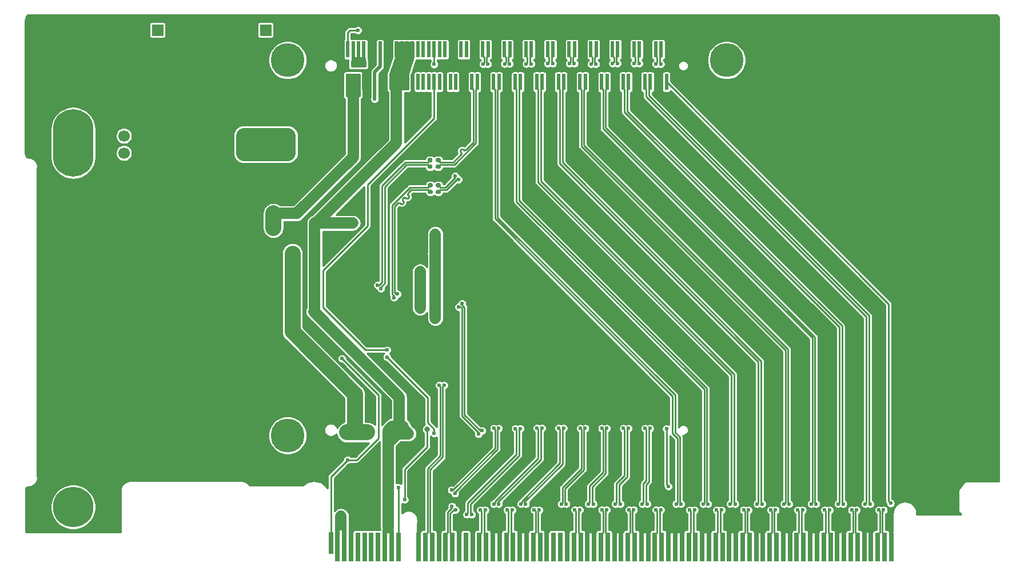
<source format=gbl>
%TF.GenerationSoftware,KiCad,Pcbnew,(5.1.9)-1*%
%TF.CreationDate,2021-06-12T00:32:33+08:00*%
%TF.ProjectId,V1,56312e6b-6963-4616-945f-706362585858,rev?*%
%TF.SameCoordinates,Original*%
%TF.FileFunction,Copper,L2,Bot*%
%TF.FilePolarity,Positive*%
%FSLAX46Y46*%
G04 Gerber Fmt 4.6, Leading zero omitted, Abs format (unit mm)*
G04 Created by KiCad (PCBNEW (5.1.9)-1) date 2021-06-12 00:32:33*
%MOMM*%
%LPD*%
G01*
G04 APERTURE LIST*
%TA.AperFunction,ComponentPad*%
%ADD10O,6.000000X10.000000*%
%TD*%
%TA.AperFunction,ComponentPad*%
%ADD11C,6.000000*%
%TD*%
%TA.AperFunction,ComponentPad*%
%ADD12C,5.000000*%
%TD*%
%TA.AperFunction,SMDPad,CuDef*%
%ADD13R,0.500000X2.400000*%
%TD*%
%TA.AperFunction,ConnectorPad*%
%ADD14R,0.700000X4.300000*%
%TD*%
%TA.AperFunction,ConnectorPad*%
%ADD15R,0.700000X3.200000*%
%TD*%
%TA.AperFunction,ComponentPad*%
%ADD16R,1.700000X1.700000*%
%TD*%
%TA.AperFunction,ComponentPad*%
%ADD17O,1.700000X1.700000*%
%TD*%
%TA.AperFunction,ComponentPad*%
%ADD18C,1.700000*%
%TD*%
%TA.AperFunction,ViaPad*%
%ADD19C,0.600000*%
%TD*%
%TA.AperFunction,ViaPad*%
%ADD20C,0.800000*%
%TD*%
%TA.AperFunction,Conductor*%
%ADD21C,0.500000*%
%TD*%
%TA.AperFunction,Conductor*%
%ADD22C,0.700000*%
%TD*%
%TA.AperFunction,Conductor*%
%ADD23C,1.700000*%
%TD*%
%TA.AperFunction,Conductor*%
%ADD24C,2.400000*%
%TD*%
%TA.AperFunction,Conductor*%
%ADD25C,0.254000*%
%TD*%
%TA.AperFunction,Conductor*%
%ADD26C,0.250000*%
%TD*%
%TA.AperFunction,Conductor*%
%ADD27C,0.381000*%
%TD*%
%TA.AperFunction,Conductor*%
%ADD28C,0.100000*%
%TD*%
G04 APERTURE END LIST*
D10*
X95500000Y-70739000D03*
D11*
X95500000Y-124650001D03*
D12*
X127250000Y-114050000D03*
D13*
X183350000Y-61675000D03*
X182550000Y-61675000D03*
X181750000Y-61675000D03*
X180950000Y-61675000D03*
X180150000Y-61675000D03*
X179350000Y-61675000D03*
X178550000Y-61675000D03*
X177750000Y-61675000D03*
X176950000Y-61675000D03*
X176150000Y-61675000D03*
X175350000Y-61675000D03*
X174550000Y-61675000D03*
X173750000Y-61675000D03*
X172950000Y-61675000D03*
X172150000Y-61675000D03*
X171350000Y-61675000D03*
X170550000Y-61675000D03*
X169750000Y-61675000D03*
X168950000Y-61675000D03*
X168150000Y-61675000D03*
X167350000Y-61675000D03*
X166550000Y-61675000D03*
X165750000Y-61675000D03*
X164950000Y-61675000D03*
X164150000Y-61675000D03*
X163350000Y-61675000D03*
X162550000Y-61675000D03*
X161750000Y-61675000D03*
X160950000Y-61675000D03*
X160150000Y-61675000D03*
X159350000Y-61675000D03*
X158550000Y-61675000D03*
X157750000Y-61675000D03*
X156950000Y-61675000D03*
X156150000Y-61675000D03*
X155350000Y-61675000D03*
X154550000Y-61675000D03*
X153750000Y-61675000D03*
X152950000Y-61675000D03*
X152150000Y-61675000D03*
X151350000Y-61675000D03*
X150550000Y-61675000D03*
X149750000Y-61675000D03*
X148950000Y-61675000D03*
X148150000Y-61675000D03*
X147350000Y-61675000D03*
X146550000Y-61675000D03*
X145750000Y-61675000D03*
X144950000Y-61675000D03*
X144150000Y-61675000D03*
X143350000Y-61675000D03*
X142550000Y-61675000D03*
X141750000Y-61675000D03*
X140950000Y-61675000D03*
X140150000Y-61675000D03*
X139350000Y-61675000D03*
X138550000Y-61675000D03*
X137750000Y-61675000D03*
X136950000Y-61675000D03*
X136150000Y-61675000D03*
X183350000Y-56875000D03*
X182550000Y-56875000D03*
X181750000Y-56875000D03*
X180950000Y-56875000D03*
X180150000Y-56875000D03*
X179350000Y-56875000D03*
X178550000Y-56875000D03*
X177750000Y-56875000D03*
X176950000Y-56875000D03*
X176150000Y-56875000D03*
X175350000Y-56875000D03*
X174550000Y-56875000D03*
X173750000Y-56875000D03*
X172950000Y-56875000D03*
X172150000Y-56875000D03*
X171350000Y-56875000D03*
X170550000Y-56875000D03*
X169750000Y-56875000D03*
X168950000Y-56875000D03*
X168150000Y-56875000D03*
X167350000Y-56875000D03*
X166550000Y-56875000D03*
X165750000Y-56875000D03*
X164950000Y-56875000D03*
X164150000Y-56875000D03*
X163350000Y-56875000D03*
X162550000Y-56875000D03*
X161750000Y-56875000D03*
X160950000Y-56875000D03*
X160150000Y-56875000D03*
X159350000Y-56875000D03*
X158550000Y-56875000D03*
X157750000Y-56875000D03*
X156950000Y-56875000D03*
X156150000Y-56875000D03*
X155350000Y-56875000D03*
X154550000Y-56875000D03*
X153750000Y-56875000D03*
X152950000Y-56875000D03*
X152150000Y-56875000D03*
X151350000Y-56875000D03*
X150550000Y-56875000D03*
X149750000Y-56875000D03*
X148950000Y-56875000D03*
X148150000Y-56875000D03*
X147350000Y-56875000D03*
X146550000Y-56875000D03*
X145750000Y-56875000D03*
X144950000Y-56875000D03*
X144150000Y-56875000D03*
X143350000Y-56875000D03*
X142550000Y-56875000D03*
X141750000Y-56875000D03*
X140950000Y-56875000D03*
X140150000Y-56875000D03*
X139350000Y-56875000D03*
X138550000Y-56875000D03*
X137750000Y-56875000D03*
X136950000Y-56875000D03*
D12*
X192250000Y-58475000D03*
D13*
X136150000Y-56875000D03*
D12*
X127250000Y-58475000D03*
%TA.AperFunction,SMDPad,CuDef*%
G36*
G01*
X148735000Y-76815000D02*
X148735000Y-77135000D01*
G75*
G02*
X148575000Y-77295000I-160000J0D01*
G01*
X148180000Y-77295000D01*
G75*
G02*
X148020000Y-77135000I0J160000D01*
G01*
X148020000Y-76815000D01*
G75*
G02*
X148180000Y-76655000I160000J0D01*
G01*
X148575000Y-76655000D01*
G75*
G02*
X148735000Y-76815000I0J-160000D01*
G01*
G37*
%TD.AperFunction*%
%TA.AperFunction,SMDPad,CuDef*%
G36*
G01*
X149930000Y-76815000D02*
X149930000Y-77135000D01*
G75*
G02*
X149770000Y-77295000I-160000J0D01*
G01*
X149375000Y-77295000D01*
G75*
G02*
X149215000Y-77135000I0J160000D01*
G01*
X149215000Y-76815000D01*
G75*
G02*
X149375000Y-76655000I160000J0D01*
G01*
X149770000Y-76655000D01*
G75*
G02*
X149930000Y-76815000I0J-160000D01*
G01*
G37*
%TD.AperFunction*%
%TA.AperFunction,SMDPad,CuDef*%
G36*
G01*
X148732500Y-77815000D02*
X148732500Y-78135000D01*
G75*
G02*
X148572500Y-78295000I-160000J0D01*
G01*
X148177500Y-78295000D01*
G75*
G02*
X148017500Y-78135000I0J160000D01*
G01*
X148017500Y-77815000D01*
G75*
G02*
X148177500Y-77655000I160000J0D01*
G01*
X148572500Y-77655000D01*
G75*
G02*
X148732500Y-77815000I0J-160000D01*
G01*
G37*
%TD.AperFunction*%
%TA.AperFunction,SMDPad,CuDef*%
G36*
G01*
X149927500Y-77815000D02*
X149927500Y-78135000D01*
G75*
G02*
X149767500Y-78295000I-160000J0D01*
G01*
X149372500Y-78295000D01*
G75*
G02*
X149212500Y-78135000I0J160000D01*
G01*
X149212500Y-77815000D01*
G75*
G02*
X149372500Y-77655000I160000J0D01*
G01*
X149767500Y-77655000D01*
G75*
G02*
X149927500Y-77815000I0J-160000D01*
G01*
G37*
%TD.AperFunction*%
%TA.AperFunction,SMDPad,CuDef*%
G36*
G01*
X148710000Y-73090000D02*
X148710000Y-73410000D01*
G75*
G02*
X148550000Y-73570000I-160000J0D01*
G01*
X148155000Y-73570000D01*
G75*
G02*
X147995000Y-73410000I0J160000D01*
G01*
X147995000Y-73090000D01*
G75*
G02*
X148155000Y-72930000I160000J0D01*
G01*
X148550000Y-72930000D01*
G75*
G02*
X148710000Y-73090000I0J-160000D01*
G01*
G37*
%TD.AperFunction*%
%TA.AperFunction,SMDPad,CuDef*%
G36*
G01*
X149905000Y-73090000D02*
X149905000Y-73410000D01*
G75*
G02*
X149745000Y-73570000I-160000J0D01*
G01*
X149350000Y-73570000D01*
G75*
G02*
X149190000Y-73410000I0J160000D01*
G01*
X149190000Y-73090000D01*
G75*
G02*
X149350000Y-72930000I160000J0D01*
G01*
X149745000Y-72930000D01*
G75*
G02*
X149905000Y-73090000I0J-160000D01*
G01*
G37*
%TD.AperFunction*%
%TA.AperFunction,SMDPad,CuDef*%
G36*
G01*
X148710000Y-74090000D02*
X148710000Y-74410000D01*
G75*
G02*
X148550000Y-74570000I-160000J0D01*
G01*
X148155000Y-74570000D01*
G75*
G02*
X147995000Y-74410000I0J160000D01*
G01*
X147995000Y-74090000D01*
G75*
G02*
X148155000Y-73930000I160000J0D01*
G01*
X148550000Y-73930000D01*
G75*
G02*
X148710000Y-74090000I0J-160000D01*
G01*
G37*
%TD.AperFunction*%
%TA.AperFunction,SMDPad,CuDef*%
G36*
G01*
X149905000Y-74090000D02*
X149905000Y-74410000D01*
G75*
G02*
X149745000Y-74570000I-160000J0D01*
G01*
X149350000Y-74570000D01*
G75*
G02*
X149190000Y-74410000I0J160000D01*
G01*
X149190000Y-74090000D01*
G75*
G02*
X149350000Y-73930000I160000J0D01*
G01*
X149745000Y-73930000D01*
G75*
G02*
X149905000Y-74090000I0J-160000D01*
G01*
G37*
%TD.AperFunction*%
D14*
X216650000Y-130550000D03*
X215650000Y-130550000D03*
X214650000Y-130550000D03*
X213650000Y-130550000D03*
X212650000Y-130550000D03*
X211650000Y-130550000D03*
X210650000Y-130550000D03*
X209650000Y-130550000D03*
X208650000Y-130550000D03*
X207650000Y-130550000D03*
X206650000Y-130550000D03*
X205650000Y-130550000D03*
X204650000Y-130550000D03*
X203650000Y-130550000D03*
X202650000Y-130550000D03*
X201650000Y-130550000D03*
X200650000Y-130550000D03*
X199650000Y-130550000D03*
X198650000Y-130550000D03*
X197650000Y-130550000D03*
X196650000Y-130550000D03*
X195650000Y-130550000D03*
X194650000Y-130550000D03*
X193650000Y-130550000D03*
X192650000Y-130550000D03*
X191650000Y-130550000D03*
X190650000Y-130550000D03*
X189650000Y-130550000D03*
X188650000Y-130550000D03*
X187650000Y-130550000D03*
X186650000Y-130550000D03*
X185650000Y-130550000D03*
X184650000Y-130550000D03*
X183650000Y-130550000D03*
X182650000Y-130550000D03*
X181650000Y-130550000D03*
X180650000Y-130550000D03*
X179650000Y-130550000D03*
X178650000Y-130550000D03*
X177650000Y-130550000D03*
X176650000Y-130550000D03*
X147650000Y-130550000D03*
X146650000Y-130550000D03*
X152650000Y-130550000D03*
X151650000Y-130550000D03*
X150650000Y-130550000D03*
X149650000Y-130550000D03*
X148650000Y-130550000D03*
X143650000Y-130550000D03*
X142650000Y-130550000D03*
X141650000Y-130550000D03*
X140650000Y-130550000D03*
X139650000Y-130550000D03*
X138650000Y-130550000D03*
X137650000Y-130550000D03*
X136650000Y-130550000D03*
X135650000Y-130550000D03*
X134650000Y-130550000D03*
D15*
X133650000Y-130000000D03*
D14*
X153650000Y-130550000D03*
X154650000Y-130550000D03*
X155650000Y-130550000D03*
X156650000Y-130550000D03*
X157650000Y-130550000D03*
X158650000Y-130550000D03*
X159650000Y-130550000D03*
X160650000Y-130550000D03*
X161650000Y-130550000D03*
X162650000Y-130550000D03*
X163650000Y-130550000D03*
X164650000Y-130550000D03*
X165650000Y-130550000D03*
X166650000Y-130550000D03*
X167650000Y-130550000D03*
X168650000Y-130550000D03*
X169650000Y-130550000D03*
X170650000Y-130550000D03*
X171650000Y-130550000D03*
X172650000Y-130550000D03*
X173650000Y-130550000D03*
X174650000Y-130550000D03*
X175650000Y-130550000D03*
D16*
X124000000Y-54000000D03*
D17*
X121460000Y-54000000D03*
D16*
X108000000Y-54000000D03*
D17*
X110540000Y-54000000D03*
D18*
X120793000Y-72224000D03*
X120793000Y-69684000D03*
X120793000Y-59524000D03*
X120793000Y-62064000D03*
X103013000Y-62064000D03*
X103013000Y-59524000D03*
X103013000Y-72224000D03*
X103013000Y-69684000D03*
D19*
X165305000Y-99309000D03*
X165305000Y-94229000D03*
X162765000Y-96769000D03*
X162765000Y-94229000D03*
X165305000Y-104389000D03*
X165305000Y-101849000D03*
X162765000Y-101849000D03*
X165305000Y-96769000D03*
X160225000Y-94229000D03*
X162765000Y-99309000D03*
X162765000Y-104389000D03*
X160225000Y-101849000D03*
X160225000Y-96769000D03*
X160225000Y-99309000D03*
X160225000Y-104389000D03*
X158784000Y-53904000D03*
X161084000Y-53929000D03*
X153464000Y-53929000D03*
X163624000Y-53929000D03*
X166164000Y-53929000D03*
X168704000Y-53929000D03*
X171244000Y-53929000D03*
X173784000Y-53929000D03*
X176324000Y-53929000D03*
X156170000Y-53920000D03*
X178864000Y-53929000D03*
X181364000Y-53939000D03*
X183804000Y-53959000D03*
X227735000Y-79789000D03*
X227735000Y-64549000D03*
X227735000Y-59469000D03*
X222655000Y-74709000D03*
X225195000Y-79789000D03*
X225195000Y-62009000D03*
X225195000Y-59469000D03*
X222655000Y-82329000D03*
X227735000Y-69629000D03*
X227735000Y-67089000D03*
X225195000Y-67089000D03*
X225195000Y-77249000D03*
X225195000Y-74709000D03*
X227735000Y-62009000D03*
X222655000Y-59469000D03*
X227735000Y-74709000D03*
X222655000Y-79789000D03*
X225195000Y-64549000D03*
X227735000Y-72169000D03*
X222655000Y-77249000D03*
X225195000Y-82329000D03*
X227735000Y-82329000D03*
X225195000Y-69629000D03*
X227735000Y-77249000D03*
X222655000Y-67089000D03*
X222655000Y-62009000D03*
X225195000Y-72169000D03*
X222655000Y-64549000D03*
X222655000Y-69629000D03*
X222655000Y-72169000D03*
X227605000Y-112689000D03*
X227605000Y-97449000D03*
X227605000Y-92369000D03*
X222525000Y-107609000D03*
X225065000Y-112689000D03*
X225065000Y-94909000D03*
X225065000Y-92369000D03*
X222525000Y-115229000D03*
X227605000Y-102529000D03*
X227605000Y-99989000D03*
X225065000Y-99989000D03*
X225065000Y-110149000D03*
X225065000Y-107609000D03*
X227605000Y-94909000D03*
X222525000Y-92369000D03*
X227605000Y-107609000D03*
X222525000Y-112689000D03*
X225065000Y-97449000D03*
X227605000Y-105069000D03*
X222525000Y-110149000D03*
X225065000Y-115229000D03*
X227605000Y-115229000D03*
X225065000Y-102529000D03*
X227605000Y-110149000D03*
X222525000Y-99989000D03*
X222525000Y-94909000D03*
X225065000Y-105069000D03*
X222525000Y-97449000D03*
X222525000Y-102529000D03*
X222525000Y-105069000D03*
X179284000Y-107579000D03*
X181724000Y-107599000D03*
X158135000Y-59035000D03*
X155025000Y-59055000D03*
X161335000Y-59025000D03*
X164565000Y-58985000D03*
X167795000Y-58995000D03*
X170985000Y-58985000D03*
X174175000Y-59015000D03*
X177275000Y-58955000D03*
X180535000Y-58995000D03*
X183775000Y-59055000D03*
X138220000Y-79360000D03*
X137310000Y-80260000D03*
X138210000Y-80700000D03*
X133823000Y-84480000D03*
X135083000Y-84480000D03*
X136320000Y-84470000D03*
X133793000Y-85800000D03*
X133823000Y-87010000D03*
X134973000Y-85770000D03*
X136954000Y-82903000D03*
X136200000Y-82220000D03*
X135475000Y-82220000D03*
X136204000Y-82920000D03*
X135475000Y-82920000D03*
X136979000Y-82203000D03*
X141540000Y-108459000D03*
X139120000Y-108470000D03*
X127321000Y-89241000D03*
X128591000Y-89241000D03*
X127321000Y-86701000D03*
X128591000Y-86701000D03*
X128591000Y-87971000D03*
X127321000Y-87971000D03*
X124681000Y-83651000D03*
X124681000Y-82381000D03*
X124681000Y-81111000D03*
X125800000Y-81140000D03*
X125780000Y-83660000D03*
X125800000Y-82390000D03*
X146054000Y-107619000D03*
X212150000Y-126600000D03*
X214150000Y-126600000D03*
X208150000Y-126600000D03*
X210150000Y-126600000D03*
X204150000Y-126600000D03*
X206150000Y-126600000D03*
X200150000Y-126600000D03*
X202150000Y-126600000D03*
X196150000Y-126600000D03*
X198150000Y-126600000D03*
X192150000Y-126600000D03*
X194150000Y-126600000D03*
X188150000Y-126600000D03*
X190150000Y-126600000D03*
X184150000Y-126600000D03*
X186150000Y-126600000D03*
X216550000Y-124100000D03*
X134650000Y-126081000D03*
X134650000Y-126843000D03*
X135650000Y-126859000D03*
X135650000Y-126097000D03*
X156704000Y-107544000D03*
X172550000Y-113000000D03*
X175750000Y-113025000D03*
X178950000Y-113000000D03*
X182150000Y-113025000D03*
X181150000Y-126600000D03*
X177150000Y-126600000D03*
X179150000Y-126600000D03*
X173150000Y-126600000D03*
X175150000Y-126600000D03*
X171150000Y-126600000D03*
X169150000Y-126600000D03*
X157150000Y-126600000D03*
X155150000Y-126600000D03*
X152650000Y-126600000D03*
X150150000Y-126600000D03*
X159150000Y-126600000D03*
X147150000Y-126600000D03*
X147150000Y-121500000D03*
X161150000Y-126600000D03*
X163150000Y-126600000D03*
X169350000Y-112950000D03*
X166497000Y-126619000D03*
X137795000Y-126111000D03*
X138938000Y-126111000D03*
X165100000Y-126619000D03*
X166150000Y-112975000D03*
X162950000Y-113000000D03*
X159750000Y-113000000D03*
X152273000Y-113030000D03*
X152019000Y-117856000D03*
X110073000Y-60470000D03*
X112613000Y-60470000D03*
X115153000Y-60470000D03*
X110073000Y-63010000D03*
X112613000Y-63010000D03*
X115153000Y-63010000D03*
X110073000Y-65550000D03*
X112613000Y-65550000D03*
X115153000Y-65550000D03*
X110073000Y-68090000D03*
X112613000Y-68090000D03*
X115153000Y-68090000D03*
X110073000Y-70630000D03*
X112613000Y-70630000D03*
X115153000Y-70630000D03*
X151384000Y-107569000D03*
X159004000Y-107569000D03*
X161544000Y-107569000D03*
X164084000Y-107569000D03*
X166624000Y-107569000D03*
X169164000Y-107569000D03*
X171704000Y-107569000D03*
X174244000Y-107569000D03*
X176784000Y-107569000D03*
X96901000Y-109855000D03*
X99441000Y-109855000D03*
X101981000Y-109855000D03*
X104521000Y-109855000D03*
X107061000Y-109855000D03*
X109601000Y-109855000D03*
X112141000Y-109855000D03*
X114681000Y-109855000D03*
X117221000Y-109855000D03*
X119761000Y-109855000D03*
X96901000Y-112395000D03*
X99441000Y-112395000D03*
X101981000Y-112395000D03*
X104521000Y-112395000D03*
X107061000Y-112395000D03*
X109601000Y-112395000D03*
X112141000Y-112395000D03*
X114681000Y-112395000D03*
X117221000Y-112395000D03*
X119761000Y-112395000D03*
X96901000Y-114935000D03*
X99441000Y-114935000D03*
X101981000Y-114935000D03*
X104521000Y-114935000D03*
X107061000Y-114935000D03*
X109601000Y-114935000D03*
X112141000Y-114935000D03*
X114681000Y-114935000D03*
X117221000Y-114935000D03*
X119761000Y-114935000D03*
X94718000Y-61722000D03*
X97258000Y-61722000D03*
X94718000Y-64262000D03*
X97258000Y-64262000D03*
X156875000Y-112975000D03*
X149200000Y-121500000D03*
X154090000Y-107560000D03*
X216650000Y-127550000D03*
X149492000Y-96979000D03*
X149475000Y-95475000D03*
X148792000Y-96954000D03*
X149475000Y-96200000D03*
X148775000Y-95475000D03*
X148775000Y-96204000D03*
X149517000Y-85779000D03*
X148817000Y-85754000D03*
X149500000Y-85000000D03*
X148800000Y-85004000D03*
X142975000Y-112700000D03*
X143775000Y-112700000D03*
X144575000Y-112700000D03*
X143775000Y-113800000D03*
X144575000Y-113800000D03*
X145375000Y-113800000D03*
X141800000Y-127100000D03*
X141800000Y-126100000D03*
X141800000Y-125100000D03*
X149500000Y-84275000D03*
X148800000Y-84275000D03*
X140150000Y-64225000D03*
X144570152Y-123570152D03*
D20*
X147900000Y-113125000D03*
D19*
X141980000Y-101390000D03*
X143650000Y-121750000D03*
X148950000Y-113750000D03*
X148950000Y-59075000D03*
X141960000Y-102430000D03*
X150413500Y-106625000D03*
X149686500Y-106625000D03*
X162513500Y-124200000D03*
X168113500Y-112950000D03*
X161786500Y-124200000D03*
X167386500Y-112950000D03*
X164913500Y-112950000D03*
X158513500Y-124200000D03*
X164186500Y-112950000D03*
X157786500Y-124200000D03*
X154513500Y-125775000D03*
X161713500Y-113025000D03*
X153786500Y-125775000D03*
X160986500Y-113025000D03*
X157786500Y-113000000D03*
X151517966Y-122142966D03*
X158513500Y-113000000D03*
X152032034Y-122657034D03*
X164513500Y-125100000D03*
X163786500Y-125100000D03*
X160513500Y-125100000D03*
X159786500Y-125100000D03*
X156513500Y-125100000D03*
X155786500Y-125100000D03*
X151592966Y-124542966D03*
X152107034Y-125057034D03*
X136150000Y-117675000D03*
X135290000Y-102670000D03*
X137680000Y-54040000D03*
D20*
X136225000Y-113500000D03*
X137225000Y-113500000D03*
X139225000Y-113500000D03*
D19*
X124984000Y-69684000D03*
X126254000Y-69684000D03*
X124984000Y-70954000D03*
X126254000Y-70954000D03*
X124984000Y-72224000D03*
X126254000Y-72224000D03*
D20*
X138225000Y-113500000D03*
X138225000Y-59025000D03*
X137225000Y-59025000D03*
D19*
X146525000Y-93750000D03*
X146525000Y-94479000D03*
X147225000Y-94475000D03*
X146542000Y-95229000D03*
X147242000Y-95254000D03*
X147225000Y-93750000D03*
X147375000Y-89575000D03*
X146750000Y-89575000D03*
X182513500Y-125095000D03*
X181786500Y-125095000D03*
X178513500Y-125095000D03*
X177786500Y-125095000D03*
X167786500Y-124200000D03*
X170586500Y-113000000D03*
X168513500Y-124200000D03*
X171313500Y-113000000D03*
X171786500Y-124206000D03*
X173786500Y-113000000D03*
X172513500Y-124206000D03*
X174513500Y-113000000D03*
X175786500Y-124206000D03*
X176986500Y-113000000D03*
X176513500Y-124206000D03*
X177713500Y-113000000D03*
X179786500Y-124200000D03*
X180186500Y-113000000D03*
X180513500Y-124200000D03*
X180913500Y-113000000D03*
X169786500Y-125095000D03*
X170513500Y-125095000D03*
X173786500Y-125095000D03*
X174513500Y-125095000D03*
X156025733Y-113339505D03*
X153107034Y-94492966D03*
X155511665Y-113853573D03*
X152592966Y-95007034D03*
X215513500Y-125100000D03*
X182513500Y-59025000D03*
X214786500Y-125100000D03*
X181786500Y-59025000D03*
X211513500Y-125100000D03*
X179313500Y-58938502D03*
X210786500Y-125100000D03*
X178586500Y-58938502D03*
X207513500Y-125100000D03*
X176113500Y-58950000D03*
X206786500Y-125100000D03*
X175386500Y-58950000D03*
X203513500Y-125100000D03*
X172913500Y-59050000D03*
X202786500Y-125100000D03*
X172186500Y-59050000D03*
X199513500Y-125100000D03*
X169713500Y-58975000D03*
X198786500Y-125100000D03*
X168986500Y-58975000D03*
X195513500Y-125100000D03*
X166513500Y-58975000D03*
X194786500Y-125100000D03*
X165786500Y-58975000D03*
X191513500Y-125100000D03*
X163313500Y-59000000D03*
X190786500Y-125100000D03*
X162586500Y-59000000D03*
X160113500Y-59000000D03*
X187513500Y-125100000D03*
X159386500Y-59000000D03*
X186786500Y-125100000D03*
X213513500Y-124200000D03*
X212786500Y-124200000D03*
X209513500Y-124200000D03*
X208786500Y-124200000D03*
X205513500Y-124200000D03*
X204786500Y-124200000D03*
X201513500Y-124200000D03*
X200786500Y-124200000D03*
X197513500Y-124200000D03*
X196786500Y-124200000D03*
X193513500Y-124200000D03*
X192786500Y-124200000D03*
X189513500Y-124200000D03*
X188786500Y-124200000D03*
X185513500Y-124200000D03*
X184786500Y-124200000D03*
X183350000Y-113050000D03*
X183650000Y-121625000D03*
X152582034Y-76132034D03*
X156913500Y-59050000D03*
X152067966Y-75617966D03*
X156186500Y-59050000D03*
X143014464Y-93625082D03*
X141085536Y-92315437D03*
X140571468Y-91801369D03*
X143528532Y-93111014D03*
D21*
X213650000Y-127100000D02*
X214150000Y-126600000D01*
X213650000Y-130550000D02*
X213650000Y-127100000D01*
X212650000Y-127100000D02*
X212150000Y-126600000D01*
X212650000Y-130550000D02*
X212650000Y-127100000D01*
X209650000Y-127100000D02*
X210150000Y-126600000D01*
X209650000Y-130550000D02*
X209650000Y-127100000D01*
X208650000Y-127100000D02*
X208150000Y-126600000D01*
X208650000Y-130550000D02*
X208650000Y-127100000D01*
X205650000Y-127100000D02*
X206150000Y-126600000D01*
X205650000Y-130550000D02*
X205650000Y-127100000D01*
X204650000Y-127100000D02*
X204150000Y-126600000D01*
X204650000Y-130550000D02*
X204650000Y-127100000D01*
X201650000Y-127100000D02*
X202150000Y-126600000D01*
X201650000Y-130550000D02*
X201650000Y-127100000D01*
X200650000Y-127100000D02*
X200150000Y-126600000D01*
X200650000Y-130550000D02*
X200650000Y-127100000D01*
X197650000Y-127100000D02*
X198150000Y-126600000D01*
X197650000Y-130550000D02*
X197650000Y-127100000D01*
X196650000Y-127100000D02*
X196150000Y-126600000D01*
X196650000Y-130550000D02*
X196650000Y-127100000D01*
X193650000Y-127100000D02*
X194150000Y-126600000D01*
X193650000Y-130550000D02*
X193650000Y-127100000D01*
X192650000Y-127100000D02*
X192150000Y-126600000D01*
X192650000Y-130550000D02*
X192650000Y-127100000D01*
X189650000Y-127100000D02*
X190150000Y-126600000D01*
X189650000Y-130550000D02*
X189650000Y-127100000D01*
X188650000Y-127100000D02*
X188150000Y-126600000D01*
X188650000Y-130550000D02*
X188650000Y-127100000D01*
X185650000Y-127100000D02*
X186150000Y-126600000D01*
X185650000Y-130550000D02*
X185650000Y-127100000D01*
X184650000Y-127100000D02*
X184150000Y-126600000D01*
X184650000Y-130550000D02*
X184650000Y-127100000D01*
D22*
X134650000Y-130550000D02*
X134650000Y-126843000D01*
X135650000Y-130550000D02*
X135650000Y-126859000D01*
D23*
X135144000Y-126000000D02*
X135144000Y-127238000D01*
D22*
X135144000Y-126000000D02*
X135650000Y-126000000D01*
X134650000Y-126000000D02*
X135144000Y-126000000D01*
D23*
X135144000Y-127238000D02*
X135128000Y-127222000D01*
D22*
X134650000Y-126081000D02*
X134650000Y-126000000D01*
X134650000Y-126843000D02*
X134650000Y-126081000D01*
X135650000Y-126859000D02*
X135650000Y-126097000D01*
X135650000Y-126097000D02*
X135650000Y-126000000D01*
D23*
X136950000Y-72825994D02*
X128600994Y-81175000D01*
X136950000Y-61675000D02*
X136950000Y-72825994D01*
X128600994Y-81175000D02*
X125145000Y-81175000D01*
D24*
X125145000Y-81175000D02*
X125145000Y-83295000D01*
D21*
X180650000Y-130550000D02*
X180650000Y-127100000D01*
X180650000Y-127100000D02*
X181150000Y-126600000D01*
X179650000Y-127100000D02*
X179150000Y-126600000D01*
X179650000Y-130550000D02*
X179650000Y-127100000D01*
X176650000Y-130550000D02*
X176650000Y-127100000D01*
X176650000Y-127100000D02*
X177150000Y-126600000D01*
X175650000Y-127100000D02*
X175150000Y-126600000D01*
X175650000Y-130550000D02*
X175650000Y-127100000D01*
X172650000Y-130550000D02*
X172650000Y-127100000D01*
X172650000Y-127100000D02*
X173150000Y-126600000D01*
X171650000Y-127100000D02*
X171150000Y-126600000D01*
X171650000Y-130550000D02*
X171650000Y-127100000D01*
X168650000Y-127100000D02*
X169150000Y-126600000D01*
X168650000Y-130550000D02*
X168650000Y-127100000D01*
X161650000Y-130550000D02*
X161650000Y-127100000D01*
X161650000Y-127100000D02*
X161150000Y-126600000D01*
X162650000Y-130550000D02*
X162650000Y-127100000D01*
X162650000Y-127100000D02*
X163150000Y-126600000D01*
X149650000Y-127100000D02*
X150150000Y-126600000D01*
X149650000Y-130550000D02*
X149650000Y-127100000D01*
X146650000Y-127100000D02*
X147150000Y-126600000D01*
X146650000Y-130550000D02*
X146650000Y-127100000D01*
X154650000Y-127100000D02*
X155150000Y-126600000D01*
X154650000Y-130550000D02*
X154650000Y-127100000D01*
X157650000Y-127100000D02*
X157150000Y-126600000D01*
X157650000Y-130550000D02*
X157650000Y-127100000D01*
X158650000Y-127100000D02*
X159150000Y-126600000D01*
X158650000Y-130550000D02*
X158650000Y-127100000D01*
X152650000Y-130550000D02*
X152650000Y-126600000D01*
X136650000Y-127256000D02*
X137795000Y-126111000D01*
X136650000Y-130550000D02*
X136650000Y-127256000D01*
X165650000Y-127466000D02*
X166497000Y-126619000D01*
X165650000Y-130550000D02*
X165650000Y-127466000D01*
X168650000Y-128239998D02*
X168650000Y-130550000D01*
X167029002Y-126619000D02*
X168650000Y-128239998D01*
X166497000Y-126619000D02*
X167029002Y-126619000D01*
X216650000Y-130550000D02*
X216650000Y-127550000D01*
D22*
X142650000Y-130550000D02*
X142650000Y-128200000D01*
X141650000Y-130550000D02*
X141650000Y-128150000D01*
X142650000Y-128200000D02*
X142150000Y-127700000D01*
D23*
X142150000Y-115200000D02*
X143550000Y-113800000D01*
X142150000Y-127700000D02*
X142150000Y-115200000D01*
X143550000Y-113800000D02*
X145150000Y-113800000D01*
X144350000Y-112700000D02*
X142750000Y-112700000D01*
X142750000Y-113000000D02*
X143550000Y-113800000D01*
X142750000Y-112700000D02*
X142750000Y-113000000D01*
X144350000Y-113000000D02*
X145150000Y-113800000D01*
X144350000Y-112700000D02*
X144350000Y-113000000D01*
X142150000Y-113300000D02*
X142150000Y-115200000D01*
X142750000Y-112700000D02*
X142150000Y-113300000D01*
X149125000Y-87162981D02*
X149100000Y-87137981D01*
X149125000Y-84225000D02*
X149125000Y-87162981D01*
X149125000Y-87162981D02*
X149125000Y-96700000D01*
X143775000Y-108355000D02*
X131120000Y-95700000D01*
X143775000Y-112700000D02*
X143775000Y-108355000D01*
X143350000Y-61675000D02*
X143350000Y-70680000D01*
X131250000Y-82580000D02*
X136910000Y-82580000D01*
X131250000Y-95600000D02*
X131250000Y-82580000D01*
X131150000Y-95700000D02*
X131250000Y-95600000D01*
X131120000Y-95700000D02*
X131150000Y-95700000D01*
X131450000Y-82580000D02*
X143350000Y-70680000D01*
X131250000Y-82580000D02*
X131450000Y-82580000D01*
D21*
X140150000Y-60214998D02*
X140150000Y-61675000D01*
X140950000Y-59414998D02*
X140150000Y-60214998D01*
X140950000Y-56875000D02*
X140950000Y-59414998D01*
X140150000Y-61675000D02*
X140150000Y-64225000D01*
D25*
X144620152Y-123520152D02*
X144570152Y-123570152D01*
D26*
X147900000Y-113125000D02*
X147900000Y-115750000D01*
X144570152Y-119079848D02*
X144570152Y-123570152D01*
X147900000Y-115750000D02*
X144570152Y-119079848D01*
D25*
X148950000Y-61675000D02*
X148950000Y-67050000D01*
X148950000Y-67050000D02*
X148900000Y-67050000D01*
X148900000Y-67050000D02*
X139070000Y-76880000D01*
X139070000Y-76880000D02*
X139070000Y-83020000D01*
X132475000Y-89615000D02*
X132475000Y-95100000D01*
X139070000Y-83020000D02*
X132475000Y-89615000D01*
X138765000Y-101390000D02*
X132475000Y-95100000D01*
X141980000Y-101390000D02*
X138765000Y-101390000D01*
D26*
X143650000Y-130550000D02*
X143650000Y-121750000D01*
D25*
X148950000Y-56875000D02*
X148950000Y-59075000D01*
X148950000Y-113099038D02*
X148000000Y-112149038D01*
X148950000Y-113750000D02*
X148950000Y-113099038D01*
X148000000Y-108470000D02*
X148000000Y-112149038D01*
X141960000Y-102430000D02*
X148000000Y-108470000D01*
X148650000Y-128750000D02*
X148340500Y-128440500D01*
X148650000Y-130550000D02*
X148650000Y-128750000D01*
X148340500Y-128440500D02*
X148340500Y-119128908D01*
X150240500Y-106798000D02*
X150413500Y-106625000D01*
X150240500Y-117228908D02*
X150240500Y-106798000D01*
X148340500Y-119128908D02*
X150240500Y-117228908D01*
X147650000Y-128750000D02*
X147959500Y-128440500D01*
X147650000Y-130550000D02*
X147650000Y-128750000D01*
X147959500Y-128440500D02*
X147959500Y-118971092D01*
X149859500Y-117071092D02*
X149859500Y-106798000D01*
X147959500Y-118971092D02*
X149859500Y-117071092D01*
X149859500Y-106798000D02*
X149686500Y-106625000D01*
X162340500Y-124027000D02*
X162513500Y-124200000D01*
X162340500Y-123928908D02*
X162340500Y-124027000D01*
X167940500Y-118328908D02*
X162340500Y-123928908D01*
X167940500Y-113123000D02*
X167940500Y-118328908D01*
X168113500Y-112950000D02*
X167940500Y-113123000D01*
X161959500Y-124027000D02*
X161786500Y-124200000D01*
X161959500Y-123771092D02*
X161959500Y-124027000D01*
X167559500Y-118171092D02*
X161959500Y-123771092D01*
X167559500Y-113123000D02*
X167559500Y-118171092D01*
X167386500Y-112950000D02*
X167559500Y-113123000D01*
X164740500Y-113123000D02*
X164913500Y-112950000D01*
X158340500Y-124003908D02*
X164740500Y-117603908D01*
X158340500Y-124027000D02*
X158340500Y-124003908D01*
X158513500Y-124200000D02*
X158340500Y-124027000D01*
X164740500Y-117603908D02*
X164740500Y-113123000D01*
X164359500Y-117446092D02*
X164359500Y-113123000D01*
X157959500Y-123846092D02*
X164359500Y-117446092D01*
X164359500Y-113123000D02*
X164186500Y-112950000D01*
X157786500Y-124200000D02*
X157959500Y-124027000D01*
X157959500Y-124027000D02*
X157959500Y-123846092D01*
X154340500Y-125602000D02*
X154340500Y-124203908D01*
X154513500Y-125775000D02*
X154340500Y-125602000D01*
X161540500Y-117003908D02*
X154340500Y-124203908D01*
X161540500Y-113198000D02*
X161540500Y-117003908D01*
X161713500Y-113025000D02*
X161540500Y-113198000D01*
X153959500Y-125602000D02*
X153959500Y-124046092D01*
X153786500Y-125775000D02*
X153959500Y-125602000D01*
X161159500Y-116846092D02*
X153959500Y-124046092D01*
X161159500Y-113198000D02*
X161159500Y-116846092D01*
X160986500Y-113025000D02*
X161159500Y-113198000D01*
X157786500Y-113000000D02*
X157959500Y-113173000D01*
X157959500Y-113173000D02*
X157959500Y-115946092D01*
X151762626Y-122142966D02*
X151517966Y-122142966D01*
X157959500Y-115946092D02*
X151762626Y-122142966D01*
X158340500Y-113173000D02*
X158340500Y-116103908D01*
X158513500Y-113000000D02*
X158340500Y-113173000D01*
X152032034Y-122412374D02*
X152032034Y-122657034D01*
X158340500Y-116103908D02*
X152032034Y-122412374D01*
X164650000Y-128750000D02*
X164340500Y-128440500D01*
X164650000Y-130550000D02*
X164650000Y-128750000D01*
X164340500Y-128440500D02*
X164340500Y-125273000D01*
X164340500Y-125273000D02*
X164513500Y-125100000D01*
X163650000Y-128750000D02*
X163959500Y-128440500D01*
X163650000Y-130550000D02*
X163650000Y-128750000D01*
X163959500Y-125273000D02*
X163786500Y-125100000D01*
X163959500Y-128440500D02*
X163959500Y-125273000D01*
X160650000Y-128750000D02*
X160340500Y-128440500D01*
X160650000Y-130550000D02*
X160650000Y-128750000D01*
X160340500Y-128440500D02*
X160340500Y-125273000D01*
X160340500Y-125273000D02*
X160513500Y-125100000D01*
X159650000Y-128750000D02*
X159959500Y-128440500D01*
X159650000Y-130550000D02*
X159650000Y-128750000D01*
X159959500Y-128440500D02*
X159959500Y-125273000D01*
X159959500Y-125273000D02*
X159786500Y-125100000D01*
X156650000Y-128750000D02*
X156340500Y-128440500D01*
X156650000Y-130550000D02*
X156650000Y-128750000D01*
X156340500Y-125273000D02*
X156513500Y-125100000D01*
X156340500Y-128440500D02*
X156340500Y-125273000D01*
X155650000Y-128750000D02*
X155959500Y-128440500D01*
X155650000Y-130550000D02*
X155650000Y-128750000D01*
X155959500Y-125273000D02*
X155786500Y-125100000D01*
X155959500Y-128440500D02*
X155959500Y-125273000D01*
X150650000Y-128750000D02*
X150959500Y-128440500D01*
X150650000Y-130550000D02*
X150650000Y-128750000D01*
X150959500Y-125421092D02*
X151592966Y-124787626D01*
X151592966Y-124787626D02*
X151592966Y-124542966D01*
X150959500Y-128440500D02*
X150959500Y-125421092D01*
X151650000Y-130550000D02*
X151650000Y-128750000D01*
X151650000Y-128750000D02*
X151340500Y-128440500D01*
X151340500Y-125578908D02*
X151862374Y-125057034D01*
X151862374Y-125057034D02*
X152107034Y-125057034D01*
X151340500Y-128440500D02*
X151340500Y-125578908D01*
D26*
X133650000Y-120300000D02*
X133650000Y-130000000D01*
D25*
X133650000Y-120175000D02*
X133650000Y-120300000D01*
X136150000Y-117675000D02*
X133650000Y-120175000D01*
X136150000Y-56875000D02*
X136150000Y-54950000D01*
X137500000Y-117675000D02*
X140700000Y-114475000D01*
X136150000Y-117675000D02*
X137500000Y-117675000D01*
X140700000Y-114475000D02*
X140700000Y-108400000D01*
X140700000Y-108400000D02*
X140700000Y-108060000D01*
X135310000Y-102670000D02*
X135290000Y-102670000D01*
X140700000Y-108060000D02*
X135310000Y-102670000D01*
X136150000Y-54950000D02*
X136150000Y-54490000D01*
X136150000Y-54490000D02*
X136150000Y-54360000D01*
X136470000Y-54040000D02*
X137680000Y-54040000D01*
X136150000Y-54360000D02*
X136470000Y-54040000D01*
D24*
X139050000Y-113600000D02*
X136050000Y-113600000D01*
X120793000Y-69684000D02*
X127270000Y-69684000D01*
X127270000Y-69684000D02*
X127270000Y-72224000D01*
X120793000Y-69684000D02*
X120793000Y-72224000D01*
X127270000Y-72224000D02*
X125826000Y-72224000D01*
X137225000Y-113500000D02*
X137225000Y-107975000D01*
X125826000Y-72224000D02*
X120793000Y-72224000D01*
D21*
X138550000Y-56875000D02*
X138550000Y-58700000D01*
X137750000Y-56875000D02*
X137750000Y-58550000D01*
X138550000Y-58700000D02*
X138225000Y-59025000D01*
X136950000Y-56875000D02*
X136950000Y-58750000D01*
X136950000Y-58750000D02*
X137225000Y-59025000D01*
X137750000Y-58550000D02*
X138225000Y-59025000D01*
D24*
X137225000Y-107975000D02*
X137225000Y-107950000D01*
X137225000Y-107950000D02*
X127975000Y-98700000D01*
X127975000Y-98700000D02*
X127975000Y-87125000D01*
D27*
X146950000Y-93475000D02*
X147225000Y-93750000D01*
D23*
X146875000Y-89775000D02*
X146875000Y-95175000D01*
D25*
X182650000Y-130550000D02*
X182650000Y-128750000D01*
X182340500Y-125268000D02*
X182513500Y-125095000D01*
X182650000Y-128750000D02*
X182340500Y-128440500D01*
X182340500Y-128440500D02*
X182340500Y-125268000D01*
X181959500Y-125268000D02*
X181786500Y-125095000D01*
X181650000Y-128750000D02*
X181959500Y-128440500D01*
X181959500Y-128440500D02*
X181959500Y-125268000D01*
X181650000Y-130550000D02*
X181650000Y-128750000D01*
X178650000Y-130550000D02*
X178650000Y-128750000D01*
X178340500Y-125268000D02*
X178513500Y-125095000D01*
X178650000Y-128750000D02*
X178340500Y-128440500D01*
X178340500Y-128440500D02*
X178340500Y-125268000D01*
X177959500Y-125268000D02*
X177786500Y-125095000D01*
X177650000Y-128750000D02*
X177959500Y-128440500D01*
X177959500Y-128440500D02*
X177959500Y-125268000D01*
X177650000Y-130550000D02*
X177650000Y-128750000D01*
X167959500Y-124027000D02*
X167786500Y-124200000D01*
X167959500Y-121771092D02*
X167959500Y-124027000D01*
X170759500Y-118971092D02*
X167959500Y-121771092D01*
X170759500Y-113173000D02*
X170759500Y-118971092D01*
X170586500Y-113000000D02*
X170759500Y-113173000D01*
X168340500Y-124027000D02*
X168513500Y-124200000D01*
X168340500Y-121928908D02*
X168340500Y-124027000D01*
X171140500Y-119128908D02*
X168340500Y-121928908D01*
X171140500Y-113173000D02*
X171140500Y-119128908D01*
X171313500Y-113000000D02*
X171140500Y-113173000D01*
X173959500Y-119521092D02*
X173959500Y-113173000D01*
X173959500Y-113173000D02*
X173786500Y-113000000D01*
X171959500Y-124033000D02*
X171959500Y-121521092D01*
X171959500Y-121521092D02*
X173959500Y-119521092D01*
X171786500Y-124206000D02*
X171959500Y-124033000D01*
X174340500Y-113173000D02*
X174513500Y-113000000D01*
X174340500Y-119678908D02*
X174340500Y-113173000D01*
X172340500Y-121678908D02*
X174340500Y-119678908D01*
X172340500Y-124033000D02*
X172340500Y-121678908D01*
X172513500Y-124206000D02*
X172340500Y-124033000D01*
X177159500Y-120021092D02*
X177159500Y-113173000D01*
X175959500Y-121221092D02*
X177159500Y-120021092D01*
X177159500Y-113173000D02*
X176986500Y-113000000D01*
X175959500Y-124033000D02*
X175959500Y-121221092D01*
X175786500Y-124206000D02*
X175959500Y-124033000D01*
X177540500Y-113173000D02*
X177713500Y-113000000D01*
X177540500Y-120178908D02*
X177540500Y-113173000D01*
X176340500Y-121378908D02*
X177540500Y-120178908D01*
X176340500Y-124033000D02*
X176340500Y-121378908D01*
X176513500Y-124206000D02*
X176340500Y-124033000D01*
X179959500Y-124027000D02*
X179959500Y-121171092D01*
X179786500Y-124200000D02*
X179959500Y-124027000D01*
X180359500Y-113173000D02*
X180186500Y-113000000D01*
X179959500Y-121171092D02*
X180359500Y-120771092D01*
X180359500Y-120771092D02*
X180359500Y-113173000D01*
X180340500Y-124027000D02*
X180513500Y-124200000D01*
X180340500Y-121328908D02*
X180340500Y-124027000D01*
X180740500Y-120928908D02*
X180340500Y-121328908D01*
X180740500Y-113173000D02*
X180740500Y-120928908D01*
X180913500Y-113000000D02*
X180740500Y-113173000D01*
X169959500Y-125268000D02*
X169786500Y-125095000D01*
X169650000Y-128750000D02*
X169959500Y-128440500D01*
X169959500Y-128440500D02*
X169959500Y-125268000D01*
X169650000Y-130550000D02*
X169650000Y-128750000D01*
X170650000Y-130550000D02*
X170650000Y-128750000D01*
X170340500Y-125268000D02*
X170513500Y-125095000D01*
X170650000Y-128750000D02*
X170340500Y-128440500D01*
X170340500Y-128440500D02*
X170340500Y-125268000D01*
X173959500Y-125268000D02*
X173786500Y-125095000D01*
X173650000Y-128750000D02*
X173959500Y-128440500D01*
X173959500Y-128440500D02*
X173959500Y-125268000D01*
X173650000Y-130550000D02*
X173650000Y-128750000D01*
X174650000Y-130550000D02*
X174650000Y-128750000D01*
X174340500Y-125268000D02*
X174513500Y-125095000D01*
X174650000Y-128750000D02*
X174340500Y-128440500D01*
X174340500Y-128440500D02*
X174340500Y-125268000D01*
X156025733Y-113339505D02*
X155781073Y-113339505D01*
X155781073Y-113339505D02*
X153440500Y-110998932D01*
X153107034Y-94737626D02*
X153107034Y-94492966D01*
X153440500Y-95071092D02*
X153107034Y-94737626D01*
X153440500Y-110998932D02*
X153440500Y-95071092D01*
X155511665Y-113608913D02*
X153059500Y-111156748D01*
X155511665Y-113853573D02*
X155511665Y-113608913D01*
X152837626Y-95007034D02*
X152592966Y-95007034D01*
X153059500Y-95228908D02*
X152837626Y-95007034D01*
X153059500Y-111156748D02*
X153059500Y-95228908D01*
X215650000Y-128750000D02*
X215340500Y-128440500D01*
X215650000Y-130550000D02*
X215650000Y-128750000D01*
X215340500Y-125273000D02*
X215513500Y-125100000D01*
X215340500Y-128440500D02*
X215340500Y-125273000D01*
X182340500Y-58852000D02*
X182513500Y-59025000D01*
X182340500Y-58034500D02*
X182340500Y-58852000D01*
X182550000Y-57825000D02*
X182340500Y-58034500D01*
X182550000Y-56875000D02*
X182550000Y-57825000D01*
X214650000Y-128750000D02*
X214959500Y-128440500D01*
X214650000Y-130550000D02*
X214650000Y-128750000D01*
X214959500Y-128440500D02*
X214959500Y-125273000D01*
X214959500Y-125273000D02*
X214786500Y-125100000D01*
X181959500Y-58852000D02*
X181786500Y-59025000D01*
X181959500Y-58034500D02*
X181959500Y-58852000D01*
X181750000Y-57825000D02*
X181959500Y-58034500D01*
X181750000Y-56875000D02*
X181750000Y-57825000D01*
X211650000Y-128750000D02*
X211340500Y-128440500D01*
X211650000Y-130550000D02*
X211650000Y-128750000D01*
X211340500Y-128440500D02*
X211340500Y-125273000D01*
X211340500Y-125273000D02*
X211513500Y-125100000D01*
X179350000Y-57825000D02*
X179140500Y-58034500D01*
X179350000Y-56875000D02*
X179350000Y-57825000D01*
X179140500Y-58765502D02*
X179313500Y-58938502D01*
X179140500Y-58034500D02*
X179140500Y-58765502D01*
X210650000Y-128750000D02*
X210959500Y-128440500D01*
X210650000Y-130550000D02*
X210650000Y-128750000D01*
X210959500Y-125273000D02*
X210786500Y-125100000D01*
X210959500Y-128440500D02*
X210959500Y-125273000D01*
X178759500Y-58034500D02*
X178759500Y-58765502D01*
X178759500Y-58765502D02*
X178586500Y-58938502D01*
X178550000Y-57825000D02*
X178759500Y-58034500D01*
X178550000Y-56875000D02*
X178550000Y-57825000D01*
X207650000Y-128750000D02*
X207340500Y-128440500D01*
X207650000Y-130550000D02*
X207650000Y-128750000D01*
X207340500Y-125273000D02*
X207513500Y-125100000D01*
X207340500Y-128440500D02*
X207340500Y-125273000D01*
X175940500Y-58034500D02*
X175940500Y-58777000D01*
X176150000Y-56875000D02*
X176150000Y-57825000D01*
X175940500Y-58777000D02*
X176113500Y-58950000D01*
X176150000Y-57825000D02*
X175940500Y-58034500D01*
X206650000Y-128750000D02*
X206959500Y-128440500D01*
X206650000Y-130550000D02*
X206650000Y-128750000D01*
X206959500Y-125273000D02*
X206786500Y-125100000D01*
X206959500Y-128440500D02*
X206959500Y-125273000D01*
X175559500Y-58777000D02*
X175386500Y-58950000D01*
X175559500Y-58034500D02*
X175559500Y-58777000D01*
X175350000Y-57825000D02*
X175559500Y-58034500D01*
X175350000Y-56875000D02*
X175350000Y-57825000D01*
X203650000Y-128750000D02*
X203340500Y-128440500D01*
X203650000Y-130550000D02*
X203650000Y-128750000D01*
X203340500Y-128440500D02*
X203340500Y-125273000D01*
X203340500Y-125273000D02*
X203513500Y-125100000D01*
X172740500Y-58877000D02*
X172913500Y-59050000D01*
X172950000Y-56875000D02*
X172950000Y-57825000D01*
X172740500Y-58034500D02*
X172740500Y-58877000D01*
X172950000Y-57825000D02*
X172740500Y-58034500D01*
X202650000Y-128750000D02*
X202959500Y-128440500D01*
X202650000Y-130550000D02*
X202650000Y-128750000D01*
X202959500Y-125273000D02*
X202786500Y-125100000D01*
X202959500Y-128440500D02*
X202959500Y-125273000D01*
X172359500Y-58877000D02*
X172186500Y-59050000D01*
X172150000Y-57825000D02*
X172359500Y-58034500D01*
X172150000Y-56875000D02*
X172150000Y-57825000D01*
X172359500Y-58034500D02*
X172359500Y-58877000D01*
X199650000Y-128750000D02*
X199340500Y-128440500D01*
X199650000Y-130550000D02*
X199650000Y-128750000D01*
X199340500Y-128440500D02*
X199340500Y-125273000D01*
X199340500Y-125273000D02*
X199513500Y-125100000D01*
X169540500Y-58802000D02*
X169713500Y-58975000D01*
X169750000Y-57825000D02*
X169540500Y-58034500D01*
X169540500Y-58034500D02*
X169540500Y-58802000D01*
X169750000Y-56875000D02*
X169750000Y-57825000D01*
X198650000Y-128750000D02*
X198959500Y-128440500D01*
X198650000Y-130550000D02*
X198650000Y-128750000D01*
X198959500Y-128440500D02*
X198959500Y-125273000D01*
X198959500Y-125273000D02*
X198786500Y-125100000D01*
X169159500Y-58802000D02*
X168986500Y-58975000D01*
X169159500Y-58034500D02*
X169159500Y-58802000D01*
X168950000Y-57825000D02*
X169159500Y-58034500D01*
X168950000Y-56875000D02*
X168950000Y-57825000D01*
X195650000Y-128750000D02*
X195340500Y-128440500D01*
X195650000Y-130550000D02*
X195650000Y-128750000D01*
X195340500Y-125273000D02*
X195513500Y-125100000D01*
X195340500Y-128440500D02*
X195340500Y-125273000D01*
X166550000Y-57825000D02*
X166340500Y-58034500D01*
X166550000Y-56875000D02*
X166550000Y-57825000D01*
X166340500Y-58802000D02*
X166513500Y-58975000D01*
X166340500Y-58034500D02*
X166340500Y-58802000D01*
X194650000Y-128750000D02*
X194959500Y-128440500D01*
X194650000Y-130550000D02*
X194650000Y-128750000D01*
X194959500Y-125273000D02*
X194786500Y-125100000D01*
X194959500Y-128440500D02*
X194959500Y-125273000D01*
X165959500Y-58034500D02*
X165959500Y-58802000D01*
X165750000Y-57825000D02*
X165959500Y-58034500D01*
X165750000Y-56875000D02*
X165750000Y-57825000D01*
X165959500Y-58802000D02*
X165786500Y-58975000D01*
X191650000Y-128750000D02*
X191340500Y-128440500D01*
X191650000Y-130550000D02*
X191650000Y-128750000D01*
X191340500Y-128440500D02*
X191340500Y-125273000D01*
X191340500Y-125273000D02*
X191513500Y-125100000D01*
X163350000Y-56875000D02*
X163350000Y-57825000D01*
X163140500Y-58827000D02*
X163313500Y-59000000D01*
X163350000Y-57825000D02*
X163140500Y-58034500D01*
X163140500Y-58034500D02*
X163140500Y-58827000D01*
X190650000Y-128750000D02*
X190959500Y-128440500D01*
X190650000Y-130550000D02*
X190650000Y-128750000D01*
X190959500Y-125273000D02*
X190786500Y-125100000D01*
X190959500Y-128440500D02*
X190959500Y-125273000D01*
X162759500Y-58034500D02*
X162759500Y-58827000D01*
X162550000Y-57825000D02*
X162759500Y-58034500D01*
X162759500Y-58827000D02*
X162586500Y-59000000D01*
X162550000Y-56875000D02*
X162550000Y-57825000D01*
X159940500Y-58034500D02*
X159940500Y-58827000D01*
X160150000Y-57825000D02*
X159940500Y-58034500D01*
X159940500Y-58827000D02*
X160113500Y-59000000D01*
X160150000Y-56875000D02*
X160150000Y-57825000D01*
X187650000Y-128750000D02*
X187340500Y-128440500D01*
X187650000Y-130550000D02*
X187650000Y-128750000D01*
X187340500Y-125273000D02*
X187513500Y-125100000D01*
X187340500Y-128440500D02*
X187340500Y-125273000D01*
X159559500Y-58034500D02*
X159559500Y-58827000D01*
X159350000Y-57825000D02*
X159559500Y-58034500D01*
X159350000Y-56875000D02*
X159350000Y-57825000D01*
X159559500Y-58827000D02*
X159386500Y-59000000D01*
X186650000Y-128750000D02*
X186959500Y-128440500D01*
X186650000Y-130550000D02*
X186650000Y-128750000D01*
X186959500Y-125273000D02*
X186786500Y-125100000D01*
X186959500Y-128440500D02*
X186959500Y-125273000D01*
D26*
X183350000Y-61675000D02*
X183350000Y-62300000D01*
X216550000Y-124100000D02*
X216250000Y-123800000D01*
X216250000Y-94575000D02*
X183350000Y-61675000D01*
X216250000Y-123800000D02*
X216250000Y-94575000D01*
D25*
X180950000Y-62625000D02*
X180740500Y-62834500D01*
X180950000Y-61675000D02*
X180950000Y-62625000D01*
X180740500Y-63721092D02*
X213340500Y-96321092D01*
X180740500Y-62834500D02*
X180740500Y-63721092D01*
X213340500Y-124027000D02*
X213340500Y-96321092D01*
X213513500Y-124200000D02*
X213340500Y-124027000D01*
X180150000Y-62625000D02*
X180359500Y-62834500D01*
X180150000Y-61675000D02*
X180150000Y-62625000D01*
X180359500Y-63878908D02*
X212959500Y-96478908D01*
X180359500Y-62834500D02*
X180359500Y-63878908D01*
X212959500Y-124027000D02*
X212959500Y-96478908D01*
X212786500Y-124200000D02*
X212959500Y-124027000D01*
X209340500Y-124027000D02*
X209340500Y-97821092D01*
X209513500Y-124200000D02*
X209340500Y-124027000D01*
X177750000Y-62625000D02*
X177540500Y-62834500D01*
X177750000Y-61675000D02*
X177750000Y-62625000D01*
X177540500Y-62834500D02*
X177540500Y-66021092D01*
X177540500Y-66021092D02*
X209340500Y-97821092D01*
X208959500Y-124027000D02*
X208959500Y-97978908D01*
X208786500Y-124200000D02*
X208959500Y-124027000D01*
X176950000Y-62625000D02*
X177159500Y-62834500D01*
X176950000Y-61675000D02*
X176950000Y-62625000D01*
X177159500Y-66178908D02*
X208959500Y-97978908D01*
X177159500Y-62834500D02*
X177159500Y-66178908D01*
X205340500Y-124027000D02*
X205340500Y-99471092D01*
X205513500Y-124200000D02*
X205340500Y-124027000D01*
X174550000Y-62625000D02*
X174340500Y-62834500D01*
X174550000Y-61675000D02*
X174550000Y-62625000D01*
X174340500Y-68471092D02*
X205340500Y-99471092D01*
X174340500Y-62834500D02*
X174340500Y-68471092D01*
X204959500Y-124027000D02*
X204959500Y-99628908D01*
X204786500Y-124200000D02*
X204959500Y-124027000D01*
X173750000Y-62625000D02*
X173959500Y-62834500D01*
X173750000Y-61675000D02*
X173750000Y-62625000D01*
X173959500Y-68628908D02*
X204959500Y-99628908D01*
X173959500Y-62834500D02*
X173959500Y-68628908D01*
X201340500Y-124027000D02*
X201340500Y-101271092D01*
X201513500Y-124200000D02*
X201340500Y-124027000D01*
X171350000Y-62625000D02*
X171140500Y-62834500D01*
X171350000Y-61675000D02*
X171350000Y-62625000D01*
X171140500Y-71071092D02*
X201340500Y-101271092D01*
X171140500Y-62834500D02*
X171140500Y-71071092D01*
X200959500Y-124027000D02*
X200959500Y-101428908D01*
X200786500Y-124200000D02*
X200959500Y-124027000D01*
X170550000Y-62625000D02*
X170759500Y-62834500D01*
X170550000Y-61675000D02*
X170550000Y-62625000D01*
X170759500Y-71228908D02*
X200959500Y-101428908D01*
X170759500Y-62834500D02*
X170759500Y-71228908D01*
X197340500Y-124027000D02*
X197340500Y-103021092D01*
X197513500Y-124200000D02*
X197340500Y-124027000D01*
X168150000Y-62625000D02*
X167940500Y-62834500D01*
X168150000Y-61675000D02*
X168150000Y-62625000D01*
X167940500Y-73621092D02*
X197340500Y-103021092D01*
X167940500Y-62834500D02*
X167940500Y-73621092D01*
X196959500Y-124027000D02*
X196959500Y-103178908D01*
X196786500Y-124200000D02*
X196959500Y-124027000D01*
X167350000Y-62625000D02*
X167559500Y-62834500D01*
X167350000Y-61675000D02*
X167350000Y-62625000D01*
X167559500Y-73778908D02*
X196959500Y-103178908D01*
X167559500Y-62834500D02*
X167559500Y-73778908D01*
X193340500Y-124027000D02*
X193340500Y-104971092D01*
X193513500Y-124200000D02*
X193340500Y-124027000D01*
X164950000Y-62625000D02*
X164740500Y-62834500D01*
X164950000Y-61675000D02*
X164950000Y-62625000D01*
X164740500Y-62834500D02*
X164740500Y-76371092D01*
X164740500Y-76371092D02*
X193340500Y-104971092D01*
X192959500Y-124027000D02*
X192959500Y-105128908D01*
X192786500Y-124200000D02*
X192959500Y-124027000D01*
X164150000Y-62625000D02*
X164359500Y-62834500D01*
X164150000Y-61675000D02*
X164150000Y-62625000D01*
X164359500Y-76528908D02*
X192959500Y-105128908D01*
X164359500Y-62834500D02*
X164359500Y-76528908D01*
X189340500Y-124027000D02*
X189340500Y-107071092D01*
X189513500Y-124200000D02*
X189340500Y-124027000D01*
X161750000Y-61675000D02*
X161750000Y-62625000D01*
X161750000Y-62625000D02*
X161540500Y-62834500D01*
X161540500Y-79271092D02*
X189340500Y-107071092D01*
X161540500Y-62834500D02*
X161540500Y-79271092D01*
X188959500Y-124027000D02*
X188959500Y-107228908D01*
X188786500Y-124200000D02*
X188959500Y-124027000D01*
X160950000Y-62625000D02*
X161159500Y-62834500D01*
X160950000Y-61675000D02*
X160950000Y-62625000D01*
X161159500Y-79428908D02*
X188959500Y-107228908D01*
X161159500Y-62834500D02*
X161159500Y-79428908D01*
X185340500Y-124027000D02*
X185340500Y-114296092D01*
X185513500Y-124200000D02*
X185340500Y-124027000D01*
X185340500Y-114296092D02*
X184640500Y-113596092D01*
X158550000Y-62625000D02*
X158340500Y-62834500D01*
X158550000Y-61675000D02*
X158550000Y-62625000D01*
X158340500Y-62834500D02*
X158340500Y-81771092D01*
X184640500Y-108071092D02*
X184640500Y-113596092D01*
X158340500Y-81771092D02*
X184640500Y-108071092D01*
X184959500Y-124027000D02*
X184959500Y-114453908D01*
X184786500Y-124200000D02*
X184959500Y-124027000D01*
X184959500Y-114453908D02*
X184259500Y-113753908D01*
X157750000Y-62625000D02*
X157959500Y-62834500D01*
X157750000Y-61675000D02*
X157750000Y-62625000D01*
X157959500Y-62834500D02*
X157959500Y-81928908D01*
X184259500Y-108228908D02*
X184259500Y-113753908D01*
X157959500Y-81928908D02*
X184259500Y-108228908D01*
X183350000Y-113050000D02*
X183350000Y-113125000D01*
X183350000Y-121325000D02*
X183650000Y-121625000D01*
X183350000Y-113050000D02*
X183350000Y-121325000D01*
X149547500Y-74250000D02*
X149857000Y-73940500D01*
X149857000Y-73940500D02*
X151953908Y-73940500D01*
X155350000Y-62625000D02*
X155140500Y-62834500D01*
X155350000Y-61675000D02*
X155350000Y-62625000D01*
X155140500Y-70753908D02*
X151953908Y-73940500D01*
X155140500Y-62834500D02*
X155140500Y-70753908D01*
X149857000Y-73559500D02*
X149547500Y-73250000D01*
X152954837Y-72391746D02*
X152919375Y-72436216D01*
X152979515Y-72340501D02*
X152954837Y-72391746D01*
X152992172Y-72228171D02*
X152992172Y-72285049D01*
X153374299Y-71777937D02*
X153323054Y-71753258D01*
X153278585Y-71717796D02*
X153259182Y-71698393D01*
X153323054Y-71753258D02*
X153278585Y-71717796D01*
X153429751Y-71790593D02*
X153374299Y-71777937D01*
X153259182Y-71698393D02*
X153214713Y-71662930D01*
X153486629Y-71790593D02*
X153429751Y-71790593D01*
X152979515Y-72172719D02*
X152992172Y-72228171D01*
X153637796Y-71717796D02*
X153593327Y-71753258D01*
X154759500Y-70596092D02*
X153637796Y-71717796D01*
X153593327Y-71753258D02*
X153542081Y-71777937D01*
X152992172Y-72285049D02*
X152979515Y-72340501D01*
X154759500Y-62834500D02*
X154759500Y-70596092D01*
X154550000Y-62625000D02*
X154759500Y-62834500D01*
X152995686Y-71638252D02*
X152944441Y-71662930D01*
X152954837Y-72121474D02*
X152979515Y-72172719D01*
X151796092Y-73559500D02*
X149857000Y-73559500D01*
X154550000Y-61675000D02*
X154550000Y-62625000D01*
X153214713Y-71662930D02*
X153163468Y-71638252D01*
X153163468Y-71638252D02*
X153108016Y-71625595D01*
X153108016Y-71625595D02*
X153051138Y-71625595D01*
X153051138Y-71625595D02*
X152995686Y-71638252D01*
X152899972Y-71698393D02*
X152864509Y-71742861D01*
X153542081Y-71777937D02*
X153486629Y-71790593D01*
X152839830Y-71961889D02*
X152864509Y-72013134D01*
X152944441Y-71662930D02*
X152899972Y-71698393D01*
X152899972Y-72057603D02*
X152919374Y-72077005D01*
X152827174Y-71906437D02*
X152839830Y-71961889D01*
X152919375Y-72436216D02*
X151796092Y-73559500D01*
X152839830Y-71794107D02*
X152827174Y-71849559D01*
X152864509Y-71742861D02*
X152839830Y-71794107D01*
X152864509Y-72013134D02*
X152899972Y-72057603D01*
X152827174Y-71849559D02*
X152827174Y-71906437D01*
X152919374Y-72077005D02*
X152954837Y-72121474D01*
X152337374Y-76132034D02*
X152582034Y-76132034D01*
X150805158Y-77664250D02*
X152337374Y-76132034D01*
X149880750Y-77664250D02*
X150805158Y-77664250D01*
X149570000Y-77975000D02*
X149880750Y-77664250D01*
X156740500Y-58034500D02*
X156740500Y-58877000D01*
X156740500Y-58877000D02*
X156913500Y-59050000D01*
X156950000Y-57825000D02*
X156740500Y-58034500D01*
X156950000Y-56875000D02*
X156950000Y-57825000D01*
X152067966Y-75862626D02*
X152067966Y-75617966D01*
X150647342Y-77283250D02*
X152067966Y-75862626D01*
X149572500Y-76975000D02*
X149880750Y-77283250D01*
X149880750Y-77283250D02*
X150647342Y-77283250D01*
X156359500Y-58877000D02*
X156186500Y-59050000D01*
X156359500Y-58034500D02*
X156359500Y-58877000D01*
X156150000Y-57825000D02*
X156359500Y-58034500D01*
X156150000Y-56875000D02*
X156150000Y-57825000D01*
X144878908Y-73940500D02*
X148043000Y-73940500D01*
X141615500Y-77203908D02*
X144878908Y-73940500D01*
X141085536Y-92070777D02*
X141615500Y-91540813D01*
X141615500Y-91540813D02*
X141615500Y-77203908D01*
X141085536Y-92315437D02*
X141085536Y-92070777D01*
X148043000Y-73940500D02*
X148352500Y-74250000D01*
X148043000Y-73559500D02*
X148352500Y-73250000D01*
X141234500Y-91382997D02*
X141234500Y-77046092D01*
X140816128Y-91801369D02*
X141234500Y-91382997D01*
X144721092Y-73559500D02*
X148043000Y-73559500D01*
X140571468Y-91801369D02*
X140816128Y-91801369D01*
X141234500Y-77046092D02*
X144721092Y-73559500D01*
X143283872Y-93111014D02*
X143528532Y-93111014D01*
X143090500Y-92917642D02*
X143283872Y-93111014D01*
X143090500Y-80128908D02*
X143090500Y-92917642D01*
X143440379Y-79779029D02*
X143090500Y-80128908D01*
X143546444Y-79672965D02*
X143440379Y-79779029D01*
X143546537Y-79672874D02*
X143546444Y-79672965D01*
X143595371Y-79633931D02*
X143546537Y-79672874D01*
X144501673Y-78803800D02*
X144440778Y-78817699D01*
X144564135Y-78803800D02*
X144501673Y-78803800D01*
X144625030Y-78817699D02*
X144564135Y-78803800D01*
X144730141Y-78883744D02*
X144681305Y-78844801D01*
X144681305Y-78844801D02*
X144625030Y-78817699D01*
X144778974Y-78922690D02*
X144730141Y-78883744D01*
X144896146Y-78963690D02*
X144835251Y-78949790D01*
X144958608Y-78963690D02*
X144896146Y-78963690D01*
X145019503Y-78949791D02*
X144958608Y-78963690D01*
X145124615Y-78883744D02*
X145075780Y-78922689D01*
X143651648Y-79606829D02*
X143595371Y-79633931D01*
X145124705Y-78883653D02*
X145124615Y-78883744D01*
X145044760Y-78323172D02*
X145058660Y-78384067D01*
X144835251Y-78949790D02*
X144778974Y-78922690D01*
X145163650Y-78834817D02*
X145124705Y-78883653D01*
X145190750Y-78778542D02*
X145163650Y-78834817D01*
X145204649Y-78717647D02*
X145190750Y-78778542D01*
X148375000Y-77975000D02*
X148066750Y-77666750D01*
X145190750Y-78594290D02*
X145204649Y-78655185D01*
X148066750Y-77666750D02*
X145552658Y-77666750D01*
X145552658Y-77666750D02*
X145124704Y-78094704D01*
X145204649Y-78655185D02*
X145204649Y-78717647D01*
X145058660Y-78384067D02*
X145085760Y-78440344D01*
X145124704Y-78094704D02*
X145085761Y-78143538D01*
X145075780Y-78922689D02*
X145019503Y-78949791D01*
X145085761Y-78143538D02*
X145058659Y-78199815D01*
X145058659Y-78199815D02*
X145044761Y-78260710D01*
X144335485Y-79672874D02*
X144286650Y-79711819D01*
X145044761Y-78260710D02*
X145044760Y-78323172D01*
X145085760Y-78440344D02*
X145163650Y-78538013D01*
X145163650Y-78538013D02*
X145190750Y-78594290D01*
X144440778Y-78817699D02*
X144384501Y-78844801D01*
X144384501Y-78844801D02*
X144335667Y-78883744D01*
X144335667Y-78883744D02*
X144335574Y-78883834D01*
X144335574Y-78883834D02*
X144296631Y-78932668D01*
X144296631Y-78932668D02*
X144269529Y-78988945D01*
X144269529Y-78988945D02*
X144255631Y-79049840D01*
X144255631Y-79049840D02*
X144255630Y-79112302D01*
X144255630Y-79112302D02*
X144269530Y-79173197D01*
X144269530Y-79173197D02*
X144296630Y-79229474D01*
X144296630Y-79229474D02*
X144374520Y-79327143D01*
X144374520Y-79327143D02*
X144401620Y-79383420D01*
X144401620Y-79383420D02*
X144415519Y-79444315D01*
X144415519Y-79444315D02*
X144415519Y-79506777D01*
X144415519Y-79506777D02*
X144401620Y-79567672D01*
X144401620Y-79567672D02*
X144374520Y-79623947D01*
X144374520Y-79623947D02*
X144335575Y-79672783D01*
X144335575Y-79672783D02*
X144335485Y-79672874D01*
X143835900Y-79606829D02*
X143775005Y-79592930D01*
X144286650Y-79711819D02*
X144230373Y-79738921D01*
X144230373Y-79738921D02*
X144169478Y-79752820D01*
X144169478Y-79752820D02*
X144107016Y-79752820D01*
X144107016Y-79752820D02*
X144046121Y-79738920D01*
X144046121Y-79738920D02*
X143989844Y-79711820D01*
X143989844Y-79711820D02*
X143941011Y-79672874D01*
X143941011Y-79672874D02*
X143892175Y-79633931D01*
X143892175Y-79633931D02*
X143835900Y-79606829D01*
X143775005Y-79592930D02*
X143712543Y-79592930D01*
X143712543Y-79592930D02*
X143651648Y-79606829D01*
X143014464Y-93380422D02*
X142709500Y-93075458D01*
X143014464Y-93625082D02*
X143014464Y-93380422D01*
X142709500Y-93075458D02*
X142709500Y-79971092D01*
X148066750Y-77285750D02*
X148377500Y-76975000D01*
X145394842Y-77285750D02*
X148066750Y-77285750D01*
X142709500Y-79971092D02*
X145394842Y-77285750D01*
X232150356Y-51743146D02*
X232246899Y-51772294D01*
X232335935Y-51819636D01*
X232414080Y-51883369D01*
X232478359Y-51961068D01*
X232526321Y-52049773D01*
X232556140Y-52146104D01*
X232569000Y-52268457D01*
X232569001Y-120854000D01*
X227817427Y-120854000D01*
X227814916Y-120853533D01*
X227777534Y-120854000D01*
X227760059Y-120854000D01*
X227757521Y-120854250D01*
X227734948Y-120854532D01*
X227717831Y-120858159D01*
X227700410Y-120859875D01*
X227678802Y-120866430D01*
X227656710Y-120871111D01*
X227640625Y-120878010D01*
X227623879Y-120883090D01*
X227603961Y-120893736D01*
X227583210Y-120902637D01*
X227568785Y-120912538D01*
X227553347Y-120920790D01*
X227535888Y-120935119D01*
X227517274Y-120947895D01*
X227505055Y-120960423D01*
X227491526Y-120971526D01*
X227477199Y-120988983D01*
X227475424Y-120990803D01*
X227464541Y-121004407D01*
X227440790Y-121033347D01*
X227439584Y-121035603D01*
X226664556Y-122004390D01*
X226640791Y-122033347D01*
X226630143Y-122053268D01*
X226617836Y-122072194D01*
X226611342Y-122088443D01*
X226603091Y-122103879D01*
X226596537Y-122125485D01*
X226588155Y-122146457D01*
X226584954Y-122163670D01*
X226579876Y-122180410D01*
X226577664Y-122202872D01*
X226573533Y-122225084D01*
X226574001Y-122262546D01*
X226574000Y-125152879D01*
X226572291Y-125165611D01*
X226574000Y-125192751D01*
X226574000Y-125199940D01*
X226575255Y-125212684D01*
X226577317Y-125245427D01*
X226579167Y-125252404D01*
X226579875Y-125259589D01*
X226589403Y-125291000D01*
X226597818Y-125322729D01*
X226600994Y-125329212D01*
X226603090Y-125336120D01*
X226618567Y-125365076D01*
X226633007Y-125394546D01*
X226637385Y-125400282D01*
X226640790Y-125406652D01*
X226661620Y-125432034D01*
X226669373Y-125442191D01*
X226674262Y-125447438D01*
X226691526Y-125468474D01*
X226701464Y-125476630D01*
X226968308Y-125763000D01*
X220428184Y-125763000D01*
X220425991Y-125606559D01*
X220425902Y-125579668D01*
X220423966Y-125560574D01*
X220423966Y-125541395D01*
X220423374Y-125535757D01*
X220393787Y-125271979D01*
X220386130Y-125235955D01*
X220378989Y-125199889D01*
X220377313Y-125194474D01*
X220297055Y-124941466D01*
X220282556Y-124907637D01*
X220268536Y-124873623D01*
X220265840Y-124868635D01*
X220137967Y-124636035D01*
X220117165Y-124605654D01*
X220096813Y-124575023D01*
X220093200Y-124570654D01*
X219922583Y-124367321D01*
X219896295Y-124341579D01*
X219870364Y-124315466D01*
X219865971Y-124311882D01*
X219659110Y-124145561D01*
X219628308Y-124125405D01*
X219597811Y-124104835D01*
X219592806Y-124102173D01*
X219357578Y-123979199D01*
X219323417Y-123965397D01*
X219289539Y-123951156D01*
X219284118Y-123949519D01*
X219284111Y-123949516D01*
X219284104Y-123949515D01*
X219029478Y-123874574D01*
X218993308Y-123867674D01*
X218957286Y-123860280D01*
X218951646Y-123859726D01*
X218951644Y-123859726D01*
X218687304Y-123835669D01*
X218650508Y-123835926D01*
X218613711Y-123835669D01*
X218608069Y-123836222D01*
X218344091Y-123863967D01*
X218308032Y-123871369D01*
X218271898Y-123878262D01*
X218266471Y-123879900D01*
X218012909Y-123958391D01*
X217978982Y-123972653D01*
X217944871Y-123986434D01*
X217939868Y-123989095D01*
X217939863Y-123989097D01*
X217939858Y-123989100D01*
X217706377Y-124115341D01*
X217675846Y-124135934D01*
X217645078Y-124156068D01*
X217640684Y-124159651D01*
X217436166Y-124328844D01*
X217410231Y-124354960D01*
X217383946Y-124380701D01*
X217380337Y-124385063D01*
X217380332Y-124385068D01*
X217380328Y-124385073D01*
X217212571Y-124590765D01*
X217192192Y-124621438D01*
X217171420Y-124651775D01*
X217168723Y-124656761D01*
X217044109Y-124891124D01*
X217030089Y-124925138D01*
X217015590Y-124958969D01*
X217013913Y-124964384D01*
X216937195Y-125218487D01*
X216930034Y-125254650D01*
X216922398Y-125290577D01*
X216921806Y-125296204D01*
X216921804Y-125296215D01*
X216921804Y-125296225D01*
X216910153Y-125415051D01*
X216899882Y-125434267D01*
X216875237Y-125515510D01*
X216869000Y-125578833D01*
X216869000Y-128331814D01*
X216376152Y-128332061D01*
X216375487Y-128325311D01*
X216353701Y-128253492D01*
X216318322Y-128187304D01*
X216270711Y-128129289D01*
X216212696Y-128081678D01*
X216146508Y-128046299D01*
X216074689Y-128024513D01*
X216000000Y-128017157D01*
X215848500Y-128017157D01*
X215848500Y-125695191D01*
X215947612Y-125628967D01*
X216042467Y-125534112D01*
X216116994Y-125422574D01*
X216168329Y-125298640D01*
X216194500Y-125167073D01*
X216194500Y-125032927D01*
X216168329Y-124901360D01*
X216116994Y-124777426D01*
X216042467Y-124665888D01*
X215947612Y-124571033D01*
X215836074Y-124496506D01*
X215712140Y-124445171D01*
X215580573Y-124419000D01*
X215446427Y-124419000D01*
X215314860Y-124445171D01*
X215190926Y-124496506D01*
X215150000Y-124523852D01*
X215109074Y-124496506D01*
X214985140Y-124445171D01*
X214853573Y-124419000D01*
X214719427Y-124419000D01*
X214587860Y-124445171D01*
X214463926Y-124496506D01*
X214352388Y-124571033D01*
X214257533Y-124665888D01*
X214183006Y-124777426D01*
X214131671Y-124901360D01*
X214105500Y-125032927D01*
X214105500Y-125167073D01*
X214131671Y-125298640D01*
X214183006Y-125422574D01*
X214257533Y-125534112D01*
X214352388Y-125628967D01*
X214451501Y-125695192D01*
X214451500Y-128017157D01*
X214300000Y-128017157D01*
X214225311Y-128024513D01*
X214153492Y-128046299D01*
X214087304Y-128081678D01*
X214029289Y-128129289D01*
X213981678Y-128187304D01*
X213946299Y-128253492D01*
X213924513Y-128325311D01*
X213923727Y-128333287D01*
X212376349Y-128334061D01*
X212375487Y-128325311D01*
X212353701Y-128253492D01*
X212318322Y-128187304D01*
X212270711Y-128129289D01*
X212212696Y-128081678D01*
X212146508Y-128046299D01*
X212074689Y-128024513D01*
X212000000Y-128017157D01*
X211848500Y-128017157D01*
X211848500Y-125695191D01*
X211947612Y-125628967D01*
X212042467Y-125534112D01*
X212116994Y-125422574D01*
X212168329Y-125298640D01*
X212194500Y-125167073D01*
X212194500Y-125032927D01*
X212168329Y-124901360D01*
X212116994Y-124777426D01*
X212042467Y-124665888D01*
X211947612Y-124571033D01*
X211836074Y-124496506D01*
X211712140Y-124445171D01*
X211580573Y-124419000D01*
X211446427Y-124419000D01*
X211314860Y-124445171D01*
X211190926Y-124496506D01*
X211150000Y-124523852D01*
X211109074Y-124496506D01*
X210985140Y-124445171D01*
X210853573Y-124419000D01*
X210719427Y-124419000D01*
X210587860Y-124445171D01*
X210463926Y-124496506D01*
X210352388Y-124571033D01*
X210257533Y-124665888D01*
X210183006Y-124777426D01*
X210131671Y-124901360D01*
X210105500Y-125032927D01*
X210105500Y-125167073D01*
X210131671Y-125298640D01*
X210183006Y-125422574D01*
X210257533Y-125534112D01*
X210352388Y-125628967D01*
X210451501Y-125695192D01*
X210451500Y-128017157D01*
X210300000Y-128017157D01*
X210225311Y-128024513D01*
X210153492Y-128046299D01*
X210087304Y-128081678D01*
X210029289Y-128129289D01*
X209981678Y-128187304D01*
X209946299Y-128253492D01*
X209924513Y-128325311D01*
X209923530Y-128335287D01*
X208376546Y-128336060D01*
X208375487Y-128325311D01*
X208353701Y-128253492D01*
X208318322Y-128187304D01*
X208270711Y-128129289D01*
X208212696Y-128081678D01*
X208146508Y-128046299D01*
X208074689Y-128024513D01*
X208000000Y-128017157D01*
X207848500Y-128017157D01*
X207848500Y-125695191D01*
X207947612Y-125628967D01*
X208042467Y-125534112D01*
X208116994Y-125422574D01*
X208168329Y-125298640D01*
X208194500Y-125167073D01*
X208194500Y-125032927D01*
X208168329Y-124901360D01*
X208116994Y-124777426D01*
X208042467Y-124665888D01*
X207947612Y-124571033D01*
X207836074Y-124496506D01*
X207712140Y-124445171D01*
X207580573Y-124419000D01*
X207446427Y-124419000D01*
X207314860Y-124445171D01*
X207190926Y-124496506D01*
X207150000Y-124523852D01*
X207109074Y-124496506D01*
X206985140Y-124445171D01*
X206853573Y-124419000D01*
X206719427Y-124419000D01*
X206587860Y-124445171D01*
X206463926Y-124496506D01*
X206352388Y-124571033D01*
X206257533Y-124665888D01*
X206183006Y-124777426D01*
X206131671Y-124901360D01*
X206105500Y-125032927D01*
X206105500Y-125167073D01*
X206131671Y-125298640D01*
X206183006Y-125422574D01*
X206257533Y-125534112D01*
X206352388Y-125628967D01*
X206451501Y-125695192D01*
X206451500Y-128017157D01*
X206300000Y-128017157D01*
X206225311Y-128024513D01*
X206153492Y-128046299D01*
X206087304Y-128081678D01*
X206029289Y-128129289D01*
X205981678Y-128187304D01*
X205946299Y-128253492D01*
X205924513Y-128325311D01*
X205923334Y-128337287D01*
X204376743Y-128338060D01*
X204375487Y-128325311D01*
X204353701Y-128253492D01*
X204318322Y-128187304D01*
X204270711Y-128129289D01*
X204212696Y-128081678D01*
X204146508Y-128046299D01*
X204074689Y-128024513D01*
X204000000Y-128017157D01*
X203848500Y-128017157D01*
X203848500Y-125695191D01*
X203947612Y-125628967D01*
X204042467Y-125534112D01*
X204116994Y-125422574D01*
X204168329Y-125298640D01*
X204194500Y-125167073D01*
X204194500Y-125032927D01*
X204168329Y-124901360D01*
X204116994Y-124777426D01*
X204042467Y-124665888D01*
X203947612Y-124571033D01*
X203836074Y-124496506D01*
X203712140Y-124445171D01*
X203580573Y-124419000D01*
X203446427Y-124419000D01*
X203314860Y-124445171D01*
X203190926Y-124496506D01*
X203150000Y-124523852D01*
X203109074Y-124496506D01*
X202985140Y-124445171D01*
X202853573Y-124419000D01*
X202719427Y-124419000D01*
X202587860Y-124445171D01*
X202463926Y-124496506D01*
X202352388Y-124571033D01*
X202257533Y-124665888D01*
X202183006Y-124777426D01*
X202131671Y-124901360D01*
X202105500Y-125032927D01*
X202105500Y-125167073D01*
X202131671Y-125298640D01*
X202183006Y-125422574D01*
X202257533Y-125534112D01*
X202352388Y-125628967D01*
X202451501Y-125695192D01*
X202451500Y-128017157D01*
X202300000Y-128017157D01*
X202225311Y-128024513D01*
X202153492Y-128046299D01*
X202087304Y-128081678D01*
X202029289Y-128129289D01*
X201981678Y-128187304D01*
X201946299Y-128253492D01*
X201924513Y-128325311D01*
X201923137Y-128339287D01*
X200376940Y-128340060D01*
X200375487Y-128325311D01*
X200353701Y-128253492D01*
X200318322Y-128187304D01*
X200270711Y-128129289D01*
X200212696Y-128081678D01*
X200146508Y-128046299D01*
X200074689Y-128024513D01*
X200000000Y-128017157D01*
X199848500Y-128017157D01*
X199848500Y-125695191D01*
X199947612Y-125628967D01*
X200042467Y-125534112D01*
X200116994Y-125422574D01*
X200168329Y-125298640D01*
X200194500Y-125167073D01*
X200194500Y-125032927D01*
X200168329Y-124901360D01*
X200116994Y-124777426D01*
X200042467Y-124665888D01*
X199947612Y-124571033D01*
X199836074Y-124496506D01*
X199712140Y-124445171D01*
X199580573Y-124419000D01*
X199446427Y-124419000D01*
X199314860Y-124445171D01*
X199190926Y-124496506D01*
X199150000Y-124523852D01*
X199109074Y-124496506D01*
X198985140Y-124445171D01*
X198853573Y-124419000D01*
X198719427Y-124419000D01*
X198587860Y-124445171D01*
X198463926Y-124496506D01*
X198352388Y-124571033D01*
X198257533Y-124665888D01*
X198183006Y-124777426D01*
X198131671Y-124901360D01*
X198105500Y-125032927D01*
X198105500Y-125167073D01*
X198131671Y-125298640D01*
X198183006Y-125422574D01*
X198257533Y-125534112D01*
X198352388Y-125628967D01*
X198451501Y-125695192D01*
X198451500Y-128017157D01*
X198300000Y-128017157D01*
X198225311Y-128024513D01*
X198153492Y-128046299D01*
X198087304Y-128081678D01*
X198029289Y-128129289D01*
X197981678Y-128187304D01*
X197946299Y-128253492D01*
X197924513Y-128325311D01*
X197922940Y-128341287D01*
X196377137Y-128342059D01*
X196375487Y-128325311D01*
X196353701Y-128253492D01*
X196318322Y-128187304D01*
X196270711Y-128129289D01*
X196212696Y-128081678D01*
X196146508Y-128046299D01*
X196074689Y-128024513D01*
X196000000Y-128017157D01*
X195848500Y-128017157D01*
X195848500Y-125695191D01*
X195947612Y-125628967D01*
X196042467Y-125534112D01*
X196116994Y-125422574D01*
X196168329Y-125298640D01*
X196194500Y-125167073D01*
X196194500Y-125032927D01*
X196168329Y-124901360D01*
X196116994Y-124777426D01*
X196042467Y-124665888D01*
X195947612Y-124571033D01*
X195836074Y-124496506D01*
X195712140Y-124445171D01*
X195580573Y-124419000D01*
X195446427Y-124419000D01*
X195314860Y-124445171D01*
X195190926Y-124496506D01*
X195150000Y-124523852D01*
X195109074Y-124496506D01*
X194985140Y-124445171D01*
X194853573Y-124419000D01*
X194719427Y-124419000D01*
X194587860Y-124445171D01*
X194463926Y-124496506D01*
X194352388Y-124571033D01*
X194257533Y-124665888D01*
X194183006Y-124777426D01*
X194131671Y-124901360D01*
X194105500Y-125032927D01*
X194105500Y-125167073D01*
X194131671Y-125298640D01*
X194183006Y-125422574D01*
X194257533Y-125534112D01*
X194352388Y-125628967D01*
X194451501Y-125695192D01*
X194451500Y-128017157D01*
X194300000Y-128017157D01*
X194225311Y-128024513D01*
X194153492Y-128046299D01*
X194087304Y-128081678D01*
X194029289Y-128129289D01*
X193981678Y-128187304D01*
X193946299Y-128253492D01*
X193924513Y-128325311D01*
X193922743Y-128343286D01*
X192377333Y-128344059D01*
X192375487Y-128325311D01*
X192353701Y-128253492D01*
X192318322Y-128187304D01*
X192270711Y-128129289D01*
X192212696Y-128081678D01*
X192146508Y-128046299D01*
X192074689Y-128024513D01*
X192000000Y-128017157D01*
X191848500Y-128017157D01*
X191848500Y-125695191D01*
X191947612Y-125628967D01*
X192042467Y-125534112D01*
X192116994Y-125422574D01*
X192168329Y-125298640D01*
X192194500Y-125167073D01*
X192194500Y-125032927D01*
X192168329Y-124901360D01*
X192116994Y-124777426D01*
X192042467Y-124665888D01*
X191947612Y-124571033D01*
X191836074Y-124496506D01*
X191712140Y-124445171D01*
X191580573Y-124419000D01*
X191446427Y-124419000D01*
X191314860Y-124445171D01*
X191190926Y-124496506D01*
X191150000Y-124523852D01*
X191109074Y-124496506D01*
X190985140Y-124445171D01*
X190853573Y-124419000D01*
X190719427Y-124419000D01*
X190587860Y-124445171D01*
X190463926Y-124496506D01*
X190352388Y-124571033D01*
X190257533Y-124665888D01*
X190183006Y-124777426D01*
X190131671Y-124901360D01*
X190105500Y-125032927D01*
X190105500Y-125167073D01*
X190131671Y-125298640D01*
X190183006Y-125422574D01*
X190257533Y-125534112D01*
X190352388Y-125628967D01*
X190451501Y-125695192D01*
X190451500Y-128017157D01*
X190300000Y-128017157D01*
X190225311Y-128024513D01*
X190153492Y-128046299D01*
X190087304Y-128081678D01*
X190029289Y-128129289D01*
X189981678Y-128187304D01*
X189946299Y-128253492D01*
X189924513Y-128325311D01*
X189922546Y-128345286D01*
X188377530Y-128346059D01*
X188375487Y-128325311D01*
X188353701Y-128253492D01*
X188318322Y-128187304D01*
X188270711Y-128129289D01*
X188212696Y-128081678D01*
X188146508Y-128046299D01*
X188074689Y-128024513D01*
X188000000Y-128017157D01*
X187848500Y-128017157D01*
X187848500Y-125695191D01*
X187947612Y-125628967D01*
X188042467Y-125534112D01*
X188116994Y-125422574D01*
X188168329Y-125298640D01*
X188194500Y-125167073D01*
X188194500Y-125032927D01*
X188168329Y-124901360D01*
X188116994Y-124777426D01*
X188042467Y-124665888D01*
X187947612Y-124571033D01*
X187836074Y-124496506D01*
X187712140Y-124445171D01*
X187580573Y-124419000D01*
X187446427Y-124419000D01*
X187314860Y-124445171D01*
X187190926Y-124496506D01*
X187150000Y-124523852D01*
X187109074Y-124496506D01*
X186985140Y-124445171D01*
X186853573Y-124419000D01*
X186719427Y-124419000D01*
X186587860Y-124445171D01*
X186463926Y-124496506D01*
X186352388Y-124571033D01*
X186257533Y-124665888D01*
X186183006Y-124777426D01*
X186131671Y-124901360D01*
X186105500Y-125032927D01*
X186105500Y-125167073D01*
X186131671Y-125298640D01*
X186183006Y-125422574D01*
X186257533Y-125534112D01*
X186352388Y-125628967D01*
X186451501Y-125695192D01*
X186451500Y-128017157D01*
X186300000Y-128017157D01*
X186225311Y-128024513D01*
X186153492Y-128046299D01*
X186087304Y-128081678D01*
X186029289Y-128129289D01*
X185981678Y-128187304D01*
X185946299Y-128253492D01*
X185924513Y-128325311D01*
X185922349Y-128347286D01*
X183377777Y-128348558D01*
X183375487Y-128325311D01*
X183353701Y-128253492D01*
X183318322Y-128187304D01*
X183270711Y-128129289D01*
X183212696Y-128081678D01*
X183146508Y-128046299D01*
X183074689Y-128024513D01*
X183000000Y-128017157D01*
X182848500Y-128017157D01*
X182848500Y-125690191D01*
X182947612Y-125623967D01*
X183042467Y-125529112D01*
X183116994Y-125417574D01*
X183168329Y-125293640D01*
X183194500Y-125162073D01*
X183194500Y-125027927D01*
X183168329Y-124896360D01*
X183116994Y-124772426D01*
X183042467Y-124660888D01*
X182947612Y-124566033D01*
X182836074Y-124491506D01*
X182712140Y-124440171D01*
X182580573Y-124414000D01*
X182446427Y-124414000D01*
X182314860Y-124440171D01*
X182190926Y-124491506D01*
X182150000Y-124518852D01*
X182109074Y-124491506D01*
X181985140Y-124440171D01*
X181853573Y-124414000D01*
X181719427Y-124414000D01*
X181587860Y-124440171D01*
X181463926Y-124491506D01*
X181352388Y-124566033D01*
X181257533Y-124660888D01*
X181183006Y-124772426D01*
X181131671Y-124896360D01*
X181105500Y-125027927D01*
X181105500Y-125162073D01*
X181131671Y-125293640D01*
X181183006Y-125417574D01*
X181257533Y-125529112D01*
X181352388Y-125623967D01*
X181451501Y-125690192D01*
X181451500Y-128017157D01*
X181300000Y-128017157D01*
X181225311Y-128024513D01*
X181153492Y-128046299D01*
X181087304Y-128081678D01*
X181029289Y-128129289D01*
X180981678Y-128187304D01*
X180946299Y-128253492D01*
X180924513Y-128325311D01*
X180922102Y-128349786D01*
X179377974Y-128350558D01*
X179375487Y-128325311D01*
X179353701Y-128253492D01*
X179318322Y-128187304D01*
X179270711Y-128129289D01*
X179212696Y-128081678D01*
X179146508Y-128046299D01*
X179074689Y-128024513D01*
X179000000Y-128017157D01*
X178848500Y-128017157D01*
X178848500Y-125690191D01*
X178947612Y-125623967D01*
X179042467Y-125529112D01*
X179116994Y-125417574D01*
X179168329Y-125293640D01*
X179194500Y-125162073D01*
X179194500Y-125027927D01*
X179168329Y-124896360D01*
X179116994Y-124772426D01*
X179042467Y-124660888D01*
X178947612Y-124566033D01*
X178836074Y-124491506D01*
X178712140Y-124440171D01*
X178580573Y-124414000D01*
X178446427Y-124414000D01*
X178314860Y-124440171D01*
X178190926Y-124491506D01*
X178150000Y-124518852D01*
X178109074Y-124491506D01*
X177985140Y-124440171D01*
X177853573Y-124414000D01*
X177719427Y-124414000D01*
X177587860Y-124440171D01*
X177463926Y-124491506D01*
X177352388Y-124566033D01*
X177257533Y-124660888D01*
X177183006Y-124772426D01*
X177131671Y-124896360D01*
X177105500Y-125027927D01*
X177105500Y-125162073D01*
X177131671Y-125293640D01*
X177183006Y-125417574D01*
X177257533Y-125529112D01*
X177352388Y-125623967D01*
X177451501Y-125690192D01*
X177451500Y-128017157D01*
X177300000Y-128017157D01*
X177225311Y-128024513D01*
X177153492Y-128046299D01*
X177087304Y-128081678D01*
X177029289Y-128129289D01*
X176981678Y-128187304D01*
X176946299Y-128253492D01*
X176924513Y-128325311D01*
X176921906Y-128351786D01*
X175378171Y-128352558D01*
X175375487Y-128325311D01*
X175353701Y-128253492D01*
X175318322Y-128187304D01*
X175270711Y-128129289D01*
X175212696Y-128081678D01*
X175146508Y-128046299D01*
X175074689Y-128024513D01*
X175000000Y-128017157D01*
X174848500Y-128017157D01*
X174848500Y-125690191D01*
X174947612Y-125623967D01*
X175042467Y-125529112D01*
X175116994Y-125417574D01*
X175168329Y-125293640D01*
X175194500Y-125162073D01*
X175194500Y-125027927D01*
X175168329Y-124896360D01*
X175116994Y-124772426D01*
X175042467Y-124660888D01*
X174947612Y-124566033D01*
X174836074Y-124491506D01*
X174712140Y-124440171D01*
X174580573Y-124414000D01*
X174446427Y-124414000D01*
X174314860Y-124440171D01*
X174190926Y-124491506D01*
X174150000Y-124518852D01*
X174109074Y-124491506D01*
X173985140Y-124440171D01*
X173853573Y-124414000D01*
X173719427Y-124414000D01*
X173587860Y-124440171D01*
X173463926Y-124491506D01*
X173352388Y-124566033D01*
X173257533Y-124660888D01*
X173183006Y-124772426D01*
X173131671Y-124896360D01*
X173105500Y-125027927D01*
X173105500Y-125162073D01*
X173131671Y-125293640D01*
X173183006Y-125417574D01*
X173257533Y-125529112D01*
X173352388Y-125623967D01*
X173451501Y-125690192D01*
X173451500Y-128017157D01*
X173300000Y-128017157D01*
X173225311Y-128024513D01*
X173153492Y-128046299D01*
X173087304Y-128081678D01*
X173029289Y-128129289D01*
X172981678Y-128187304D01*
X172946299Y-128253492D01*
X172924513Y-128325311D01*
X172921709Y-128353786D01*
X171378367Y-128354558D01*
X171375487Y-128325311D01*
X171353701Y-128253492D01*
X171318322Y-128187304D01*
X171270711Y-128129289D01*
X171212696Y-128081678D01*
X171146508Y-128046299D01*
X171074689Y-128024513D01*
X171000000Y-128017157D01*
X170848500Y-128017157D01*
X170848500Y-125690191D01*
X170947612Y-125623967D01*
X171042467Y-125529112D01*
X171116994Y-125417574D01*
X171168329Y-125293640D01*
X171194500Y-125162073D01*
X171194500Y-125027927D01*
X171168329Y-124896360D01*
X171116994Y-124772426D01*
X171042467Y-124660888D01*
X170947612Y-124566033D01*
X170836074Y-124491506D01*
X170712140Y-124440171D01*
X170580573Y-124414000D01*
X170446427Y-124414000D01*
X170314860Y-124440171D01*
X170190926Y-124491506D01*
X170150000Y-124518852D01*
X170109074Y-124491506D01*
X169985140Y-124440171D01*
X169853573Y-124414000D01*
X169719427Y-124414000D01*
X169587860Y-124440171D01*
X169463926Y-124491506D01*
X169352388Y-124566033D01*
X169257533Y-124660888D01*
X169183006Y-124772426D01*
X169131671Y-124896360D01*
X169105500Y-125027927D01*
X169105500Y-125162073D01*
X169131671Y-125293640D01*
X169183006Y-125417574D01*
X169257533Y-125529112D01*
X169352388Y-125623967D01*
X169451501Y-125690192D01*
X169451500Y-128017157D01*
X169300000Y-128017157D01*
X169225311Y-128024513D01*
X169153492Y-128046299D01*
X169087304Y-128081678D01*
X169029289Y-128129289D01*
X168981678Y-128187304D01*
X168946299Y-128253492D01*
X168924513Y-128325311D01*
X168921512Y-128355786D01*
X168378515Y-128356057D01*
X168375487Y-128325311D01*
X168353701Y-128253492D01*
X168318322Y-128187304D01*
X168270711Y-128129289D01*
X168212696Y-128081678D01*
X168146508Y-128046299D01*
X168074689Y-128024513D01*
X168000000Y-128017157D01*
X167300000Y-128017157D01*
X167225311Y-128024513D01*
X167153492Y-128046299D01*
X167150000Y-128048166D01*
X167146508Y-128046299D01*
X167074689Y-128024513D01*
X167000000Y-128017157D01*
X166300000Y-128017157D01*
X166225311Y-128024513D01*
X166153492Y-128046299D01*
X166087304Y-128081678D01*
X166029289Y-128129289D01*
X165981678Y-128187304D01*
X165946299Y-128253492D01*
X165924513Y-128325311D01*
X165921364Y-128357286D01*
X165378663Y-128357557D01*
X165375487Y-128325311D01*
X165353701Y-128253492D01*
X165318322Y-128187304D01*
X165270711Y-128129289D01*
X165212696Y-128081678D01*
X165146508Y-128046299D01*
X165074689Y-128024513D01*
X165000000Y-128017157D01*
X164848500Y-128017157D01*
X164848500Y-125695191D01*
X164947612Y-125628967D01*
X165042467Y-125534112D01*
X165116994Y-125422574D01*
X165168329Y-125298640D01*
X165194500Y-125167073D01*
X165194500Y-125032927D01*
X165168329Y-124901360D01*
X165116994Y-124777426D01*
X165042467Y-124665888D01*
X164947612Y-124571033D01*
X164836074Y-124496506D01*
X164712140Y-124445171D01*
X164580573Y-124419000D01*
X164446427Y-124419000D01*
X164314860Y-124445171D01*
X164190926Y-124496506D01*
X164150000Y-124523852D01*
X164109074Y-124496506D01*
X163985140Y-124445171D01*
X163853573Y-124419000D01*
X163719427Y-124419000D01*
X163587860Y-124445171D01*
X163463926Y-124496506D01*
X163352388Y-124571033D01*
X163257533Y-124665888D01*
X163183006Y-124777426D01*
X163131671Y-124901360D01*
X163105500Y-125032927D01*
X163105500Y-125167073D01*
X163131671Y-125298640D01*
X163183006Y-125422574D01*
X163257533Y-125534112D01*
X163352388Y-125628967D01*
X163451501Y-125695192D01*
X163451500Y-128017157D01*
X163300000Y-128017157D01*
X163225311Y-128024513D01*
X163153492Y-128046299D01*
X163087304Y-128081678D01*
X163029289Y-128129289D01*
X162981678Y-128187304D01*
X162946299Y-128253492D01*
X162924513Y-128325311D01*
X162921216Y-128358786D01*
X161378860Y-128359557D01*
X161375487Y-128325311D01*
X161353701Y-128253492D01*
X161318322Y-128187304D01*
X161270711Y-128129289D01*
X161212696Y-128081678D01*
X161146508Y-128046299D01*
X161074689Y-128024513D01*
X161000000Y-128017157D01*
X160848500Y-128017157D01*
X160848500Y-125695191D01*
X160947612Y-125628967D01*
X161042467Y-125534112D01*
X161116994Y-125422574D01*
X161168329Y-125298640D01*
X161194500Y-125167073D01*
X161194500Y-125032927D01*
X161168329Y-124901360D01*
X161116994Y-124777426D01*
X161042467Y-124665888D01*
X160947612Y-124571033D01*
X160836074Y-124496506D01*
X160712140Y-124445171D01*
X160580573Y-124419000D01*
X160446427Y-124419000D01*
X160314860Y-124445171D01*
X160190926Y-124496506D01*
X160150000Y-124523852D01*
X160109074Y-124496506D01*
X159985140Y-124445171D01*
X159853573Y-124419000D01*
X159719427Y-124419000D01*
X159587860Y-124445171D01*
X159463926Y-124496506D01*
X159352388Y-124571033D01*
X159257533Y-124665888D01*
X159183006Y-124777426D01*
X159131671Y-124901360D01*
X159105500Y-125032927D01*
X159105500Y-125167073D01*
X159131671Y-125298640D01*
X159183006Y-125422574D01*
X159257533Y-125534112D01*
X159352388Y-125628967D01*
X159451501Y-125695192D01*
X159451500Y-128017157D01*
X159300000Y-128017157D01*
X159225311Y-128024513D01*
X159153492Y-128046299D01*
X159087304Y-128081678D01*
X159029289Y-128129289D01*
X158981678Y-128187304D01*
X158946299Y-128253492D01*
X158924513Y-128325311D01*
X158921019Y-128360786D01*
X157379057Y-128361557D01*
X157375487Y-128325311D01*
X157353701Y-128253492D01*
X157318322Y-128187304D01*
X157270711Y-128129289D01*
X157212696Y-128081678D01*
X157146508Y-128046299D01*
X157074689Y-128024513D01*
X157000000Y-128017157D01*
X156848500Y-128017157D01*
X156848500Y-125695191D01*
X156947612Y-125628967D01*
X157042467Y-125534112D01*
X157116994Y-125422574D01*
X157168329Y-125298640D01*
X157194500Y-125167073D01*
X157194500Y-125032927D01*
X157168329Y-124901360D01*
X157116994Y-124777426D01*
X157042467Y-124665888D01*
X156947612Y-124571033D01*
X156836074Y-124496506D01*
X156712140Y-124445171D01*
X156580573Y-124419000D01*
X156446427Y-124419000D01*
X156314860Y-124445171D01*
X156190926Y-124496506D01*
X156150000Y-124523852D01*
X156109074Y-124496506D01*
X155985140Y-124445171D01*
X155853573Y-124419000D01*
X155719427Y-124419000D01*
X155587860Y-124445171D01*
X155463926Y-124496506D01*
X155352388Y-124571033D01*
X155257533Y-124665888D01*
X155183006Y-124777426D01*
X155131671Y-124901360D01*
X155105500Y-125032927D01*
X155105500Y-125167073D01*
X155131671Y-125298640D01*
X155183006Y-125422574D01*
X155257533Y-125534112D01*
X155352388Y-125628967D01*
X155451501Y-125695192D01*
X155451500Y-128017157D01*
X155300000Y-128017157D01*
X155225311Y-128024513D01*
X155153492Y-128046299D01*
X155087304Y-128081678D01*
X155029289Y-128129289D01*
X154981678Y-128187304D01*
X154946299Y-128253492D01*
X154924513Y-128325311D01*
X154920822Y-128362786D01*
X154379204Y-128363056D01*
X154375487Y-128325311D01*
X154353701Y-128253492D01*
X154318322Y-128187304D01*
X154270711Y-128129289D01*
X154212696Y-128081678D01*
X154146508Y-128046299D01*
X154074689Y-128024513D01*
X154000000Y-128017157D01*
X153300000Y-128017157D01*
X153225311Y-128024513D01*
X153153492Y-128046299D01*
X153087304Y-128081678D01*
X153029289Y-128129289D01*
X152981678Y-128187304D01*
X152946299Y-128253492D01*
X152924513Y-128325311D01*
X152920724Y-128363786D01*
X152379303Y-128364056D01*
X152375487Y-128325311D01*
X152353701Y-128253492D01*
X152318322Y-128187304D01*
X152270711Y-128129289D01*
X152212696Y-128081678D01*
X152146508Y-128046299D01*
X152074689Y-128024513D01*
X152000000Y-128017157D01*
X151848500Y-128017157D01*
X151848500Y-125789328D01*
X151923050Y-125714778D01*
X152039961Y-125738034D01*
X152174107Y-125738034D01*
X152305674Y-125711863D01*
X152315176Y-125707927D01*
X153105500Y-125707927D01*
X153105500Y-125842073D01*
X153131671Y-125973640D01*
X153183006Y-126097574D01*
X153257533Y-126209112D01*
X153352388Y-126303967D01*
X153463926Y-126378494D01*
X153587860Y-126429829D01*
X153719427Y-126456000D01*
X153853573Y-126456000D01*
X153985140Y-126429829D01*
X154109074Y-126378494D01*
X154150000Y-126351148D01*
X154190926Y-126378494D01*
X154314860Y-126429829D01*
X154446427Y-126456000D01*
X154580573Y-126456000D01*
X154712140Y-126429829D01*
X154836074Y-126378494D01*
X154947612Y-126303967D01*
X155042467Y-126209112D01*
X155116994Y-126097574D01*
X155168329Y-125973640D01*
X155194500Y-125842073D01*
X155194500Y-125707927D01*
X155168329Y-125576360D01*
X155116994Y-125452426D01*
X155042467Y-125340888D01*
X154947612Y-125246033D01*
X154848500Y-125179809D01*
X154848500Y-124414328D01*
X155129901Y-124132927D01*
X157105500Y-124132927D01*
X157105500Y-124267073D01*
X157131671Y-124398640D01*
X157183006Y-124522574D01*
X157257533Y-124634112D01*
X157352388Y-124728967D01*
X157463926Y-124803494D01*
X157587860Y-124854829D01*
X157719427Y-124881000D01*
X157853573Y-124881000D01*
X157985140Y-124854829D01*
X158109074Y-124803494D01*
X158150000Y-124776148D01*
X158190926Y-124803494D01*
X158314860Y-124854829D01*
X158446427Y-124881000D01*
X158580573Y-124881000D01*
X158712140Y-124854829D01*
X158836074Y-124803494D01*
X158947612Y-124728967D01*
X159042467Y-124634112D01*
X159116994Y-124522574D01*
X159168329Y-124398640D01*
X159194500Y-124267073D01*
X159194500Y-124132927D01*
X161105500Y-124132927D01*
X161105500Y-124267073D01*
X161131671Y-124398640D01*
X161183006Y-124522574D01*
X161257533Y-124634112D01*
X161352388Y-124728967D01*
X161463926Y-124803494D01*
X161587860Y-124854829D01*
X161719427Y-124881000D01*
X161853573Y-124881000D01*
X161985140Y-124854829D01*
X162109074Y-124803494D01*
X162150000Y-124776148D01*
X162190926Y-124803494D01*
X162314860Y-124854829D01*
X162446427Y-124881000D01*
X162580573Y-124881000D01*
X162712140Y-124854829D01*
X162836074Y-124803494D01*
X162947612Y-124728967D01*
X163042467Y-124634112D01*
X163116994Y-124522574D01*
X163168329Y-124398640D01*
X163194500Y-124267073D01*
X163194500Y-124132927D01*
X167105500Y-124132927D01*
X167105500Y-124267073D01*
X167131671Y-124398640D01*
X167183006Y-124522574D01*
X167257533Y-124634112D01*
X167352388Y-124728967D01*
X167463926Y-124803494D01*
X167587860Y-124854829D01*
X167719427Y-124881000D01*
X167853573Y-124881000D01*
X167985140Y-124854829D01*
X168109074Y-124803494D01*
X168150000Y-124776148D01*
X168190926Y-124803494D01*
X168314860Y-124854829D01*
X168446427Y-124881000D01*
X168580573Y-124881000D01*
X168712140Y-124854829D01*
X168836074Y-124803494D01*
X168947612Y-124728967D01*
X169042467Y-124634112D01*
X169116994Y-124522574D01*
X169168329Y-124398640D01*
X169194500Y-124267073D01*
X169194500Y-124138927D01*
X171105500Y-124138927D01*
X171105500Y-124273073D01*
X171131671Y-124404640D01*
X171183006Y-124528574D01*
X171257533Y-124640112D01*
X171352388Y-124734967D01*
X171463926Y-124809494D01*
X171587860Y-124860829D01*
X171719427Y-124887000D01*
X171853573Y-124887000D01*
X171985140Y-124860829D01*
X172109074Y-124809494D01*
X172150000Y-124782148D01*
X172190926Y-124809494D01*
X172314860Y-124860829D01*
X172446427Y-124887000D01*
X172580573Y-124887000D01*
X172712140Y-124860829D01*
X172836074Y-124809494D01*
X172947612Y-124734967D01*
X173042467Y-124640112D01*
X173116994Y-124528574D01*
X173168329Y-124404640D01*
X173194500Y-124273073D01*
X173194500Y-124138927D01*
X175105500Y-124138927D01*
X175105500Y-124273073D01*
X175131671Y-124404640D01*
X175183006Y-124528574D01*
X175257533Y-124640112D01*
X175352388Y-124734967D01*
X175463926Y-124809494D01*
X175587860Y-124860829D01*
X175719427Y-124887000D01*
X175853573Y-124887000D01*
X175985140Y-124860829D01*
X176109074Y-124809494D01*
X176150000Y-124782148D01*
X176190926Y-124809494D01*
X176314860Y-124860829D01*
X176446427Y-124887000D01*
X176580573Y-124887000D01*
X176712140Y-124860829D01*
X176836074Y-124809494D01*
X176947612Y-124734967D01*
X177042467Y-124640112D01*
X177116994Y-124528574D01*
X177168329Y-124404640D01*
X177194500Y-124273073D01*
X177194500Y-124138927D01*
X177193307Y-124132927D01*
X179105500Y-124132927D01*
X179105500Y-124267073D01*
X179131671Y-124398640D01*
X179183006Y-124522574D01*
X179257533Y-124634112D01*
X179352388Y-124728967D01*
X179463926Y-124803494D01*
X179587860Y-124854829D01*
X179719427Y-124881000D01*
X179853573Y-124881000D01*
X179985140Y-124854829D01*
X180109074Y-124803494D01*
X180150000Y-124776148D01*
X180190926Y-124803494D01*
X180314860Y-124854829D01*
X180446427Y-124881000D01*
X180580573Y-124881000D01*
X180712140Y-124854829D01*
X180836074Y-124803494D01*
X180947612Y-124728967D01*
X181042467Y-124634112D01*
X181116994Y-124522574D01*
X181168329Y-124398640D01*
X181194500Y-124267073D01*
X181194500Y-124132927D01*
X181168329Y-124001360D01*
X181116994Y-123877426D01*
X181042467Y-123765888D01*
X180947612Y-123671033D01*
X180848500Y-123604809D01*
X180848500Y-121539328D01*
X181082070Y-121305759D01*
X181101448Y-121289856D01*
X181131222Y-121253576D01*
X181164929Y-121212504D01*
X181212100Y-121124253D01*
X181212706Y-121122255D01*
X181241149Y-121028493D01*
X181248500Y-120953855D01*
X181248500Y-120953853D01*
X181250957Y-120928909D01*
X181248500Y-120903965D01*
X181248500Y-113595191D01*
X181347612Y-113528967D01*
X181442467Y-113434112D01*
X181516994Y-113322574D01*
X181568329Y-113198640D01*
X181594500Y-113067073D01*
X181594500Y-112932927D01*
X181568329Y-112801360D01*
X181516994Y-112677426D01*
X181442467Y-112565888D01*
X181347612Y-112471033D01*
X181236074Y-112396506D01*
X181112140Y-112345171D01*
X180980573Y-112319000D01*
X180846427Y-112319000D01*
X180714860Y-112345171D01*
X180590926Y-112396506D01*
X180550000Y-112423852D01*
X180509074Y-112396506D01*
X180385140Y-112345171D01*
X180253573Y-112319000D01*
X180119427Y-112319000D01*
X179987860Y-112345171D01*
X179863926Y-112396506D01*
X179752388Y-112471033D01*
X179657533Y-112565888D01*
X179583006Y-112677426D01*
X179531671Y-112801360D01*
X179505500Y-112932927D01*
X179505500Y-113067073D01*
X179531671Y-113198640D01*
X179583006Y-113322574D01*
X179657533Y-113434112D01*
X179752388Y-113528967D01*
X179851501Y-113595192D01*
X179851500Y-120560671D01*
X179617930Y-120794242D01*
X179598553Y-120810144D01*
X179582651Y-120829521D01*
X179582650Y-120829522D01*
X179535071Y-120887497D01*
X179490157Y-120971526D01*
X179487900Y-120975749D01*
X179459613Y-121069000D01*
X179458852Y-121071508D01*
X179449043Y-121171092D01*
X179451501Y-121196046D01*
X179451500Y-123604809D01*
X179352388Y-123671033D01*
X179257533Y-123765888D01*
X179183006Y-123877426D01*
X179131671Y-124001360D01*
X179105500Y-124132927D01*
X177193307Y-124132927D01*
X177168329Y-124007360D01*
X177116994Y-123883426D01*
X177042467Y-123771888D01*
X176947612Y-123677033D01*
X176848500Y-123610809D01*
X176848500Y-121589328D01*
X177882071Y-120555758D01*
X177901448Y-120539856D01*
X177930481Y-120504479D01*
X177964929Y-120462504D01*
X178012100Y-120374253D01*
X178012374Y-120373350D01*
X178041149Y-120278493D01*
X178048500Y-120203855D01*
X178048500Y-120203853D01*
X178050957Y-120178909D01*
X178048500Y-120153965D01*
X178048500Y-113595191D01*
X178147612Y-113528967D01*
X178242467Y-113434112D01*
X178316994Y-113322574D01*
X178368329Y-113198640D01*
X178394500Y-113067073D01*
X178394500Y-112932927D01*
X178368329Y-112801360D01*
X178316994Y-112677426D01*
X178242467Y-112565888D01*
X178147612Y-112471033D01*
X178036074Y-112396506D01*
X177912140Y-112345171D01*
X177780573Y-112319000D01*
X177646427Y-112319000D01*
X177514860Y-112345171D01*
X177390926Y-112396506D01*
X177350000Y-112423852D01*
X177309074Y-112396506D01*
X177185140Y-112345171D01*
X177053573Y-112319000D01*
X176919427Y-112319000D01*
X176787860Y-112345171D01*
X176663926Y-112396506D01*
X176552388Y-112471033D01*
X176457533Y-112565888D01*
X176383006Y-112677426D01*
X176331671Y-112801360D01*
X176305500Y-112932927D01*
X176305500Y-113067073D01*
X176331671Y-113198640D01*
X176383006Y-113322574D01*
X176457533Y-113434112D01*
X176552388Y-113528967D01*
X176651501Y-113595192D01*
X176651500Y-119810671D01*
X175617930Y-120844242D01*
X175598553Y-120860144D01*
X175582651Y-120879521D01*
X175582650Y-120879522D01*
X175535071Y-120937497D01*
X175491515Y-121018985D01*
X175487900Y-121025749D01*
X175460605Y-121115730D01*
X175458852Y-121121508D01*
X175449043Y-121221092D01*
X175451501Y-121246046D01*
X175451500Y-123610809D01*
X175352388Y-123677033D01*
X175257533Y-123771888D01*
X175183006Y-123883426D01*
X175131671Y-124007360D01*
X175105500Y-124138927D01*
X173194500Y-124138927D01*
X173168329Y-124007360D01*
X173116994Y-123883426D01*
X173042467Y-123771888D01*
X172947612Y-123677033D01*
X172848500Y-123610809D01*
X172848500Y-121889328D01*
X174682071Y-120055758D01*
X174701448Y-120039856D01*
X174740153Y-119992693D01*
X174764929Y-119962504D01*
X174796765Y-119902943D01*
X174812101Y-119874251D01*
X174841149Y-119778493D01*
X174848500Y-119703855D01*
X174848500Y-119703853D01*
X174850957Y-119678909D01*
X174848500Y-119653965D01*
X174848500Y-113595191D01*
X174947612Y-113528967D01*
X175042467Y-113434112D01*
X175116994Y-113322574D01*
X175168329Y-113198640D01*
X175194500Y-113067073D01*
X175194500Y-112932927D01*
X175168329Y-112801360D01*
X175116994Y-112677426D01*
X175042467Y-112565888D01*
X174947612Y-112471033D01*
X174836074Y-112396506D01*
X174712140Y-112345171D01*
X174580573Y-112319000D01*
X174446427Y-112319000D01*
X174314860Y-112345171D01*
X174190926Y-112396506D01*
X174150000Y-112423852D01*
X174109074Y-112396506D01*
X173985140Y-112345171D01*
X173853573Y-112319000D01*
X173719427Y-112319000D01*
X173587860Y-112345171D01*
X173463926Y-112396506D01*
X173352388Y-112471033D01*
X173257533Y-112565888D01*
X173183006Y-112677426D01*
X173131671Y-112801360D01*
X173105500Y-112932927D01*
X173105500Y-113067073D01*
X173131671Y-113198640D01*
X173183006Y-113322574D01*
X173257533Y-113434112D01*
X173352388Y-113528967D01*
X173451501Y-113595192D01*
X173451500Y-119310671D01*
X171617930Y-121144242D01*
X171598553Y-121160144D01*
X171582651Y-121179521D01*
X171582650Y-121179522D01*
X171535071Y-121237497D01*
X171495956Y-121310678D01*
X171487900Y-121325749D01*
X171458900Y-121421351D01*
X171458852Y-121421508D01*
X171449043Y-121521092D01*
X171451501Y-121546046D01*
X171451500Y-123610809D01*
X171352388Y-123677033D01*
X171257533Y-123771888D01*
X171183006Y-123883426D01*
X171131671Y-124007360D01*
X171105500Y-124138927D01*
X169194500Y-124138927D01*
X169194500Y-124132927D01*
X169168329Y-124001360D01*
X169116994Y-123877426D01*
X169042467Y-123765888D01*
X168947612Y-123671033D01*
X168848500Y-123604809D01*
X168848500Y-122139328D01*
X171482071Y-119505758D01*
X171501448Y-119489856D01*
X171542876Y-119439375D01*
X171564929Y-119412504D01*
X171599438Y-119347942D01*
X171612101Y-119324251D01*
X171641149Y-119228493D01*
X171648500Y-119153855D01*
X171648500Y-119153852D01*
X171650957Y-119128908D01*
X171648500Y-119103961D01*
X171648500Y-113595191D01*
X171747612Y-113528967D01*
X171842467Y-113434112D01*
X171916994Y-113322574D01*
X171968329Y-113198640D01*
X171994500Y-113067073D01*
X171994500Y-112932927D01*
X171968329Y-112801360D01*
X171916994Y-112677426D01*
X171842467Y-112565888D01*
X171747612Y-112471033D01*
X171636074Y-112396506D01*
X171512140Y-112345171D01*
X171380573Y-112319000D01*
X171246427Y-112319000D01*
X171114860Y-112345171D01*
X170990926Y-112396506D01*
X170950000Y-112423852D01*
X170909074Y-112396506D01*
X170785140Y-112345171D01*
X170653573Y-112319000D01*
X170519427Y-112319000D01*
X170387860Y-112345171D01*
X170263926Y-112396506D01*
X170152388Y-112471033D01*
X170057533Y-112565888D01*
X169983006Y-112677426D01*
X169931671Y-112801360D01*
X169905500Y-112932927D01*
X169905500Y-113067073D01*
X169931671Y-113198640D01*
X169983006Y-113322574D01*
X170057533Y-113434112D01*
X170152388Y-113528967D01*
X170251500Y-113595191D01*
X170251501Y-118760670D01*
X167617935Y-121394237D01*
X167598552Y-121410144D01*
X167535071Y-121487497D01*
X167487899Y-121575750D01*
X167458851Y-121671508D01*
X167451500Y-121746145D01*
X167449043Y-121771092D01*
X167451500Y-121796036D01*
X167451501Y-123604808D01*
X167352388Y-123671033D01*
X167257533Y-123765888D01*
X167183006Y-123877426D01*
X167131671Y-124001360D01*
X167105500Y-124132927D01*
X163194500Y-124132927D01*
X163168329Y-124001360D01*
X163116994Y-123877426D01*
X163114354Y-123873474D01*
X168282071Y-118705758D01*
X168301448Y-118689856D01*
X168340153Y-118642693D01*
X168364929Y-118612504D01*
X168400121Y-118546663D01*
X168412101Y-118524251D01*
X168441149Y-118428493D01*
X168448500Y-118353855D01*
X168448500Y-118353852D01*
X168450957Y-118328908D01*
X168448500Y-118303964D01*
X168448500Y-113545191D01*
X168547612Y-113478967D01*
X168642467Y-113384112D01*
X168716994Y-113272574D01*
X168768329Y-113148640D01*
X168794500Y-113017073D01*
X168794500Y-112882927D01*
X168768329Y-112751360D01*
X168716994Y-112627426D01*
X168642467Y-112515888D01*
X168547612Y-112421033D01*
X168436074Y-112346506D01*
X168312140Y-112295171D01*
X168180573Y-112269000D01*
X168046427Y-112269000D01*
X167914860Y-112295171D01*
X167790926Y-112346506D01*
X167750000Y-112373852D01*
X167709074Y-112346506D01*
X167585140Y-112295171D01*
X167453573Y-112269000D01*
X167319427Y-112269000D01*
X167187860Y-112295171D01*
X167063926Y-112346506D01*
X166952388Y-112421033D01*
X166857533Y-112515888D01*
X166783006Y-112627426D01*
X166731671Y-112751360D01*
X166705500Y-112882927D01*
X166705500Y-113017073D01*
X166731671Y-113148640D01*
X166783006Y-113272574D01*
X166857533Y-113384112D01*
X166952388Y-113478967D01*
X167051500Y-113545191D01*
X167051501Y-117960670D01*
X161617935Y-123394237D01*
X161598552Y-123410144D01*
X161535071Y-123487497D01*
X161487899Y-123575750D01*
X161484143Y-123588132D01*
X161463926Y-123596506D01*
X161352388Y-123671033D01*
X161257533Y-123765888D01*
X161183006Y-123877426D01*
X161131671Y-124001360D01*
X161105500Y-124132927D01*
X159194500Y-124132927D01*
X159168329Y-124001360D01*
X159137030Y-123925798D01*
X165082065Y-117980763D01*
X165101448Y-117964856D01*
X165164929Y-117887503D01*
X165212101Y-117799251D01*
X165241149Y-117703493D01*
X165248500Y-117628855D01*
X165248500Y-117628852D01*
X165250957Y-117603908D01*
X165248500Y-117578964D01*
X165248500Y-113545191D01*
X165347612Y-113478967D01*
X165442467Y-113384112D01*
X165516994Y-113272574D01*
X165568329Y-113148640D01*
X165594500Y-113017073D01*
X165594500Y-112882927D01*
X165568329Y-112751360D01*
X165516994Y-112627426D01*
X165442467Y-112515888D01*
X165347612Y-112421033D01*
X165236074Y-112346506D01*
X165112140Y-112295171D01*
X164980573Y-112269000D01*
X164846427Y-112269000D01*
X164714860Y-112295171D01*
X164590926Y-112346506D01*
X164550000Y-112373852D01*
X164509074Y-112346506D01*
X164385140Y-112295171D01*
X164253573Y-112269000D01*
X164119427Y-112269000D01*
X163987860Y-112295171D01*
X163863926Y-112346506D01*
X163752388Y-112421033D01*
X163657533Y-112515888D01*
X163583006Y-112627426D01*
X163531671Y-112751360D01*
X163505500Y-112882927D01*
X163505500Y-113017073D01*
X163531671Y-113148640D01*
X163583006Y-113272574D01*
X163657533Y-113384112D01*
X163752388Y-113478967D01*
X163851501Y-113545192D01*
X163851500Y-117235672D01*
X157617930Y-123469242D01*
X157598553Y-123485144D01*
X157535071Y-123562497D01*
X157531954Y-123568328D01*
X157463926Y-123596506D01*
X157352388Y-123671033D01*
X157257533Y-123765888D01*
X157183006Y-123877426D01*
X157131671Y-124001360D01*
X157105500Y-124132927D01*
X155129901Y-124132927D01*
X161882065Y-117380763D01*
X161901448Y-117364856D01*
X161964929Y-117287503D01*
X162012101Y-117199251D01*
X162041149Y-117103493D01*
X162048500Y-117028855D01*
X162048500Y-117028852D01*
X162050957Y-117003908D01*
X162048500Y-116978964D01*
X162048500Y-113620191D01*
X162147612Y-113553967D01*
X162242467Y-113459112D01*
X162316994Y-113347574D01*
X162368329Y-113223640D01*
X162394500Y-113092073D01*
X162394500Y-112957927D01*
X162368329Y-112826360D01*
X162316994Y-112702426D01*
X162242467Y-112590888D01*
X162147612Y-112496033D01*
X162036074Y-112421506D01*
X161912140Y-112370171D01*
X161780573Y-112344000D01*
X161646427Y-112344000D01*
X161514860Y-112370171D01*
X161390926Y-112421506D01*
X161350000Y-112448852D01*
X161309074Y-112421506D01*
X161185140Y-112370171D01*
X161053573Y-112344000D01*
X160919427Y-112344000D01*
X160787860Y-112370171D01*
X160663926Y-112421506D01*
X160552388Y-112496033D01*
X160457533Y-112590888D01*
X160383006Y-112702426D01*
X160331671Y-112826360D01*
X160305500Y-112957927D01*
X160305500Y-113092073D01*
X160331671Y-113223640D01*
X160383006Y-113347574D01*
X160457533Y-113459112D01*
X160552388Y-113553967D01*
X160651500Y-113620191D01*
X160651501Y-116635671D01*
X153617930Y-123669242D01*
X153598553Y-123685144D01*
X153582651Y-123704521D01*
X153582650Y-123704522D01*
X153535071Y-123762497D01*
X153499352Y-123829324D01*
X153487900Y-123850749D01*
X153460081Y-123942458D01*
X153458852Y-123946508D01*
X153449043Y-124046092D01*
X153451501Y-124071046D01*
X153451500Y-125179809D01*
X153352388Y-125246033D01*
X153257533Y-125340888D01*
X153183006Y-125452426D01*
X153131671Y-125576360D01*
X153105500Y-125707927D01*
X152315176Y-125707927D01*
X152429608Y-125660528D01*
X152541146Y-125586001D01*
X152636001Y-125491146D01*
X152710528Y-125379608D01*
X152761863Y-125255674D01*
X152788034Y-125124107D01*
X152788034Y-124989961D01*
X152761863Y-124858394D01*
X152710528Y-124734460D01*
X152636001Y-124622922D01*
X152541146Y-124528067D01*
X152429608Y-124453540D01*
X152305674Y-124402205D01*
X152257398Y-124392602D01*
X152247795Y-124344326D01*
X152196460Y-124220392D01*
X152121933Y-124108854D01*
X152027078Y-124013999D01*
X151915540Y-123939472D01*
X151791606Y-123888137D01*
X151660039Y-123861966D01*
X151525893Y-123861966D01*
X151394326Y-123888137D01*
X151270392Y-123939472D01*
X151158854Y-124013999D01*
X151063999Y-124108854D01*
X150989472Y-124220392D01*
X150938137Y-124344326D01*
X150911966Y-124475893D01*
X150911966Y-124610039D01*
X150935222Y-124726950D01*
X150617930Y-125044242D01*
X150598553Y-125060144D01*
X150582651Y-125079521D01*
X150582650Y-125079522D01*
X150535071Y-125137497D01*
X150492063Y-125217960D01*
X150487900Y-125225749D01*
X150458852Y-125321507D01*
X150458367Y-125326435D01*
X150449043Y-125421092D01*
X150451501Y-125446046D01*
X150451500Y-128017157D01*
X150300000Y-128017157D01*
X150225311Y-128024513D01*
X150153492Y-128046299D01*
X150087304Y-128081678D01*
X150029289Y-128129289D01*
X149981678Y-128187304D01*
X149946299Y-128253492D01*
X149924513Y-128325311D01*
X149920576Y-128365286D01*
X149379451Y-128365556D01*
X149375487Y-128325311D01*
X149353701Y-128253492D01*
X149318322Y-128187304D01*
X149270711Y-128129289D01*
X149212696Y-128081678D01*
X149146508Y-128046299D01*
X149074689Y-128024513D01*
X149000000Y-128017157D01*
X148848500Y-128017157D01*
X148848500Y-122075893D01*
X150836966Y-122075893D01*
X150836966Y-122210039D01*
X150863137Y-122341606D01*
X150914472Y-122465540D01*
X150988999Y-122577078D01*
X151083854Y-122671933D01*
X151195392Y-122746460D01*
X151319326Y-122797795D01*
X151367602Y-122807398D01*
X151377205Y-122855674D01*
X151428540Y-122979608D01*
X151503067Y-123091146D01*
X151597922Y-123186001D01*
X151709460Y-123260528D01*
X151833394Y-123311863D01*
X151964961Y-123338034D01*
X152099107Y-123338034D01*
X152230674Y-123311863D01*
X152354608Y-123260528D01*
X152466146Y-123186001D01*
X152561001Y-123091146D01*
X152635528Y-122979608D01*
X152686863Y-122855674D01*
X152713034Y-122724107D01*
X152713034Y-122589961D01*
X152689778Y-122473050D01*
X158682071Y-116480758D01*
X158701448Y-116464856D01*
X158740153Y-116417693D01*
X158764929Y-116387504D01*
X158812100Y-116299253D01*
X158812101Y-116299251D01*
X158841149Y-116203493D01*
X158848500Y-116128855D01*
X158848500Y-116128853D01*
X158850957Y-116103909D01*
X158848500Y-116078965D01*
X158848500Y-113595191D01*
X158947612Y-113528967D01*
X159042467Y-113434112D01*
X159116994Y-113322574D01*
X159168329Y-113198640D01*
X159194500Y-113067073D01*
X159194500Y-112932927D01*
X159168329Y-112801360D01*
X159116994Y-112677426D01*
X159042467Y-112565888D01*
X158947612Y-112471033D01*
X158836074Y-112396506D01*
X158712140Y-112345171D01*
X158580573Y-112319000D01*
X158446427Y-112319000D01*
X158314860Y-112345171D01*
X158190926Y-112396506D01*
X158150000Y-112423852D01*
X158109074Y-112396506D01*
X157985140Y-112345171D01*
X157853573Y-112319000D01*
X157719427Y-112319000D01*
X157587860Y-112345171D01*
X157463926Y-112396506D01*
X157352388Y-112471033D01*
X157257533Y-112565888D01*
X157183006Y-112677426D01*
X157131671Y-112801360D01*
X157105500Y-112932927D01*
X157105500Y-113067073D01*
X157131671Y-113198640D01*
X157183006Y-113322574D01*
X157257533Y-113434112D01*
X157352388Y-113528967D01*
X157451500Y-113595191D01*
X157451501Y-115735670D01*
X151701950Y-121485222D01*
X151585039Y-121461966D01*
X151450893Y-121461966D01*
X151319326Y-121488137D01*
X151195392Y-121539472D01*
X151083854Y-121613999D01*
X150988999Y-121708854D01*
X150914472Y-121820392D01*
X150863137Y-121944326D01*
X150836966Y-122075893D01*
X148848500Y-122075893D01*
X148848500Y-119339328D01*
X150582065Y-117605763D01*
X150601448Y-117589856D01*
X150664929Y-117512503D01*
X150712101Y-117424251D01*
X150741149Y-117328493D01*
X150748500Y-117253855D01*
X150748500Y-117253852D01*
X150750957Y-117228908D01*
X150748500Y-117203964D01*
X150748500Y-107220191D01*
X150847612Y-107153967D01*
X150942467Y-107059112D01*
X151016994Y-106947574D01*
X151068329Y-106823640D01*
X151094500Y-106692073D01*
X151094500Y-106557927D01*
X151068329Y-106426360D01*
X151016994Y-106302426D01*
X150942467Y-106190888D01*
X150847612Y-106096033D01*
X150736074Y-106021506D01*
X150612140Y-105970171D01*
X150480573Y-105944000D01*
X150346427Y-105944000D01*
X150214860Y-105970171D01*
X150090926Y-106021506D01*
X150050000Y-106048852D01*
X150009074Y-106021506D01*
X149885140Y-105970171D01*
X149753573Y-105944000D01*
X149619427Y-105944000D01*
X149487860Y-105970171D01*
X149363926Y-106021506D01*
X149252388Y-106096033D01*
X149157533Y-106190888D01*
X149083006Y-106302426D01*
X149031671Y-106426360D01*
X149005500Y-106557927D01*
X149005500Y-106692073D01*
X149031671Y-106823640D01*
X149083006Y-106947574D01*
X149157533Y-107059112D01*
X149252388Y-107153967D01*
X149351501Y-107220192D01*
X149351500Y-112787504D01*
X149310948Y-112738090D01*
X149291565Y-112722183D01*
X148508000Y-111938618D01*
X148508000Y-108494944D01*
X148510457Y-108470000D01*
X148506718Y-108432039D01*
X148500649Y-108370415D01*
X148471601Y-108274657D01*
X148449643Y-108233576D01*
X148424429Y-108186404D01*
X148401354Y-108158288D01*
X148360948Y-108109052D01*
X148341565Y-108093145D01*
X142641000Y-102392580D01*
X142641000Y-102362927D01*
X142614829Y-102231360D01*
X142563494Y-102107426D01*
X142488967Y-101995888D01*
X142412874Y-101919795D01*
X142414112Y-101918967D01*
X142508967Y-101824112D01*
X142583494Y-101712574D01*
X142634829Y-101588640D01*
X142661000Y-101457073D01*
X142661000Y-101322927D01*
X142634829Y-101191360D01*
X142583494Y-101067426D01*
X142508967Y-100955888D01*
X142414112Y-100861033D01*
X142302574Y-100786506D01*
X142178640Y-100735171D01*
X142047073Y-100709000D01*
X141912927Y-100709000D01*
X141781360Y-100735171D01*
X141657426Y-100786506D01*
X141545888Y-100861033D01*
X141524921Y-100882000D01*
X138975421Y-100882000D01*
X132983000Y-94889580D01*
X132983000Y-91734296D01*
X139890468Y-91734296D01*
X139890468Y-91868442D01*
X139916639Y-92000009D01*
X139967974Y-92123943D01*
X140042501Y-92235481D01*
X140137356Y-92330336D01*
X140248894Y-92404863D01*
X140372828Y-92456198D01*
X140421104Y-92465801D01*
X140430707Y-92514077D01*
X140482042Y-92638011D01*
X140556569Y-92749549D01*
X140651424Y-92844404D01*
X140762962Y-92918931D01*
X140886896Y-92970266D01*
X141018463Y-92996437D01*
X141152609Y-92996437D01*
X141284176Y-92970266D01*
X141408110Y-92918931D01*
X141519648Y-92844404D01*
X141614503Y-92749549D01*
X141689030Y-92638011D01*
X141740365Y-92514077D01*
X141766536Y-92382510D01*
X141766536Y-92248364D01*
X141743280Y-92131453D01*
X141957070Y-91917664D01*
X141976448Y-91901761D01*
X142015153Y-91854598D01*
X142039929Y-91824409D01*
X142087100Y-91736158D01*
X142090616Y-91724568D01*
X142116149Y-91640398D01*
X142123500Y-91565760D01*
X142123500Y-91565758D01*
X142125957Y-91540814D01*
X142123500Y-91515870D01*
X142123500Y-79971092D01*
X142199043Y-79971092D01*
X142201501Y-79996046D01*
X142201500Y-93050514D01*
X142199043Y-93075458D01*
X142201500Y-93100402D01*
X142201500Y-93100404D01*
X142208851Y-93175042D01*
X142237899Y-93270800D01*
X142285071Y-93359053D01*
X142348552Y-93436406D01*
X142356376Y-93442827D01*
X142333464Y-93558009D01*
X142333464Y-93692155D01*
X142359635Y-93823722D01*
X142410970Y-93947656D01*
X142485497Y-94059194D01*
X142580352Y-94154049D01*
X142691890Y-94228576D01*
X142815824Y-94279911D01*
X142947391Y-94306082D01*
X143081537Y-94306082D01*
X143213104Y-94279911D01*
X143337038Y-94228576D01*
X143448576Y-94154049D01*
X143543431Y-94059194D01*
X143617958Y-93947656D01*
X143669293Y-93823722D01*
X143678896Y-93775446D01*
X143727172Y-93765843D01*
X143851106Y-93714508D01*
X143962644Y-93639981D01*
X144057499Y-93545126D01*
X144132026Y-93433588D01*
X144183361Y-93309654D01*
X144209532Y-93178087D01*
X144209532Y-93043941D01*
X144183361Y-92912374D01*
X144132026Y-92788440D01*
X144057499Y-92676902D01*
X143962644Y-92582047D01*
X143851106Y-92507520D01*
X143727172Y-92456185D01*
X143598500Y-92430590D01*
X143598500Y-89714529D01*
X145644000Y-89714529D01*
X145644001Y-95235472D01*
X145661813Y-95416318D01*
X145732203Y-95648363D01*
X145846510Y-95862216D01*
X146000341Y-96049660D01*
X146187785Y-96203491D01*
X146401638Y-96317798D01*
X146633683Y-96388188D01*
X146875000Y-96411956D01*
X147116318Y-96388188D01*
X147348363Y-96317798D01*
X147562216Y-96203491D01*
X147749660Y-96049660D01*
X147894001Y-95873780D01*
X147894001Y-96760472D01*
X147911813Y-96941318D01*
X147982203Y-97173363D01*
X148096510Y-97387216D01*
X148250341Y-97574660D01*
X148437785Y-97728491D01*
X148651638Y-97842798D01*
X148883683Y-97913188D01*
X149125000Y-97936956D01*
X149366318Y-97913188D01*
X149598363Y-97842798D01*
X149812216Y-97728491D01*
X149999660Y-97574660D01*
X150153491Y-97387216D01*
X150267798Y-97173363D01*
X150338188Y-96941318D01*
X150356000Y-96760472D01*
X150356000Y-94939961D01*
X151911966Y-94939961D01*
X151911966Y-95074107D01*
X151938137Y-95205674D01*
X151989472Y-95329608D01*
X152063999Y-95441146D01*
X152158854Y-95536001D01*
X152270392Y-95610528D01*
X152394326Y-95661863D01*
X152525893Y-95688034D01*
X152551501Y-95688034D01*
X152551500Y-111131804D01*
X152549043Y-111156748D01*
X152551500Y-111181692D01*
X152551500Y-111181694D01*
X152558851Y-111256332D01*
X152587899Y-111352090D01*
X152635071Y-111440343D01*
X152698552Y-111517696D01*
X152717935Y-111533603D01*
X154853921Y-113669589D01*
X154830665Y-113786500D01*
X154830665Y-113920646D01*
X154856836Y-114052213D01*
X154908171Y-114176147D01*
X154982698Y-114287685D01*
X155077553Y-114382540D01*
X155189091Y-114457067D01*
X155313025Y-114508402D01*
X155444592Y-114534573D01*
X155578738Y-114534573D01*
X155710305Y-114508402D01*
X155834239Y-114457067D01*
X155945777Y-114382540D01*
X156040632Y-114287685D01*
X156115159Y-114176147D01*
X156166494Y-114052213D01*
X156176097Y-114003937D01*
X156224373Y-113994334D01*
X156348307Y-113942999D01*
X156459845Y-113868472D01*
X156554700Y-113773617D01*
X156629227Y-113662079D01*
X156680562Y-113538145D01*
X156706733Y-113406578D01*
X156706733Y-113272432D01*
X156680562Y-113140865D01*
X156629227Y-113016931D01*
X156554700Y-112905393D01*
X156459845Y-112810538D01*
X156348307Y-112736011D01*
X156224373Y-112684676D01*
X156092806Y-112658505D01*
X155958660Y-112658505D01*
X155841749Y-112681761D01*
X153948500Y-110788512D01*
X153948500Y-95096035D01*
X153950957Y-95071091D01*
X153945214Y-95012784D01*
X153941149Y-94971507D01*
X153912101Y-94875749D01*
X153891502Y-94837211D01*
X153864929Y-94787496D01*
X153840153Y-94757307D01*
X153801448Y-94710144D01*
X153782065Y-94694237D01*
X153764778Y-94676950D01*
X153788034Y-94560039D01*
X153788034Y-94425893D01*
X153761863Y-94294326D01*
X153710528Y-94170392D01*
X153636001Y-94058854D01*
X153541146Y-93963999D01*
X153429608Y-93889472D01*
X153305674Y-93838137D01*
X153174107Y-93811966D01*
X153039961Y-93811966D01*
X152908394Y-93838137D01*
X152784460Y-93889472D01*
X152672922Y-93963999D01*
X152578067Y-94058854D01*
X152503540Y-94170392D01*
X152452205Y-94294326D01*
X152442602Y-94342602D01*
X152394326Y-94352205D01*
X152270392Y-94403540D01*
X152158854Y-94478067D01*
X152063999Y-94572922D01*
X151989472Y-94684460D01*
X151938137Y-94808394D01*
X151911966Y-94939961D01*
X150356000Y-94939961D01*
X150356000Y-87223441D01*
X150361955Y-87162980D01*
X150356000Y-87102519D01*
X150356000Y-84164528D01*
X150338188Y-83983682D01*
X150267798Y-83751637D01*
X150153491Y-83537784D01*
X149999660Y-83350340D01*
X149812215Y-83196509D01*
X149598362Y-83082202D01*
X149366317Y-83011812D01*
X149125000Y-82988044D01*
X148883682Y-83011812D01*
X148651637Y-83082202D01*
X148437784Y-83196509D01*
X148250340Y-83350340D01*
X148096509Y-83537785D01*
X147982202Y-83751638D01*
X147911812Y-83983683D01*
X147894000Y-84164529D01*
X147894001Y-86872965D01*
X147886812Y-86896664D01*
X147863044Y-87137981D01*
X147886812Y-87379298D01*
X147894000Y-87402994D01*
X147894000Y-89076219D01*
X147749660Y-88900340D01*
X147562215Y-88746509D01*
X147348362Y-88632202D01*
X147116317Y-88561812D01*
X146875000Y-88538044D01*
X146633682Y-88561812D01*
X146401637Y-88632202D01*
X146187784Y-88746509D01*
X146000340Y-88900340D01*
X145846509Y-89087785D01*
X145732202Y-89301638D01*
X145661812Y-89533683D01*
X145644000Y-89714529D01*
X143598500Y-89714529D01*
X143598500Y-80339328D01*
X143767674Y-80170154D01*
X143785472Y-80177236D01*
X143809662Y-80188884D01*
X143837620Y-80204853D01*
X143878327Y-80218460D01*
X143918632Y-80233200D01*
X143950444Y-80238146D01*
X143976605Y-80244118D01*
X144007431Y-80253469D01*
X144050131Y-80257674D01*
X144092690Y-80263076D01*
X144124815Y-80260820D01*
X144151675Y-80260820D01*
X144183795Y-80263076D01*
X144226343Y-80257676D01*
X144269063Y-80253469D01*
X144299891Y-80244117D01*
X144326052Y-80238146D01*
X144357876Y-80233197D01*
X144398192Y-80218452D01*
X144438866Y-80204857D01*
X144466825Y-80188888D01*
X144491019Y-80177237D01*
X144520943Y-80165331D01*
X144556968Y-80141983D01*
X144593598Y-80119677D01*
X144617111Y-80098064D01*
X144621420Y-80095730D01*
X144642589Y-80078160D01*
X144664909Y-80062789D01*
X144694749Y-80032100D01*
X144725495Y-80002204D01*
X144742453Y-79977578D01*
X144761564Y-79954028D01*
X144762170Y-79952879D01*
X144782383Y-79930889D01*
X144804705Y-79894232D01*
X144828034Y-79858235D01*
X144839939Y-79828314D01*
X144851586Y-79804127D01*
X144867556Y-79776165D01*
X144881159Y-79735467D01*
X144895898Y-79695168D01*
X144900846Y-79663346D01*
X144906818Y-79637183D01*
X144916168Y-79606361D01*
X144920375Y-79563650D01*
X144925775Y-79521095D01*
X144923519Y-79488975D01*
X144923519Y-79471690D01*
X144940805Y-79471690D01*
X144972925Y-79473946D01*
X145015473Y-79468546D01*
X145058193Y-79464339D01*
X145089021Y-79454987D01*
X145115182Y-79449016D01*
X145147006Y-79444067D01*
X145187322Y-79429322D01*
X145227996Y-79415727D01*
X145255955Y-79399758D01*
X145280149Y-79388107D01*
X145310073Y-79376201D01*
X145346098Y-79352853D01*
X145382728Y-79330547D01*
X145406241Y-79308934D01*
X145410550Y-79306600D01*
X145431719Y-79289030D01*
X145454039Y-79273659D01*
X145483879Y-79242970D01*
X145514625Y-79213074D01*
X145531583Y-79188448D01*
X145550694Y-79164898D01*
X145551300Y-79163749D01*
X145571513Y-79141759D01*
X145593835Y-79105102D01*
X145617164Y-79069105D01*
X145629069Y-79039184D01*
X145640716Y-79014997D01*
X145656686Y-78987035D01*
X145670289Y-78946337D01*
X145685028Y-78906038D01*
X145689976Y-78874216D01*
X145695948Y-78848053D01*
X145705298Y-78817231D01*
X145709505Y-78774520D01*
X145714905Y-78731965D01*
X145712649Y-78699845D01*
X145712649Y-78672987D01*
X145714905Y-78640867D01*
X145709505Y-78598316D01*
X145705298Y-78555600D01*
X145695947Y-78524775D01*
X145689977Y-78498619D01*
X145685030Y-78466801D01*
X145670289Y-78426495D01*
X145656686Y-78385797D01*
X145640717Y-78357837D01*
X145629068Y-78333646D01*
X145621985Y-78315844D01*
X145763079Y-78174750D01*
X147638572Y-78174750D01*
X147645088Y-78240903D01*
X147675978Y-78342737D01*
X147726143Y-78436587D01*
X147793652Y-78518848D01*
X147875913Y-78586357D01*
X147969763Y-78636522D01*
X148071597Y-78667412D01*
X148177500Y-78677843D01*
X148572500Y-78677843D01*
X148678403Y-78667412D01*
X148780237Y-78636522D01*
X148874087Y-78586357D01*
X148956348Y-78518848D01*
X148972500Y-78499166D01*
X148988652Y-78518848D01*
X149070913Y-78586357D01*
X149164763Y-78636522D01*
X149266597Y-78667412D01*
X149372500Y-78677843D01*
X149767500Y-78677843D01*
X149873403Y-78667412D01*
X149975237Y-78636522D01*
X150069087Y-78586357D01*
X150151348Y-78518848D01*
X150218857Y-78436587D01*
X150269022Y-78342737D01*
X150299912Y-78240903D01*
X150306674Y-78172250D01*
X150780214Y-78172250D01*
X150805158Y-78174707D01*
X150830102Y-78172250D01*
X150830105Y-78172250D01*
X150904743Y-78164899D01*
X151000501Y-78135851D01*
X151088753Y-78088679D01*
X151166106Y-78025198D01*
X151182013Y-78005815D01*
X152398050Y-76789778D01*
X152514961Y-76813034D01*
X152649107Y-76813034D01*
X152780674Y-76786863D01*
X152904608Y-76735528D01*
X153016146Y-76661001D01*
X153111001Y-76566146D01*
X153185528Y-76454608D01*
X153236863Y-76330674D01*
X153263034Y-76199107D01*
X153263034Y-76064961D01*
X153236863Y-75933394D01*
X153185528Y-75809460D01*
X153111001Y-75697922D01*
X153016146Y-75603067D01*
X152904608Y-75528540D01*
X152780674Y-75477205D01*
X152732398Y-75467602D01*
X152722795Y-75419326D01*
X152671460Y-75295392D01*
X152596933Y-75183854D01*
X152502078Y-75088999D01*
X152390540Y-75014472D01*
X152266606Y-74963137D01*
X152135039Y-74936966D01*
X152000893Y-74936966D01*
X151869326Y-74963137D01*
X151745392Y-75014472D01*
X151633854Y-75088999D01*
X151538999Y-75183854D01*
X151464472Y-75295392D01*
X151413137Y-75419326D01*
X151386966Y-75550893D01*
X151386966Y-75685039D01*
X151410222Y-75801950D01*
X150436922Y-76775250D01*
X150308928Y-76775250D01*
X150302412Y-76709097D01*
X150271522Y-76607263D01*
X150221357Y-76513413D01*
X150153848Y-76431152D01*
X150071587Y-76363643D01*
X149977737Y-76313478D01*
X149875903Y-76282588D01*
X149770000Y-76272157D01*
X149375000Y-76272157D01*
X149269097Y-76282588D01*
X149167263Y-76313478D01*
X149073413Y-76363643D01*
X148991152Y-76431152D01*
X148975000Y-76450834D01*
X148958848Y-76431152D01*
X148876587Y-76363643D01*
X148782737Y-76313478D01*
X148680903Y-76282588D01*
X148575000Y-76272157D01*
X148180000Y-76272157D01*
X148074097Y-76282588D01*
X147972263Y-76313478D01*
X147878413Y-76363643D01*
X147796152Y-76431152D01*
X147728643Y-76513413D01*
X147678478Y-76607263D01*
X147647588Y-76709097D01*
X147640826Y-76777750D01*
X145419785Y-76777750D01*
X145394841Y-76775293D01*
X145369897Y-76777750D01*
X145369895Y-76777750D01*
X145295257Y-76785101D01*
X145199499Y-76814149D01*
X145158418Y-76836107D01*
X145111246Y-76861321D01*
X145076476Y-76889856D01*
X145033894Y-76924802D01*
X145017992Y-76944179D01*
X142367930Y-79594242D01*
X142348553Y-79610144D01*
X142332651Y-79629521D01*
X142332650Y-79629522D01*
X142285071Y-79687497D01*
X142245548Y-79761441D01*
X142237900Y-79775749D01*
X142209061Y-79870820D01*
X142208852Y-79871508D01*
X142199043Y-79971092D01*
X142123500Y-79971092D01*
X142123500Y-77414328D01*
X145089328Y-74448500D01*
X147615949Y-74448500D01*
X147622588Y-74515903D01*
X147653478Y-74617737D01*
X147703643Y-74711587D01*
X147771152Y-74793848D01*
X147853413Y-74861357D01*
X147947263Y-74911522D01*
X148049097Y-74942412D01*
X148155000Y-74952843D01*
X148550000Y-74952843D01*
X148655903Y-74942412D01*
X148757737Y-74911522D01*
X148851587Y-74861357D01*
X148933848Y-74793848D01*
X148950000Y-74774166D01*
X148966152Y-74793848D01*
X149048413Y-74861357D01*
X149142263Y-74911522D01*
X149244097Y-74942412D01*
X149350000Y-74952843D01*
X149745000Y-74952843D01*
X149850903Y-74942412D01*
X149952737Y-74911522D01*
X150046587Y-74861357D01*
X150128848Y-74793848D01*
X150196357Y-74711587D01*
X150246522Y-74617737D01*
X150277412Y-74515903D01*
X150284051Y-74448500D01*
X151928964Y-74448500D01*
X151953908Y-74450957D01*
X151978852Y-74448500D01*
X151978855Y-74448500D01*
X152053493Y-74441149D01*
X152149251Y-74412101D01*
X152237503Y-74364929D01*
X152314856Y-74301448D01*
X152330763Y-74282065D01*
X155482065Y-71130763D01*
X155501448Y-71114856D01*
X155564929Y-71037503D01*
X155612101Y-70949251D01*
X155641149Y-70853493D01*
X155648500Y-70778855D01*
X155648500Y-70778852D01*
X155650957Y-70753908D01*
X155648500Y-70728964D01*
X155648500Y-63253066D01*
X155674689Y-63250487D01*
X155746508Y-63228701D01*
X155812696Y-63193322D01*
X155870711Y-63145711D01*
X155918322Y-63087696D01*
X155953701Y-63021508D01*
X155975487Y-62949689D01*
X155982843Y-62875000D01*
X155982843Y-60475000D01*
X157117157Y-60475000D01*
X157117157Y-62875000D01*
X157124513Y-62949689D01*
X157146299Y-63021508D01*
X157181678Y-63087696D01*
X157229289Y-63145711D01*
X157287304Y-63193322D01*
X157353492Y-63228701D01*
X157425311Y-63250487D01*
X157451500Y-63253066D01*
X157451501Y-81903954D01*
X157449043Y-81928908D01*
X157456475Y-82004360D01*
X157458852Y-82028493D01*
X157487900Y-82124251D01*
X157535071Y-82212503D01*
X157578295Y-82265171D01*
X157598553Y-82289856D01*
X157617930Y-82305758D01*
X183751500Y-108439328D01*
X183751501Y-112499243D01*
X183672574Y-112446506D01*
X183548640Y-112395171D01*
X183417073Y-112369000D01*
X183282927Y-112369000D01*
X183151360Y-112395171D01*
X183027426Y-112446506D01*
X182915888Y-112521033D01*
X182821033Y-112615888D01*
X182746506Y-112727426D01*
X182695171Y-112851360D01*
X182669000Y-112982927D01*
X182669000Y-113117073D01*
X182695171Y-113248640D01*
X182746506Y-113372574D01*
X182821033Y-113484112D01*
X182842000Y-113505079D01*
X182842001Y-121300046D01*
X182839543Y-121325000D01*
X182848327Y-121414181D01*
X182849352Y-121424585D01*
X182872097Y-121499566D01*
X182878400Y-121520343D01*
X182925571Y-121608595D01*
X182969000Y-121661513D01*
X182969000Y-121692073D01*
X182995171Y-121823640D01*
X183046506Y-121947574D01*
X183121033Y-122059112D01*
X183215888Y-122153967D01*
X183327426Y-122228494D01*
X183451360Y-122279829D01*
X183582927Y-122306000D01*
X183717073Y-122306000D01*
X183848640Y-122279829D01*
X183972574Y-122228494D01*
X184084112Y-122153967D01*
X184178967Y-122059112D01*
X184253494Y-121947574D01*
X184304829Y-121823640D01*
X184331000Y-121692073D01*
X184331000Y-121557927D01*
X184304829Y-121426360D01*
X184253494Y-121302426D01*
X184178967Y-121190888D01*
X184084112Y-121096033D01*
X183972574Y-121021506D01*
X183858000Y-120974048D01*
X183858000Y-114065442D01*
X183870369Y-114080513D01*
X183898553Y-114114856D01*
X183917930Y-114130758D01*
X184451501Y-114664330D01*
X184451500Y-123604809D01*
X184352388Y-123671033D01*
X184257533Y-123765888D01*
X184183006Y-123877426D01*
X184131671Y-124001360D01*
X184105500Y-124132927D01*
X184105500Y-124267073D01*
X184131671Y-124398640D01*
X184183006Y-124522574D01*
X184257533Y-124634112D01*
X184352388Y-124728967D01*
X184463926Y-124803494D01*
X184587860Y-124854829D01*
X184719427Y-124881000D01*
X184853573Y-124881000D01*
X184985140Y-124854829D01*
X185109074Y-124803494D01*
X185150000Y-124776148D01*
X185190926Y-124803494D01*
X185314860Y-124854829D01*
X185446427Y-124881000D01*
X185580573Y-124881000D01*
X185712140Y-124854829D01*
X185836074Y-124803494D01*
X185947612Y-124728967D01*
X186042467Y-124634112D01*
X186116994Y-124522574D01*
X186168329Y-124398640D01*
X186194500Y-124267073D01*
X186194500Y-124132927D01*
X186168329Y-124001360D01*
X186116994Y-123877426D01*
X186042467Y-123765888D01*
X185947612Y-123671033D01*
X185848500Y-123604809D01*
X185848500Y-114321035D01*
X185850957Y-114296091D01*
X185846866Y-114254557D01*
X185841149Y-114196507D01*
X185812101Y-114100749D01*
X185794432Y-114067693D01*
X185774820Y-114031000D01*
X185926922Y-114031000D01*
X186077809Y-114000987D01*
X186219942Y-113942113D01*
X186347859Y-113856642D01*
X186456642Y-113747859D01*
X186542113Y-113619942D01*
X186600987Y-113477809D01*
X186631000Y-113326922D01*
X186631000Y-113173078D01*
X186600987Y-113022191D01*
X186542113Y-112880058D01*
X186456642Y-112752141D01*
X186347859Y-112643358D01*
X186219942Y-112557887D01*
X186077809Y-112499013D01*
X185926922Y-112469000D01*
X185773078Y-112469000D01*
X185622191Y-112499013D01*
X185480058Y-112557887D01*
X185352141Y-112643358D01*
X185243358Y-112752141D01*
X185157887Y-112880058D01*
X185148500Y-112902720D01*
X185148500Y-108096036D01*
X185150957Y-108071092D01*
X185147801Y-108039052D01*
X185141149Y-107971507D01*
X185112101Y-107875749D01*
X185064929Y-107787497D01*
X185001448Y-107710144D01*
X184982065Y-107694237D01*
X158848500Y-81560672D01*
X158848500Y-63253066D01*
X158874689Y-63250487D01*
X158946508Y-63228701D01*
X159012696Y-63193322D01*
X159070711Y-63145711D01*
X159118322Y-63087696D01*
X159153701Y-63021508D01*
X159175487Y-62949689D01*
X159182843Y-62875000D01*
X159182843Y-60475000D01*
X160317157Y-60475000D01*
X160317157Y-62875000D01*
X160324513Y-62949689D01*
X160346299Y-63021508D01*
X160381678Y-63087696D01*
X160429289Y-63145711D01*
X160487304Y-63193322D01*
X160553492Y-63228701D01*
X160625311Y-63250487D01*
X160651500Y-63253066D01*
X160651501Y-79403954D01*
X160649043Y-79428908D01*
X160657600Y-79515779D01*
X160658852Y-79528493D01*
X160685308Y-79615706D01*
X160687900Y-79624251D01*
X160735071Y-79712503D01*
X160782650Y-79770478D01*
X160798553Y-79789856D01*
X160817930Y-79805758D01*
X188451501Y-107439330D01*
X188451500Y-123604809D01*
X188352388Y-123671033D01*
X188257533Y-123765888D01*
X188183006Y-123877426D01*
X188131671Y-124001360D01*
X188105500Y-124132927D01*
X188105500Y-124267073D01*
X188131671Y-124398640D01*
X188183006Y-124522574D01*
X188257533Y-124634112D01*
X188352388Y-124728967D01*
X188463926Y-124803494D01*
X188587860Y-124854829D01*
X188719427Y-124881000D01*
X188853573Y-124881000D01*
X188985140Y-124854829D01*
X189109074Y-124803494D01*
X189150000Y-124776148D01*
X189190926Y-124803494D01*
X189314860Y-124854829D01*
X189446427Y-124881000D01*
X189580573Y-124881000D01*
X189712140Y-124854829D01*
X189836074Y-124803494D01*
X189947612Y-124728967D01*
X190042467Y-124634112D01*
X190116994Y-124522574D01*
X190168329Y-124398640D01*
X190194500Y-124267073D01*
X190194500Y-124132927D01*
X190168329Y-124001360D01*
X190116994Y-123877426D01*
X190042467Y-123765888D01*
X189947612Y-123671033D01*
X189848500Y-123604809D01*
X189848500Y-107096035D01*
X189850957Y-107071091D01*
X189847261Y-107033564D01*
X189841149Y-106971507D01*
X189812101Y-106875749D01*
X189770543Y-106798000D01*
X189764929Y-106787496D01*
X189717350Y-106729521D01*
X189701448Y-106710144D01*
X189682071Y-106694242D01*
X162048500Y-79060672D01*
X162048500Y-63253066D01*
X162074689Y-63250487D01*
X162146508Y-63228701D01*
X162212696Y-63193322D01*
X162270711Y-63145711D01*
X162318322Y-63087696D01*
X162353701Y-63021508D01*
X162375487Y-62949689D01*
X162382843Y-62875000D01*
X162382843Y-60475000D01*
X163517157Y-60475000D01*
X163517157Y-62875000D01*
X163524513Y-62949689D01*
X163546299Y-63021508D01*
X163581678Y-63087696D01*
X163629289Y-63145711D01*
X163687304Y-63193322D01*
X163753492Y-63228701D01*
X163825311Y-63250487D01*
X163851500Y-63253066D01*
X163851501Y-76503954D01*
X163849043Y-76528908D01*
X163856404Y-76603635D01*
X163858852Y-76628493D01*
X163887900Y-76724251D01*
X163935071Y-76812503D01*
X163975135Y-76861321D01*
X163998553Y-76889856D01*
X164017930Y-76905758D01*
X192451501Y-105339329D01*
X192451500Y-123604809D01*
X192352388Y-123671033D01*
X192257533Y-123765888D01*
X192183006Y-123877426D01*
X192131671Y-124001360D01*
X192105500Y-124132927D01*
X192105500Y-124267073D01*
X192131671Y-124398640D01*
X192183006Y-124522574D01*
X192257533Y-124634112D01*
X192352388Y-124728967D01*
X192463926Y-124803494D01*
X192587860Y-124854829D01*
X192719427Y-124881000D01*
X192853573Y-124881000D01*
X192985140Y-124854829D01*
X193109074Y-124803494D01*
X193150000Y-124776148D01*
X193190926Y-124803494D01*
X193314860Y-124854829D01*
X193446427Y-124881000D01*
X193580573Y-124881000D01*
X193712140Y-124854829D01*
X193836074Y-124803494D01*
X193947612Y-124728967D01*
X194042467Y-124634112D01*
X194116994Y-124522574D01*
X194168329Y-124398640D01*
X194194500Y-124267073D01*
X194194500Y-124132927D01*
X194168329Y-124001360D01*
X194116994Y-123877426D01*
X194042467Y-123765888D01*
X193947612Y-123671033D01*
X193848500Y-123604809D01*
X193848500Y-104996036D01*
X193850957Y-104971092D01*
X193847261Y-104933564D01*
X193841149Y-104871507D01*
X193812101Y-104775749D01*
X193764929Y-104687497D01*
X193701448Y-104610144D01*
X193682065Y-104594237D01*
X165248500Y-76160672D01*
X165248500Y-63253066D01*
X165274689Y-63250487D01*
X165346508Y-63228701D01*
X165412696Y-63193322D01*
X165470711Y-63145711D01*
X165518322Y-63087696D01*
X165553701Y-63021508D01*
X165575487Y-62949689D01*
X165582843Y-62875000D01*
X165582843Y-60475000D01*
X166717157Y-60475000D01*
X166717157Y-62875000D01*
X166724513Y-62949689D01*
X166746299Y-63021508D01*
X166781678Y-63087696D01*
X166829289Y-63145711D01*
X166887304Y-63193322D01*
X166953492Y-63228701D01*
X167025311Y-63250487D01*
X167051500Y-63253066D01*
X167051501Y-73753954D01*
X167049043Y-73778908D01*
X167056354Y-73853133D01*
X167058852Y-73878493D01*
X167085520Y-73966404D01*
X167087900Y-73974251D01*
X167135071Y-74062503D01*
X167182650Y-74120478D01*
X167198553Y-74139856D01*
X167217930Y-74155758D01*
X196451501Y-103389329D01*
X196451500Y-123604809D01*
X196352388Y-123671033D01*
X196257533Y-123765888D01*
X196183006Y-123877426D01*
X196131671Y-124001360D01*
X196105500Y-124132927D01*
X196105500Y-124267073D01*
X196131671Y-124398640D01*
X196183006Y-124522574D01*
X196257533Y-124634112D01*
X196352388Y-124728967D01*
X196463926Y-124803494D01*
X196587860Y-124854829D01*
X196719427Y-124881000D01*
X196853573Y-124881000D01*
X196985140Y-124854829D01*
X197109074Y-124803494D01*
X197150000Y-124776148D01*
X197190926Y-124803494D01*
X197314860Y-124854829D01*
X197446427Y-124881000D01*
X197580573Y-124881000D01*
X197712140Y-124854829D01*
X197836074Y-124803494D01*
X197947612Y-124728967D01*
X198042467Y-124634112D01*
X198116994Y-124522574D01*
X198168329Y-124398640D01*
X198194500Y-124267073D01*
X198194500Y-124132927D01*
X198168329Y-124001360D01*
X198116994Y-123877426D01*
X198042467Y-123765888D01*
X197947612Y-123671033D01*
X197848500Y-123604809D01*
X197848500Y-103046036D01*
X197850957Y-103021092D01*
X197844309Y-102953595D01*
X197841149Y-102921507D01*
X197812101Y-102825749D01*
X197764929Y-102737497D01*
X197701448Y-102660144D01*
X197682065Y-102644237D01*
X168448500Y-73410672D01*
X168448500Y-63253066D01*
X168474689Y-63250487D01*
X168546508Y-63228701D01*
X168612696Y-63193322D01*
X168670711Y-63145711D01*
X168718322Y-63087696D01*
X168753701Y-63021508D01*
X168775487Y-62949689D01*
X168782843Y-62875000D01*
X168782843Y-60475000D01*
X169917157Y-60475000D01*
X169917157Y-62875000D01*
X169924513Y-62949689D01*
X169946299Y-63021508D01*
X169981678Y-63087696D01*
X170029289Y-63145711D01*
X170087304Y-63193322D01*
X170153492Y-63228701D01*
X170225311Y-63250487D01*
X170251500Y-63253066D01*
X170251501Y-71203954D01*
X170249043Y-71228908D01*
X170256545Y-71305068D01*
X170258852Y-71328493D01*
X170285032Y-71414798D01*
X170287900Y-71424251D01*
X170335071Y-71512503D01*
X170381806Y-71569449D01*
X170398553Y-71589856D01*
X170417930Y-71605758D01*
X200451501Y-101639329D01*
X200451500Y-123604809D01*
X200352388Y-123671033D01*
X200257533Y-123765888D01*
X200183006Y-123877426D01*
X200131671Y-124001360D01*
X200105500Y-124132927D01*
X200105500Y-124267073D01*
X200131671Y-124398640D01*
X200183006Y-124522574D01*
X200257533Y-124634112D01*
X200352388Y-124728967D01*
X200463926Y-124803494D01*
X200587860Y-124854829D01*
X200719427Y-124881000D01*
X200853573Y-124881000D01*
X200985140Y-124854829D01*
X201109074Y-124803494D01*
X201150000Y-124776148D01*
X201190926Y-124803494D01*
X201314860Y-124854829D01*
X201446427Y-124881000D01*
X201580573Y-124881000D01*
X201712140Y-124854829D01*
X201836074Y-124803494D01*
X201947612Y-124728967D01*
X202042467Y-124634112D01*
X202116994Y-124522574D01*
X202168329Y-124398640D01*
X202194500Y-124267073D01*
X202194500Y-124132927D01*
X202168329Y-124001360D01*
X202116994Y-123877426D01*
X202042467Y-123765888D01*
X201947612Y-123671033D01*
X201848500Y-123604809D01*
X201848500Y-101296036D01*
X201850957Y-101271092D01*
X201847261Y-101233564D01*
X201841149Y-101171507D01*
X201812101Y-101075749D01*
X201764929Y-100987497D01*
X201701448Y-100910144D01*
X201682065Y-100894237D01*
X171648500Y-70860672D01*
X171648500Y-63253066D01*
X171674689Y-63250487D01*
X171746508Y-63228701D01*
X171812696Y-63193322D01*
X171870711Y-63145711D01*
X171918322Y-63087696D01*
X171953701Y-63021508D01*
X171975487Y-62949689D01*
X171982843Y-62875000D01*
X171982843Y-60475000D01*
X173117157Y-60475000D01*
X173117157Y-62875000D01*
X173124513Y-62949689D01*
X173146299Y-63021508D01*
X173181678Y-63087696D01*
X173229289Y-63145711D01*
X173287304Y-63193322D01*
X173353492Y-63228701D01*
X173425311Y-63250487D01*
X173451500Y-63253066D01*
X173451501Y-68603954D01*
X173449043Y-68628908D01*
X173457974Y-68719582D01*
X173458852Y-68728493D01*
X173487900Y-68824251D01*
X173535071Y-68912503D01*
X173582650Y-68970478D01*
X173598553Y-68989856D01*
X173617930Y-69005758D01*
X204451501Y-99839330D01*
X204451500Y-123604809D01*
X204352388Y-123671033D01*
X204257533Y-123765888D01*
X204183006Y-123877426D01*
X204131671Y-124001360D01*
X204105500Y-124132927D01*
X204105500Y-124267073D01*
X204131671Y-124398640D01*
X204183006Y-124522574D01*
X204257533Y-124634112D01*
X204352388Y-124728967D01*
X204463926Y-124803494D01*
X204587860Y-124854829D01*
X204719427Y-124881000D01*
X204853573Y-124881000D01*
X204985140Y-124854829D01*
X205109074Y-124803494D01*
X205150000Y-124776148D01*
X205190926Y-124803494D01*
X205314860Y-124854829D01*
X205446427Y-124881000D01*
X205580573Y-124881000D01*
X205712140Y-124854829D01*
X205836074Y-124803494D01*
X205947612Y-124728967D01*
X206042467Y-124634112D01*
X206116994Y-124522574D01*
X206168329Y-124398640D01*
X206194500Y-124267073D01*
X206194500Y-124132927D01*
X206168329Y-124001360D01*
X206116994Y-123877426D01*
X206042467Y-123765888D01*
X205947612Y-123671033D01*
X205848500Y-123604809D01*
X205848500Y-99496035D01*
X205850957Y-99471091D01*
X205847261Y-99433563D01*
X205841149Y-99371507D01*
X205812101Y-99275749D01*
X205807938Y-99267960D01*
X205764929Y-99187496D01*
X205717350Y-99129521D01*
X205701448Y-99110144D01*
X205682071Y-99094242D01*
X174848500Y-68260672D01*
X174848500Y-63253066D01*
X174874689Y-63250487D01*
X174946508Y-63228701D01*
X175012696Y-63193322D01*
X175070711Y-63145711D01*
X175118322Y-63087696D01*
X175153701Y-63021508D01*
X175175487Y-62949689D01*
X175182843Y-62875000D01*
X175182843Y-60475000D01*
X176317157Y-60475000D01*
X176317157Y-62875000D01*
X176324513Y-62949689D01*
X176346299Y-63021508D01*
X176381678Y-63087696D01*
X176429289Y-63145711D01*
X176487304Y-63193322D01*
X176553492Y-63228701D01*
X176625311Y-63250487D01*
X176651500Y-63253066D01*
X176651501Y-66153954D01*
X176649043Y-66178908D01*
X176657974Y-66269582D01*
X176658852Y-66278493D01*
X176687900Y-66374251D01*
X176735071Y-66462503D01*
X176782650Y-66520478D01*
X176798553Y-66539856D01*
X176817930Y-66555758D01*
X208451501Y-98189330D01*
X208451500Y-123604809D01*
X208352388Y-123671033D01*
X208257533Y-123765888D01*
X208183006Y-123877426D01*
X208131671Y-124001360D01*
X208105500Y-124132927D01*
X208105500Y-124267073D01*
X208131671Y-124398640D01*
X208183006Y-124522574D01*
X208257533Y-124634112D01*
X208352388Y-124728967D01*
X208463926Y-124803494D01*
X208587860Y-124854829D01*
X208719427Y-124881000D01*
X208853573Y-124881000D01*
X208985140Y-124854829D01*
X209109074Y-124803494D01*
X209150000Y-124776148D01*
X209190926Y-124803494D01*
X209314860Y-124854829D01*
X209446427Y-124881000D01*
X209580573Y-124881000D01*
X209712140Y-124854829D01*
X209836074Y-124803494D01*
X209947612Y-124728967D01*
X210042467Y-124634112D01*
X210116994Y-124522574D01*
X210168329Y-124398640D01*
X210194500Y-124267073D01*
X210194500Y-124132927D01*
X210168329Y-124001360D01*
X210116994Y-123877426D01*
X210042467Y-123765888D01*
X209947612Y-123671033D01*
X209848500Y-123604809D01*
X209848500Y-97846035D01*
X209850957Y-97821091D01*
X209847261Y-97783563D01*
X209841149Y-97721507D01*
X209812101Y-97625749D01*
X209785860Y-97576656D01*
X209764929Y-97537496D01*
X209717350Y-97479521D01*
X209701448Y-97460144D01*
X209682071Y-97444242D01*
X178048500Y-65810672D01*
X178048500Y-63253066D01*
X178074689Y-63250487D01*
X178146508Y-63228701D01*
X178212696Y-63193322D01*
X178270711Y-63145711D01*
X178318322Y-63087696D01*
X178353701Y-63021508D01*
X178375487Y-62949689D01*
X178382843Y-62875000D01*
X178382843Y-60475000D01*
X179517157Y-60475000D01*
X179517157Y-62875000D01*
X179524513Y-62949689D01*
X179546299Y-63021508D01*
X179581678Y-63087696D01*
X179629289Y-63145711D01*
X179687304Y-63193322D01*
X179753492Y-63228701D01*
X179825311Y-63250487D01*
X179851500Y-63253066D01*
X179851501Y-63853954D01*
X179849043Y-63878908D01*
X179856248Y-63952055D01*
X179858852Y-63978493D01*
X179887900Y-64074251D01*
X179935071Y-64162503D01*
X179960367Y-64193326D01*
X179998553Y-64239856D01*
X180017930Y-64255758D01*
X212451501Y-96689330D01*
X212451500Y-123604809D01*
X212352388Y-123671033D01*
X212257533Y-123765888D01*
X212183006Y-123877426D01*
X212131671Y-124001360D01*
X212105500Y-124132927D01*
X212105500Y-124267073D01*
X212131671Y-124398640D01*
X212183006Y-124522574D01*
X212257533Y-124634112D01*
X212352388Y-124728967D01*
X212463926Y-124803494D01*
X212587860Y-124854829D01*
X212719427Y-124881000D01*
X212853573Y-124881000D01*
X212985140Y-124854829D01*
X213109074Y-124803494D01*
X213150000Y-124776148D01*
X213190926Y-124803494D01*
X213314860Y-124854829D01*
X213446427Y-124881000D01*
X213580573Y-124881000D01*
X213712140Y-124854829D01*
X213836074Y-124803494D01*
X213947612Y-124728967D01*
X214042467Y-124634112D01*
X214116994Y-124522574D01*
X214168329Y-124398640D01*
X214194500Y-124267073D01*
X214194500Y-124132927D01*
X214168329Y-124001360D01*
X214116994Y-123877426D01*
X214042467Y-123765888D01*
X213947612Y-123671033D01*
X213848500Y-123604809D01*
X213848500Y-96346035D01*
X213850957Y-96321091D01*
X213848500Y-96296145D01*
X213841149Y-96221507D01*
X213812101Y-96125749D01*
X213784100Y-96073363D01*
X213764929Y-96037496D01*
X213717350Y-95979521D01*
X213701448Y-95960144D01*
X213682071Y-95944242D01*
X181248500Y-63510672D01*
X181248500Y-63253066D01*
X181274689Y-63250487D01*
X181346508Y-63228701D01*
X181412696Y-63193322D01*
X181470711Y-63145711D01*
X181518322Y-63087696D01*
X181553701Y-63021508D01*
X181575487Y-62949689D01*
X181582843Y-62875000D01*
X181582843Y-60475000D01*
X182717157Y-60475000D01*
X182717157Y-62875000D01*
X182724513Y-62949689D01*
X182746299Y-63021508D01*
X182781678Y-63087696D01*
X182829289Y-63145711D01*
X182887304Y-63193322D01*
X182953492Y-63228701D01*
X183025311Y-63250487D01*
X183100000Y-63257843D01*
X183600000Y-63257843D01*
X183674689Y-63250487D01*
X183746508Y-63228701D01*
X183812696Y-63193322D01*
X183870711Y-63145711D01*
X183918322Y-63087696D01*
X183953701Y-63021508D01*
X183960035Y-63000626D01*
X215744001Y-94784593D01*
X215744000Y-123775154D01*
X215741553Y-123800000D01*
X215744000Y-123824846D01*
X215744000Y-123824853D01*
X215751322Y-123899192D01*
X215780255Y-123994574D01*
X215827241Y-124082479D01*
X215869000Y-124133362D01*
X215869000Y-124167073D01*
X215895171Y-124298640D01*
X215946506Y-124422574D01*
X216021033Y-124534112D01*
X216115888Y-124628967D01*
X216227426Y-124703494D01*
X216351360Y-124754829D01*
X216482927Y-124781000D01*
X216617073Y-124781000D01*
X216748640Y-124754829D01*
X216872574Y-124703494D01*
X216984112Y-124628967D01*
X217078967Y-124534112D01*
X217153494Y-124422574D01*
X217204829Y-124298640D01*
X217231000Y-124167073D01*
X217231000Y-124032927D01*
X217204829Y-123901360D01*
X217153494Y-123777426D01*
X217078967Y-123665888D01*
X216984112Y-123571033D01*
X216872574Y-123496506D01*
X216756000Y-123448220D01*
X216756000Y-94599845D01*
X216758447Y-94574999D01*
X216756000Y-94550153D01*
X216756000Y-94550146D01*
X216748678Y-94475807D01*
X216744807Y-94463044D01*
X216719745Y-94380425D01*
X216690672Y-94326034D01*
X216672759Y-94292521D01*
X216609527Y-94215473D01*
X216590220Y-94199628D01*
X183982843Y-61592252D01*
X183982843Y-60475000D01*
X183975487Y-60400311D01*
X183953701Y-60328492D01*
X183918322Y-60262304D01*
X183870711Y-60204289D01*
X183812696Y-60156678D01*
X183746508Y-60121299D01*
X183674689Y-60099513D01*
X183600000Y-60092157D01*
X183100000Y-60092157D01*
X183025311Y-60099513D01*
X182953492Y-60121299D01*
X182887304Y-60156678D01*
X182829289Y-60204289D01*
X182781678Y-60262304D01*
X182746299Y-60328492D01*
X182724513Y-60400311D01*
X182717157Y-60475000D01*
X181582843Y-60475000D01*
X181575487Y-60400311D01*
X181553701Y-60328492D01*
X181518322Y-60262304D01*
X181470711Y-60204289D01*
X181412696Y-60156678D01*
X181346508Y-60121299D01*
X181274689Y-60099513D01*
X181200000Y-60092157D01*
X180700000Y-60092157D01*
X180625311Y-60099513D01*
X180553492Y-60121299D01*
X180550000Y-60123166D01*
X180546508Y-60121299D01*
X180474689Y-60099513D01*
X180400000Y-60092157D01*
X179900000Y-60092157D01*
X179825311Y-60099513D01*
X179753492Y-60121299D01*
X179687304Y-60156678D01*
X179629289Y-60204289D01*
X179581678Y-60262304D01*
X179546299Y-60328492D01*
X179524513Y-60400311D01*
X179517157Y-60475000D01*
X178382843Y-60475000D01*
X178375487Y-60400311D01*
X178353701Y-60328492D01*
X178318322Y-60262304D01*
X178270711Y-60204289D01*
X178212696Y-60156678D01*
X178146508Y-60121299D01*
X178074689Y-60099513D01*
X178000000Y-60092157D01*
X177500000Y-60092157D01*
X177425311Y-60099513D01*
X177353492Y-60121299D01*
X177350000Y-60123166D01*
X177346508Y-60121299D01*
X177274689Y-60099513D01*
X177200000Y-60092157D01*
X176700000Y-60092157D01*
X176625311Y-60099513D01*
X176553492Y-60121299D01*
X176487304Y-60156678D01*
X176429289Y-60204289D01*
X176381678Y-60262304D01*
X176346299Y-60328492D01*
X176324513Y-60400311D01*
X176317157Y-60475000D01*
X175182843Y-60475000D01*
X175175487Y-60400311D01*
X175153701Y-60328492D01*
X175118322Y-60262304D01*
X175070711Y-60204289D01*
X175012696Y-60156678D01*
X174946508Y-60121299D01*
X174874689Y-60099513D01*
X174800000Y-60092157D01*
X174300000Y-60092157D01*
X174225311Y-60099513D01*
X174153492Y-60121299D01*
X174150000Y-60123166D01*
X174146508Y-60121299D01*
X174074689Y-60099513D01*
X174000000Y-60092157D01*
X173500000Y-60092157D01*
X173425311Y-60099513D01*
X173353492Y-60121299D01*
X173287304Y-60156678D01*
X173229289Y-60204289D01*
X173181678Y-60262304D01*
X173146299Y-60328492D01*
X173124513Y-60400311D01*
X173117157Y-60475000D01*
X171982843Y-60475000D01*
X171975487Y-60400311D01*
X171953701Y-60328492D01*
X171918322Y-60262304D01*
X171870711Y-60204289D01*
X171812696Y-60156678D01*
X171746508Y-60121299D01*
X171674689Y-60099513D01*
X171600000Y-60092157D01*
X171100000Y-60092157D01*
X171025311Y-60099513D01*
X170953492Y-60121299D01*
X170950000Y-60123166D01*
X170946508Y-60121299D01*
X170874689Y-60099513D01*
X170800000Y-60092157D01*
X170300000Y-60092157D01*
X170225311Y-60099513D01*
X170153492Y-60121299D01*
X170087304Y-60156678D01*
X170029289Y-60204289D01*
X169981678Y-60262304D01*
X169946299Y-60328492D01*
X169924513Y-60400311D01*
X169917157Y-60475000D01*
X168782843Y-60475000D01*
X168775487Y-60400311D01*
X168753701Y-60328492D01*
X168718322Y-60262304D01*
X168670711Y-60204289D01*
X168612696Y-60156678D01*
X168546508Y-60121299D01*
X168474689Y-60099513D01*
X168400000Y-60092157D01*
X167900000Y-60092157D01*
X167825311Y-60099513D01*
X167753492Y-60121299D01*
X167750000Y-60123166D01*
X167746508Y-60121299D01*
X167674689Y-60099513D01*
X167600000Y-60092157D01*
X167100000Y-60092157D01*
X167025311Y-60099513D01*
X166953492Y-60121299D01*
X166887304Y-60156678D01*
X166829289Y-60204289D01*
X166781678Y-60262304D01*
X166746299Y-60328492D01*
X166724513Y-60400311D01*
X166717157Y-60475000D01*
X165582843Y-60475000D01*
X165575487Y-60400311D01*
X165553701Y-60328492D01*
X165518322Y-60262304D01*
X165470711Y-60204289D01*
X165412696Y-60156678D01*
X165346508Y-60121299D01*
X165274689Y-60099513D01*
X165200000Y-60092157D01*
X164700000Y-60092157D01*
X164625311Y-60099513D01*
X164553492Y-60121299D01*
X164550000Y-60123166D01*
X164546508Y-60121299D01*
X164474689Y-60099513D01*
X164400000Y-60092157D01*
X163900000Y-60092157D01*
X163825311Y-60099513D01*
X163753492Y-60121299D01*
X163687304Y-60156678D01*
X163629289Y-60204289D01*
X163581678Y-60262304D01*
X163546299Y-60328492D01*
X163524513Y-60400311D01*
X163517157Y-60475000D01*
X162382843Y-60475000D01*
X162375487Y-60400311D01*
X162353701Y-60328492D01*
X162318322Y-60262304D01*
X162270711Y-60204289D01*
X162212696Y-60156678D01*
X162146508Y-60121299D01*
X162074689Y-60099513D01*
X162000000Y-60092157D01*
X161500000Y-60092157D01*
X161425311Y-60099513D01*
X161353492Y-60121299D01*
X161350000Y-60123166D01*
X161346508Y-60121299D01*
X161274689Y-60099513D01*
X161200000Y-60092157D01*
X160700000Y-60092157D01*
X160625311Y-60099513D01*
X160553492Y-60121299D01*
X160487304Y-60156678D01*
X160429289Y-60204289D01*
X160381678Y-60262304D01*
X160346299Y-60328492D01*
X160324513Y-60400311D01*
X160317157Y-60475000D01*
X159182843Y-60475000D01*
X159175487Y-60400311D01*
X159153701Y-60328492D01*
X159118322Y-60262304D01*
X159070711Y-60204289D01*
X159012696Y-60156678D01*
X158946508Y-60121299D01*
X158874689Y-60099513D01*
X158800000Y-60092157D01*
X158300000Y-60092157D01*
X158225311Y-60099513D01*
X158153492Y-60121299D01*
X158150000Y-60123166D01*
X158146508Y-60121299D01*
X158074689Y-60099513D01*
X158000000Y-60092157D01*
X157500000Y-60092157D01*
X157425311Y-60099513D01*
X157353492Y-60121299D01*
X157287304Y-60156678D01*
X157229289Y-60204289D01*
X157181678Y-60262304D01*
X157146299Y-60328492D01*
X157124513Y-60400311D01*
X157117157Y-60475000D01*
X155982843Y-60475000D01*
X155975487Y-60400311D01*
X155953701Y-60328492D01*
X155918322Y-60262304D01*
X155870711Y-60204289D01*
X155812696Y-60156678D01*
X155746508Y-60121299D01*
X155674689Y-60099513D01*
X155600000Y-60092157D01*
X155100000Y-60092157D01*
X155025311Y-60099513D01*
X154953492Y-60121299D01*
X154950000Y-60123166D01*
X154946508Y-60121299D01*
X154874689Y-60099513D01*
X154800000Y-60092157D01*
X154300000Y-60092157D01*
X154225311Y-60099513D01*
X154153492Y-60121299D01*
X154087304Y-60156678D01*
X154029289Y-60204289D01*
X153981678Y-60262304D01*
X153946299Y-60328492D01*
X153924513Y-60400311D01*
X153917157Y-60475000D01*
X153917157Y-62875000D01*
X153924513Y-62949689D01*
X153946299Y-63021508D01*
X153981678Y-63087696D01*
X154029289Y-63145711D01*
X154087304Y-63193322D01*
X154153492Y-63228701D01*
X154225311Y-63250487D01*
X154251500Y-63253066D01*
X154251501Y-70385670D01*
X153433802Y-71203370D01*
X153419089Y-71197515D01*
X153399920Y-71188284D01*
X153371964Y-71172317D01*
X153331274Y-71158716D01*
X153290966Y-71143974D01*
X153259141Y-71139025D01*
X153238430Y-71134298D01*
X153207601Y-71124946D01*
X153164874Y-71120738D01*
X153122336Y-71115339D01*
X153090216Y-71117595D01*
X153068937Y-71117595D01*
X153036817Y-71115339D01*
X152994275Y-71120738D01*
X152951553Y-71124946D01*
X152920726Y-71134297D01*
X152900010Y-71139026D01*
X152868189Y-71143974D01*
X152827891Y-71158712D01*
X152787190Y-71172317D01*
X152759231Y-71188286D01*
X152740067Y-71197515D01*
X152710150Y-71209418D01*
X152674163Y-71232740D01*
X152637497Y-71255068D01*
X152613783Y-71276866D01*
X152597165Y-71290118D01*
X152570645Y-71308381D01*
X152540738Y-71339139D01*
X152509964Y-71369061D01*
X152491696Y-71395588D01*
X152478452Y-71412195D01*
X152456650Y-71435913D01*
X152434324Y-71472576D01*
X152410999Y-71508565D01*
X152399093Y-71538487D01*
X152389860Y-71557660D01*
X152373892Y-71585619D01*
X152360296Y-71626297D01*
X152345553Y-71666605D01*
X152340604Y-71698431D01*
X152335874Y-71719157D01*
X152326525Y-71749975D01*
X152322318Y-71792695D01*
X152316918Y-71835248D01*
X152319174Y-71867364D01*
X152319174Y-71888632D01*
X152316918Y-71920748D01*
X152322317Y-71963298D01*
X152326525Y-72006022D01*
X152335875Y-72036843D01*
X152340604Y-72057565D01*
X152345554Y-72089395D01*
X152360299Y-72129708D01*
X152373892Y-72170377D01*
X152389861Y-72198337D01*
X152399095Y-72217512D01*
X152404948Y-72232222D01*
X151585673Y-73051500D01*
X150284051Y-73051500D01*
X150277412Y-72984097D01*
X150246522Y-72882263D01*
X150196357Y-72788413D01*
X150128848Y-72706152D01*
X150046587Y-72638643D01*
X149952737Y-72588478D01*
X149850903Y-72557588D01*
X149745000Y-72547157D01*
X149350000Y-72547157D01*
X149244097Y-72557588D01*
X149142263Y-72588478D01*
X149048413Y-72638643D01*
X148966152Y-72706152D01*
X148950000Y-72725834D01*
X148933848Y-72706152D01*
X148851587Y-72638643D01*
X148757737Y-72588478D01*
X148655903Y-72557588D01*
X148550000Y-72547157D01*
X148155000Y-72547157D01*
X148049097Y-72557588D01*
X147947263Y-72588478D01*
X147853413Y-72638643D01*
X147771152Y-72706152D01*
X147703643Y-72788413D01*
X147653478Y-72882263D01*
X147622588Y-72984097D01*
X147615949Y-73051500D01*
X144746036Y-73051500D01*
X144721092Y-73049043D01*
X144696148Y-73051500D01*
X144696145Y-73051500D01*
X144621507Y-73058851D01*
X144525749Y-73087899D01*
X144437497Y-73135071D01*
X144360144Y-73198552D01*
X144344237Y-73217935D01*
X140892930Y-76669242D01*
X140873553Y-76685144D01*
X140857651Y-76704521D01*
X140857650Y-76704522D01*
X140810071Y-76762497D01*
X140782008Y-76815000D01*
X140762900Y-76850749D01*
X140735317Y-76941680D01*
X140733852Y-76946508D01*
X140724043Y-77046092D01*
X140726501Y-77071046D01*
X140726500Y-91137866D01*
X140638541Y-91120369D01*
X140504395Y-91120369D01*
X140372828Y-91146540D01*
X140248894Y-91197875D01*
X140137356Y-91272402D01*
X140042501Y-91367257D01*
X139967974Y-91478795D01*
X139916639Y-91602729D01*
X139890468Y-91734296D01*
X132983000Y-91734296D01*
X132983000Y-89825420D01*
X139411571Y-83396850D01*
X139430948Y-83380948D01*
X139474051Y-83328426D01*
X139494429Y-83303596D01*
X139541600Y-83215345D01*
X139547314Y-83196509D01*
X139570649Y-83119585D01*
X139578000Y-83044947D01*
X139578000Y-83044945D01*
X139580457Y-83020001D01*
X139578000Y-82995057D01*
X139578000Y-77090420D01*
X149148516Y-67519905D01*
X149233595Y-67474429D01*
X149310948Y-67410948D01*
X149374429Y-67333595D01*
X149421601Y-67245343D01*
X149450649Y-67149585D01*
X149460457Y-67050000D01*
X149458000Y-67025053D01*
X149458000Y-63253706D01*
X149500000Y-63257843D01*
X150000000Y-63257843D01*
X150074689Y-63250487D01*
X150146508Y-63228701D01*
X150212696Y-63193322D01*
X150270711Y-63145711D01*
X150318322Y-63087696D01*
X150353701Y-63021508D01*
X150375487Y-62949689D01*
X150382843Y-62875000D01*
X150382843Y-60475000D01*
X150717157Y-60475000D01*
X150717157Y-62875000D01*
X150724513Y-62949689D01*
X150746299Y-63021508D01*
X150781678Y-63087696D01*
X150829289Y-63145711D01*
X150887304Y-63193322D01*
X150953492Y-63228701D01*
X151025311Y-63250487D01*
X151100000Y-63257843D01*
X151600000Y-63257843D01*
X151674689Y-63250487D01*
X151746508Y-63228701D01*
X151750000Y-63226834D01*
X151753492Y-63228701D01*
X151825311Y-63250487D01*
X151900000Y-63257843D01*
X152400000Y-63257843D01*
X152474689Y-63250487D01*
X152546508Y-63228701D01*
X152612696Y-63193322D01*
X152670711Y-63145711D01*
X152718322Y-63087696D01*
X152753701Y-63021508D01*
X152775487Y-62949689D01*
X152782843Y-62875000D01*
X152782843Y-60475000D01*
X152775487Y-60400311D01*
X152753701Y-60328492D01*
X152718322Y-60262304D01*
X152670711Y-60204289D01*
X152612696Y-60156678D01*
X152546508Y-60121299D01*
X152474689Y-60099513D01*
X152400000Y-60092157D01*
X151900000Y-60092157D01*
X151825311Y-60099513D01*
X151753492Y-60121299D01*
X151750000Y-60123166D01*
X151746508Y-60121299D01*
X151674689Y-60099513D01*
X151600000Y-60092157D01*
X151100000Y-60092157D01*
X151025311Y-60099513D01*
X150953492Y-60121299D01*
X150887304Y-60156678D01*
X150829289Y-60204289D01*
X150781678Y-60262304D01*
X150746299Y-60328492D01*
X150724513Y-60400311D01*
X150717157Y-60475000D01*
X150382843Y-60475000D01*
X150375487Y-60400311D01*
X150353701Y-60328492D01*
X150318322Y-60262304D01*
X150270711Y-60204289D01*
X150212696Y-60156678D01*
X150146508Y-60121299D01*
X150074689Y-60099513D01*
X150000000Y-60092157D01*
X149500000Y-60092157D01*
X149425311Y-60099513D01*
X149353492Y-60121299D01*
X149350000Y-60123166D01*
X149346508Y-60121299D01*
X149274689Y-60099513D01*
X149200000Y-60092157D01*
X148700000Y-60092157D01*
X148625311Y-60099513D01*
X148553492Y-60121299D01*
X148550000Y-60123166D01*
X148546508Y-60121299D01*
X148474689Y-60099513D01*
X148400000Y-60092157D01*
X147900000Y-60092157D01*
X147825311Y-60099513D01*
X147753492Y-60121299D01*
X147750000Y-60123166D01*
X147746508Y-60121299D01*
X147674689Y-60099513D01*
X147600000Y-60092157D01*
X147100000Y-60092157D01*
X147025311Y-60099513D01*
X146953492Y-60121299D01*
X146950000Y-60123166D01*
X146946508Y-60121299D01*
X146874689Y-60099513D01*
X146800000Y-60092157D01*
X146300000Y-60092157D01*
X146225311Y-60099513D01*
X146153492Y-60121299D01*
X146087304Y-60156678D01*
X146029289Y-60204289D01*
X145981678Y-60262304D01*
X145946299Y-60328492D01*
X145924513Y-60400311D01*
X145917157Y-60475000D01*
X145917157Y-62875000D01*
X145924513Y-62949689D01*
X145946299Y-63021508D01*
X145981678Y-63087696D01*
X146029289Y-63145711D01*
X146087304Y-63193322D01*
X146153492Y-63228701D01*
X146225311Y-63250487D01*
X146300000Y-63257843D01*
X146800000Y-63257843D01*
X146874689Y-63250487D01*
X146946508Y-63228701D01*
X146950000Y-63226834D01*
X146953492Y-63228701D01*
X147025311Y-63250487D01*
X147100000Y-63257843D01*
X147600000Y-63257843D01*
X147674689Y-63250487D01*
X147746508Y-63228701D01*
X147750000Y-63226834D01*
X147753492Y-63228701D01*
X147825311Y-63250487D01*
X147900000Y-63257843D01*
X148400000Y-63257843D01*
X148442000Y-63253706D01*
X148442001Y-66789578D01*
X144583783Y-70647796D01*
X144581000Y-70619540D01*
X144581000Y-63254807D01*
X144669174Y-63254807D01*
X144700000Y-63257843D01*
X145200000Y-63257843D01*
X145274689Y-63250487D01*
X145346508Y-63228701D01*
X145348505Y-63227634D01*
X145354533Y-63225805D01*
X145420403Y-63190597D01*
X145478139Y-63143215D01*
X145525521Y-63085479D01*
X145560729Y-63019609D01*
X145582410Y-62948136D01*
X145589731Y-62873807D01*
X145589731Y-60535634D01*
X146282890Y-58456158D01*
X146300000Y-58457843D01*
X146800000Y-58457843D01*
X146874689Y-58450487D01*
X146946508Y-58428701D01*
X146950000Y-58426834D01*
X146953492Y-58428701D01*
X147025311Y-58450487D01*
X147100000Y-58457843D01*
X147600000Y-58457843D01*
X147674689Y-58450487D01*
X147746508Y-58428701D01*
X147750000Y-58426834D01*
X147753492Y-58428701D01*
X147825311Y-58450487D01*
X147900000Y-58457843D01*
X148400000Y-58457843D01*
X148442001Y-58453706D01*
X148442001Y-58619920D01*
X148421033Y-58640888D01*
X148346506Y-58752426D01*
X148295171Y-58876360D01*
X148269000Y-59007927D01*
X148269000Y-59142073D01*
X148295171Y-59273640D01*
X148346506Y-59397574D01*
X148421033Y-59509112D01*
X148515888Y-59603967D01*
X148627426Y-59678494D01*
X148751360Y-59729829D01*
X148882927Y-59756000D01*
X149017073Y-59756000D01*
X149148640Y-59729829D01*
X149272574Y-59678494D01*
X149384112Y-59603967D01*
X149478967Y-59509112D01*
X149553494Y-59397574D01*
X149604829Y-59273640D01*
X149631000Y-59142073D01*
X149631000Y-59007927D01*
X149626028Y-58982927D01*
X155505500Y-58982927D01*
X155505500Y-59117073D01*
X155531671Y-59248640D01*
X155583006Y-59372574D01*
X155657533Y-59484112D01*
X155752388Y-59578967D01*
X155863926Y-59653494D01*
X155987860Y-59704829D01*
X156119427Y-59731000D01*
X156253573Y-59731000D01*
X156385140Y-59704829D01*
X156509074Y-59653494D01*
X156550000Y-59626148D01*
X156590926Y-59653494D01*
X156714860Y-59704829D01*
X156846427Y-59731000D01*
X156980573Y-59731000D01*
X157112140Y-59704829D01*
X157236074Y-59653494D01*
X157347612Y-59578967D01*
X157442467Y-59484112D01*
X157516994Y-59372574D01*
X157568329Y-59248640D01*
X157594500Y-59117073D01*
X157594500Y-58982927D01*
X157584555Y-58932927D01*
X158705500Y-58932927D01*
X158705500Y-59067073D01*
X158731671Y-59198640D01*
X158783006Y-59322574D01*
X158857533Y-59434112D01*
X158952388Y-59528967D01*
X159063926Y-59603494D01*
X159187860Y-59654829D01*
X159319427Y-59681000D01*
X159453573Y-59681000D01*
X159585140Y-59654829D01*
X159709074Y-59603494D01*
X159750000Y-59576148D01*
X159790926Y-59603494D01*
X159914860Y-59654829D01*
X160046427Y-59681000D01*
X160180573Y-59681000D01*
X160312140Y-59654829D01*
X160436074Y-59603494D01*
X160547612Y-59528967D01*
X160642467Y-59434112D01*
X160716994Y-59322574D01*
X160768329Y-59198640D01*
X160794500Y-59067073D01*
X160794500Y-58932927D01*
X161905500Y-58932927D01*
X161905500Y-59067073D01*
X161931671Y-59198640D01*
X161983006Y-59322574D01*
X162057533Y-59434112D01*
X162152388Y-59528967D01*
X162263926Y-59603494D01*
X162387860Y-59654829D01*
X162519427Y-59681000D01*
X162653573Y-59681000D01*
X162785140Y-59654829D01*
X162909074Y-59603494D01*
X162950000Y-59576148D01*
X162990926Y-59603494D01*
X163114860Y-59654829D01*
X163246427Y-59681000D01*
X163380573Y-59681000D01*
X163512140Y-59654829D01*
X163636074Y-59603494D01*
X163747612Y-59528967D01*
X163842467Y-59434112D01*
X163916994Y-59322574D01*
X163968329Y-59198640D01*
X163994500Y-59067073D01*
X163994500Y-58932927D01*
X163989528Y-58907927D01*
X165105500Y-58907927D01*
X165105500Y-59042073D01*
X165131671Y-59173640D01*
X165183006Y-59297574D01*
X165257533Y-59409112D01*
X165352388Y-59503967D01*
X165463926Y-59578494D01*
X165587860Y-59629829D01*
X165719427Y-59656000D01*
X165853573Y-59656000D01*
X165985140Y-59629829D01*
X166109074Y-59578494D01*
X166150000Y-59551148D01*
X166190926Y-59578494D01*
X166314860Y-59629829D01*
X166446427Y-59656000D01*
X166580573Y-59656000D01*
X166712140Y-59629829D01*
X166836074Y-59578494D01*
X166947612Y-59503967D01*
X167042467Y-59409112D01*
X167116994Y-59297574D01*
X167168329Y-59173640D01*
X167194500Y-59042073D01*
X167194500Y-58907927D01*
X168305500Y-58907927D01*
X168305500Y-59042073D01*
X168331671Y-59173640D01*
X168383006Y-59297574D01*
X168457533Y-59409112D01*
X168552388Y-59503967D01*
X168663926Y-59578494D01*
X168787860Y-59629829D01*
X168919427Y-59656000D01*
X169053573Y-59656000D01*
X169185140Y-59629829D01*
X169309074Y-59578494D01*
X169350000Y-59551148D01*
X169390926Y-59578494D01*
X169514860Y-59629829D01*
X169646427Y-59656000D01*
X169780573Y-59656000D01*
X169912140Y-59629829D01*
X170036074Y-59578494D01*
X170147612Y-59503967D01*
X170242467Y-59409112D01*
X170316994Y-59297574D01*
X170368329Y-59173640D01*
X170394500Y-59042073D01*
X170394500Y-58982927D01*
X171505500Y-58982927D01*
X171505500Y-59117073D01*
X171531671Y-59248640D01*
X171583006Y-59372574D01*
X171657533Y-59484112D01*
X171752388Y-59578967D01*
X171863926Y-59653494D01*
X171987860Y-59704829D01*
X172119427Y-59731000D01*
X172253573Y-59731000D01*
X172385140Y-59704829D01*
X172509074Y-59653494D01*
X172550000Y-59626148D01*
X172590926Y-59653494D01*
X172714860Y-59704829D01*
X172846427Y-59731000D01*
X172980573Y-59731000D01*
X173112140Y-59704829D01*
X173236074Y-59653494D01*
X173347612Y-59578967D01*
X173442467Y-59484112D01*
X173516994Y-59372574D01*
X173568329Y-59248640D01*
X173594500Y-59117073D01*
X173594500Y-58982927D01*
X173574609Y-58882927D01*
X174705500Y-58882927D01*
X174705500Y-59017073D01*
X174731671Y-59148640D01*
X174783006Y-59272574D01*
X174857533Y-59384112D01*
X174952388Y-59478967D01*
X175063926Y-59553494D01*
X175187860Y-59604829D01*
X175319427Y-59631000D01*
X175453573Y-59631000D01*
X175585140Y-59604829D01*
X175709074Y-59553494D01*
X175750000Y-59526148D01*
X175790926Y-59553494D01*
X175914860Y-59604829D01*
X176046427Y-59631000D01*
X176180573Y-59631000D01*
X176312140Y-59604829D01*
X176436074Y-59553494D01*
X176547612Y-59478967D01*
X176642467Y-59384112D01*
X176716994Y-59272574D01*
X176768329Y-59148640D01*
X176794500Y-59017073D01*
X176794500Y-58882927D01*
X176792213Y-58871429D01*
X177905500Y-58871429D01*
X177905500Y-59005575D01*
X177931671Y-59137142D01*
X177983006Y-59261076D01*
X178057533Y-59372614D01*
X178152388Y-59467469D01*
X178263926Y-59541996D01*
X178387860Y-59593331D01*
X178519427Y-59619502D01*
X178653573Y-59619502D01*
X178785140Y-59593331D01*
X178909074Y-59541996D01*
X178950000Y-59514650D01*
X178990926Y-59541996D01*
X179114860Y-59593331D01*
X179246427Y-59619502D01*
X179380573Y-59619502D01*
X179512140Y-59593331D01*
X179636074Y-59541996D01*
X179747612Y-59467469D01*
X179842467Y-59372614D01*
X179916994Y-59261076D01*
X179968329Y-59137142D01*
X179994500Y-59005575D01*
X179994500Y-58957927D01*
X181105500Y-58957927D01*
X181105500Y-59092073D01*
X181131671Y-59223640D01*
X181183006Y-59347574D01*
X181257533Y-59459112D01*
X181352388Y-59553967D01*
X181463926Y-59628494D01*
X181587860Y-59679829D01*
X181719427Y-59706000D01*
X181853573Y-59706000D01*
X181985140Y-59679829D01*
X182109074Y-59628494D01*
X182150000Y-59601148D01*
X182190926Y-59628494D01*
X182314860Y-59679829D01*
X182446427Y-59706000D01*
X182580573Y-59706000D01*
X182712140Y-59679829D01*
X182836074Y-59628494D01*
X182947612Y-59553967D01*
X183042467Y-59459112D01*
X183116994Y-59347574D01*
X183168329Y-59223640D01*
X183173413Y-59198078D01*
X185069000Y-59198078D01*
X185069000Y-59351922D01*
X185099013Y-59502809D01*
X185157887Y-59644942D01*
X185243358Y-59772859D01*
X185352141Y-59881642D01*
X185480058Y-59967113D01*
X185622191Y-60025987D01*
X185773078Y-60056000D01*
X185926922Y-60056000D01*
X186077809Y-60025987D01*
X186219942Y-59967113D01*
X186347859Y-59881642D01*
X186456642Y-59772859D01*
X186542113Y-59644942D01*
X186600987Y-59502809D01*
X186631000Y-59351922D01*
X186631000Y-59198078D01*
X186600987Y-59047191D01*
X186542113Y-58905058D01*
X186456642Y-58777141D01*
X186347859Y-58668358D01*
X186219942Y-58582887D01*
X186077809Y-58524013D01*
X185926922Y-58494000D01*
X185773078Y-58494000D01*
X185622191Y-58524013D01*
X185480058Y-58582887D01*
X185352141Y-58668358D01*
X185243358Y-58777141D01*
X185157887Y-58905058D01*
X185099013Y-59047191D01*
X185069000Y-59198078D01*
X183173413Y-59198078D01*
X183194500Y-59092073D01*
X183194500Y-58957927D01*
X183168329Y-58826360D01*
X183116994Y-58702426D01*
X183042467Y-58590888D01*
X182947612Y-58496033D01*
X182877962Y-58449494D01*
X182946508Y-58428701D01*
X183012696Y-58393322D01*
X183070711Y-58345711D01*
X183118322Y-58287696D01*
X183153701Y-58221508D01*
X183162880Y-58191246D01*
X189369000Y-58191246D01*
X189369000Y-58758754D01*
X189479715Y-59315357D01*
X189696891Y-59839665D01*
X190012181Y-60311530D01*
X190413470Y-60712819D01*
X190885335Y-61028109D01*
X191409643Y-61245285D01*
X191966246Y-61356000D01*
X192533754Y-61356000D01*
X193090357Y-61245285D01*
X193614665Y-61028109D01*
X194086530Y-60712819D01*
X194487819Y-60311530D01*
X194803109Y-59839665D01*
X195020285Y-59315357D01*
X195131000Y-58758754D01*
X195131000Y-58191246D01*
X195020285Y-57634643D01*
X194803109Y-57110335D01*
X194487819Y-56638470D01*
X194086530Y-56237181D01*
X193614665Y-55921891D01*
X193090357Y-55704715D01*
X192533754Y-55594000D01*
X191966246Y-55594000D01*
X191409643Y-55704715D01*
X190885335Y-55921891D01*
X190413470Y-56237181D01*
X190012181Y-56638470D01*
X189696891Y-57110335D01*
X189479715Y-57634643D01*
X189369000Y-58191246D01*
X183162880Y-58191246D01*
X183175487Y-58149689D01*
X183182843Y-58075000D01*
X183182843Y-55675000D01*
X183175487Y-55600311D01*
X183153701Y-55528492D01*
X183118322Y-55462304D01*
X183070711Y-55404289D01*
X183012696Y-55356678D01*
X182946508Y-55321299D01*
X182874689Y-55299513D01*
X182800000Y-55292157D01*
X182300000Y-55292157D01*
X182225311Y-55299513D01*
X182153492Y-55321299D01*
X182150000Y-55323166D01*
X182146508Y-55321299D01*
X182074689Y-55299513D01*
X182000000Y-55292157D01*
X181500000Y-55292157D01*
X181425311Y-55299513D01*
X181353492Y-55321299D01*
X181287304Y-55356678D01*
X181229289Y-55404289D01*
X181181678Y-55462304D01*
X181146299Y-55528492D01*
X181124513Y-55600311D01*
X181117157Y-55675000D01*
X181117157Y-58075000D01*
X181124513Y-58149689D01*
X181146299Y-58221508D01*
X181181678Y-58287696D01*
X181229289Y-58345711D01*
X181287304Y-58393322D01*
X181353492Y-58428701D01*
X181422038Y-58449494D01*
X181352388Y-58496033D01*
X181257533Y-58590888D01*
X181183006Y-58702426D01*
X181131671Y-58826360D01*
X181105500Y-58957927D01*
X179994500Y-58957927D01*
X179994500Y-58871429D01*
X179968329Y-58739862D01*
X179916994Y-58615928D01*
X179842467Y-58504390D01*
X179759717Y-58421640D01*
X179812696Y-58393322D01*
X179870711Y-58345711D01*
X179918322Y-58287696D01*
X179953701Y-58221508D01*
X179975487Y-58149689D01*
X179982843Y-58075000D01*
X179982843Y-55675000D01*
X179975487Y-55600311D01*
X179953701Y-55528492D01*
X179918322Y-55462304D01*
X179870711Y-55404289D01*
X179812696Y-55356678D01*
X179746508Y-55321299D01*
X179674689Y-55299513D01*
X179600000Y-55292157D01*
X179100000Y-55292157D01*
X179025311Y-55299513D01*
X178953492Y-55321299D01*
X178950000Y-55323166D01*
X178946508Y-55321299D01*
X178874689Y-55299513D01*
X178800000Y-55292157D01*
X178300000Y-55292157D01*
X178225311Y-55299513D01*
X178153492Y-55321299D01*
X178087304Y-55356678D01*
X178029289Y-55404289D01*
X177981678Y-55462304D01*
X177946299Y-55528492D01*
X177924513Y-55600311D01*
X177917157Y-55675000D01*
X177917157Y-58075000D01*
X177924513Y-58149689D01*
X177946299Y-58221508D01*
X177981678Y-58287696D01*
X178029289Y-58345711D01*
X178087304Y-58393322D01*
X178140283Y-58421640D01*
X178057533Y-58504390D01*
X177983006Y-58615928D01*
X177931671Y-58739862D01*
X177905500Y-58871429D01*
X176792213Y-58871429D01*
X176768329Y-58751360D01*
X176716994Y-58627426D01*
X176642467Y-58515888D01*
X176552224Y-58425645D01*
X176612696Y-58393322D01*
X176670711Y-58345711D01*
X176718322Y-58287696D01*
X176753701Y-58221508D01*
X176775487Y-58149689D01*
X176782843Y-58075000D01*
X176782843Y-55675000D01*
X176775487Y-55600311D01*
X176753701Y-55528492D01*
X176718322Y-55462304D01*
X176670711Y-55404289D01*
X176612696Y-55356678D01*
X176546508Y-55321299D01*
X176474689Y-55299513D01*
X176400000Y-55292157D01*
X175900000Y-55292157D01*
X175825311Y-55299513D01*
X175753492Y-55321299D01*
X175750000Y-55323166D01*
X175746508Y-55321299D01*
X175674689Y-55299513D01*
X175600000Y-55292157D01*
X175100000Y-55292157D01*
X175025311Y-55299513D01*
X174953492Y-55321299D01*
X174887304Y-55356678D01*
X174829289Y-55404289D01*
X174781678Y-55462304D01*
X174746299Y-55528492D01*
X174724513Y-55600311D01*
X174717157Y-55675000D01*
X174717157Y-58075000D01*
X174724513Y-58149689D01*
X174746299Y-58221508D01*
X174781678Y-58287696D01*
X174829289Y-58345711D01*
X174887304Y-58393322D01*
X174947776Y-58425645D01*
X174857533Y-58515888D01*
X174783006Y-58627426D01*
X174731671Y-58751360D01*
X174705500Y-58882927D01*
X173574609Y-58882927D01*
X173568329Y-58851360D01*
X173516994Y-58727426D01*
X173442467Y-58615888D01*
X173347612Y-58521033D01*
X173248500Y-58454809D01*
X173248500Y-58453066D01*
X173274689Y-58450487D01*
X173346508Y-58428701D01*
X173412696Y-58393322D01*
X173470711Y-58345711D01*
X173518322Y-58287696D01*
X173553701Y-58221508D01*
X173575487Y-58149689D01*
X173582843Y-58075000D01*
X173582843Y-55675000D01*
X173575487Y-55600311D01*
X173553701Y-55528492D01*
X173518322Y-55462304D01*
X173470711Y-55404289D01*
X173412696Y-55356678D01*
X173346508Y-55321299D01*
X173274689Y-55299513D01*
X173200000Y-55292157D01*
X172700000Y-55292157D01*
X172625311Y-55299513D01*
X172553492Y-55321299D01*
X172550000Y-55323166D01*
X172546508Y-55321299D01*
X172474689Y-55299513D01*
X172400000Y-55292157D01*
X171900000Y-55292157D01*
X171825311Y-55299513D01*
X171753492Y-55321299D01*
X171687304Y-55356678D01*
X171629289Y-55404289D01*
X171581678Y-55462304D01*
X171546299Y-55528492D01*
X171524513Y-55600311D01*
X171517157Y-55675000D01*
X171517157Y-58075000D01*
X171524513Y-58149689D01*
X171546299Y-58221508D01*
X171581678Y-58287696D01*
X171629289Y-58345711D01*
X171687304Y-58393322D01*
X171753492Y-58428701D01*
X171825311Y-58450487D01*
X171851500Y-58453066D01*
X171851500Y-58454808D01*
X171752388Y-58521033D01*
X171657533Y-58615888D01*
X171583006Y-58727426D01*
X171531671Y-58851360D01*
X171505500Y-58982927D01*
X170394500Y-58982927D01*
X170394500Y-58907927D01*
X170368329Y-58776360D01*
X170316994Y-58652426D01*
X170242467Y-58540888D01*
X170147612Y-58446033D01*
X170129427Y-58433882D01*
X170146508Y-58428701D01*
X170212696Y-58393322D01*
X170270711Y-58345711D01*
X170318322Y-58287696D01*
X170353701Y-58221508D01*
X170375487Y-58149689D01*
X170382843Y-58075000D01*
X170382843Y-55675000D01*
X170375487Y-55600311D01*
X170353701Y-55528492D01*
X170318322Y-55462304D01*
X170270711Y-55404289D01*
X170212696Y-55356678D01*
X170146508Y-55321299D01*
X170074689Y-55299513D01*
X170000000Y-55292157D01*
X169500000Y-55292157D01*
X169425311Y-55299513D01*
X169353492Y-55321299D01*
X169350000Y-55323166D01*
X169346508Y-55321299D01*
X169274689Y-55299513D01*
X169200000Y-55292157D01*
X168700000Y-55292157D01*
X168625311Y-55299513D01*
X168553492Y-55321299D01*
X168487304Y-55356678D01*
X168429289Y-55404289D01*
X168381678Y-55462304D01*
X168346299Y-55528492D01*
X168324513Y-55600311D01*
X168317157Y-55675000D01*
X168317157Y-58075000D01*
X168324513Y-58149689D01*
X168346299Y-58221508D01*
X168381678Y-58287696D01*
X168429289Y-58345711D01*
X168487304Y-58393322D01*
X168553492Y-58428701D01*
X168570573Y-58433882D01*
X168552388Y-58446033D01*
X168457533Y-58540888D01*
X168383006Y-58652426D01*
X168331671Y-58776360D01*
X168305500Y-58907927D01*
X167194500Y-58907927D01*
X167168329Y-58776360D01*
X167116994Y-58652426D01*
X167042467Y-58540888D01*
X166947612Y-58446033D01*
X166929427Y-58433882D01*
X166946508Y-58428701D01*
X167012696Y-58393322D01*
X167070711Y-58345711D01*
X167118322Y-58287696D01*
X167153701Y-58221508D01*
X167175487Y-58149689D01*
X167182843Y-58075000D01*
X167182843Y-55675000D01*
X167175487Y-55600311D01*
X167153701Y-55528492D01*
X167118322Y-55462304D01*
X167070711Y-55404289D01*
X167012696Y-55356678D01*
X166946508Y-55321299D01*
X166874689Y-55299513D01*
X166800000Y-55292157D01*
X166300000Y-55292157D01*
X166225311Y-55299513D01*
X166153492Y-55321299D01*
X166150000Y-55323166D01*
X166146508Y-55321299D01*
X166074689Y-55299513D01*
X166000000Y-55292157D01*
X165500000Y-55292157D01*
X165425311Y-55299513D01*
X165353492Y-55321299D01*
X165287304Y-55356678D01*
X165229289Y-55404289D01*
X165181678Y-55462304D01*
X165146299Y-55528492D01*
X165124513Y-55600311D01*
X165117157Y-55675000D01*
X165117157Y-58075000D01*
X165124513Y-58149689D01*
X165146299Y-58221508D01*
X165181678Y-58287696D01*
X165229289Y-58345711D01*
X165287304Y-58393322D01*
X165353492Y-58428701D01*
X165370573Y-58433882D01*
X165352388Y-58446033D01*
X165257533Y-58540888D01*
X165183006Y-58652426D01*
X165131671Y-58776360D01*
X165105500Y-58907927D01*
X163989528Y-58907927D01*
X163968329Y-58801360D01*
X163916994Y-58677426D01*
X163842467Y-58565888D01*
X163747612Y-58471033D01*
X163703694Y-58441688D01*
X163746508Y-58428701D01*
X163812696Y-58393322D01*
X163870711Y-58345711D01*
X163918322Y-58287696D01*
X163953701Y-58221508D01*
X163975487Y-58149689D01*
X163982843Y-58075000D01*
X163982843Y-55675000D01*
X163975487Y-55600311D01*
X163953701Y-55528492D01*
X163918322Y-55462304D01*
X163870711Y-55404289D01*
X163812696Y-55356678D01*
X163746508Y-55321299D01*
X163674689Y-55299513D01*
X163600000Y-55292157D01*
X163100000Y-55292157D01*
X163025311Y-55299513D01*
X162953492Y-55321299D01*
X162950000Y-55323166D01*
X162946508Y-55321299D01*
X162874689Y-55299513D01*
X162800000Y-55292157D01*
X162300000Y-55292157D01*
X162225311Y-55299513D01*
X162153492Y-55321299D01*
X162087304Y-55356678D01*
X162029289Y-55404289D01*
X161981678Y-55462304D01*
X161946299Y-55528492D01*
X161924513Y-55600311D01*
X161917157Y-55675000D01*
X161917157Y-58075000D01*
X161924513Y-58149689D01*
X161946299Y-58221508D01*
X161981678Y-58287696D01*
X162029289Y-58345711D01*
X162087304Y-58393322D01*
X162153492Y-58428701D01*
X162196306Y-58441688D01*
X162152388Y-58471033D01*
X162057533Y-58565888D01*
X161983006Y-58677426D01*
X161931671Y-58801360D01*
X161905500Y-58932927D01*
X160794500Y-58932927D01*
X160768329Y-58801360D01*
X160716994Y-58677426D01*
X160642467Y-58565888D01*
X160547612Y-58471033D01*
X160503694Y-58441688D01*
X160546508Y-58428701D01*
X160612696Y-58393322D01*
X160670711Y-58345711D01*
X160718322Y-58287696D01*
X160753701Y-58221508D01*
X160775487Y-58149689D01*
X160782843Y-58075000D01*
X160782843Y-55675000D01*
X160775487Y-55600311D01*
X160753701Y-55528492D01*
X160718322Y-55462304D01*
X160670711Y-55404289D01*
X160612696Y-55356678D01*
X160546508Y-55321299D01*
X160474689Y-55299513D01*
X160400000Y-55292157D01*
X159900000Y-55292157D01*
X159825311Y-55299513D01*
X159753492Y-55321299D01*
X159750000Y-55323166D01*
X159746508Y-55321299D01*
X159674689Y-55299513D01*
X159600000Y-55292157D01*
X159100000Y-55292157D01*
X159025311Y-55299513D01*
X158953492Y-55321299D01*
X158887304Y-55356678D01*
X158829289Y-55404289D01*
X158781678Y-55462304D01*
X158746299Y-55528492D01*
X158724513Y-55600311D01*
X158717157Y-55675000D01*
X158717157Y-58075000D01*
X158724513Y-58149689D01*
X158746299Y-58221508D01*
X158781678Y-58287696D01*
X158829289Y-58345711D01*
X158887304Y-58393322D01*
X158953492Y-58428701D01*
X158996306Y-58441688D01*
X158952388Y-58471033D01*
X158857533Y-58565888D01*
X158783006Y-58677426D01*
X158731671Y-58801360D01*
X158705500Y-58932927D01*
X157584555Y-58932927D01*
X157568329Y-58851360D01*
X157516994Y-58727426D01*
X157442467Y-58615888D01*
X157347612Y-58521033D01*
X157248500Y-58454809D01*
X157248500Y-58453066D01*
X157274689Y-58450487D01*
X157346508Y-58428701D01*
X157412696Y-58393322D01*
X157470711Y-58345711D01*
X157518322Y-58287696D01*
X157553701Y-58221508D01*
X157575487Y-58149689D01*
X157582843Y-58075000D01*
X157582843Y-55675000D01*
X157575487Y-55600311D01*
X157553701Y-55528492D01*
X157518322Y-55462304D01*
X157470711Y-55404289D01*
X157412696Y-55356678D01*
X157346508Y-55321299D01*
X157274689Y-55299513D01*
X157200000Y-55292157D01*
X156700000Y-55292157D01*
X156625311Y-55299513D01*
X156553492Y-55321299D01*
X156550000Y-55323166D01*
X156546508Y-55321299D01*
X156474689Y-55299513D01*
X156400000Y-55292157D01*
X155900000Y-55292157D01*
X155825311Y-55299513D01*
X155753492Y-55321299D01*
X155687304Y-55356678D01*
X155629289Y-55404289D01*
X155581678Y-55462304D01*
X155546299Y-55528492D01*
X155524513Y-55600311D01*
X155517157Y-55675000D01*
X155517157Y-58075000D01*
X155524513Y-58149689D01*
X155546299Y-58221508D01*
X155581678Y-58287696D01*
X155629289Y-58345711D01*
X155687304Y-58393322D01*
X155753492Y-58428701D01*
X155825311Y-58450487D01*
X155851500Y-58453066D01*
X155851500Y-58454808D01*
X155752388Y-58521033D01*
X155657533Y-58615888D01*
X155583006Y-58727426D01*
X155531671Y-58851360D01*
X155505500Y-58982927D01*
X149626028Y-58982927D01*
X149604829Y-58876360D01*
X149553494Y-58752426D01*
X149478967Y-58640888D01*
X149458000Y-58619921D01*
X149458000Y-58453706D01*
X149500000Y-58457843D01*
X150000000Y-58457843D01*
X150074689Y-58450487D01*
X150146508Y-58428701D01*
X150150000Y-58426834D01*
X150153492Y-58428701D01*
X150225311Y-58450487D01*
X150300000Y-58457843D01*
X150800000Y-58457843D01*
X150874689Y-58450487D01*
X150946508Y-58428701D01*
X151012696Y-58393322D01*
X151070711Y-58345711D01*
X151118322Y-58287696D01*
X151153701Y-58221508D01*
X151175487Y-58149689D01*
X151182843Y-58075000D01*
X151182843Y-55675000D01*
X152317157Y-55675000D01*
X152317157Y-58075000D01*
X152324513Y-58149689D01*
X152346299Y-58221508D01*
X152381678Y-58287696D01*
X152429289Y-58345711D01*
X152487304Y-58393322D01*
X152553492Y-58428701D01*
X152625311Y-58450487D01*
X152700000Y-58457843D01*
X153200000Y-58457843D01*
X153274689Y-58450487D01*
X153346508Y-58428701D01*
X153350000Y-58426834D01*
X153353492Y-58428701D01*
X153425311Y-58450487D01*
X153500000Y-58457843D01*
X154000000Y-58457843D01*
X154074689Y-58450487D01*
X154146508Y-58428701D01*
X154212696Y-58393322D01*
X154270711Y-58345711D01*
X154318322Y-58287696D01*
X154353701Y-58221508D01*
X154375487Y-58149689D01*
X154382843Y-58075000D01*
X154382843Y-55675000D01*
X154375487Y-55600311D01*
X154353701Y-55528492D01*
X154318322Y-55462304D01*
X154270711Y-55404289D01*
X154212696Y-55356678D01*
X154146508Y-55321299D01*
X154074689Y-55299513D01*
X154000000Y-55292157D01*
X153500000Y-55292157D01*
X153425311Y-55299513D01*
X153353492Y-55321299D01*
X153350000Y-55323166D01*
X153346508Y-55321299D01*
X153274689Y-55299513D01*
X153200000Y-55292157D01*
X152700000Y-55292157D01*
X152625311Y-55299513D01*
X152553492Y-55321299D01*
X152487304Y-55356678D01*
X152429289Y-55404289D01*
X152381678Y-55462304D01*
X152346299Y-55528492D01*
X152324513Y-55600311D01*
X152317157Y-55675000D01*
X151182843Y-55675000D01*
X151175487Y-55600311D01*
X151153701Y-55528492D01*
X151118322Y-55462304D01*
X151070711Y-55404289D01*
X151012696Y-55356678D01*
X150946508Y-55321299D01*
X150874689Y-55299513D01*
X150800000Y-55292157D01*
X150300000Y-55292157D01*
X150225311Y-55299513D01*
X150153492Y-55321299D01*
X150150000Y-55323166D01*
X150146508Y-55321299D01*
X150074689Y-55299513D01*
X150000000Y-55292157D01*
X149500000Y-55292157D01*
X149425311Y-55299513D01*
X149353492Y-55321299D01*
X149350000Y-55323166D01*
X149346508Y-55321299D01*
X149274689Y-55299513D01*
X149200000Y-55292157D01*
X148700000Y-55292157D01*
X148625311Y-55299513D01*
X148553492Y-55321299D01*
X148550000Y-55323166D01*
X148546508Y-55321299D01*
X148474689Y-55299513D01*
X148400000Y-55292157D01*
X147900000Y-55292157D01*
X147825311Y-55299513D01*
X147753492Y-55321299D01*
X147750000Y-55323166D01*
X147746508Y-55321299D01*
X147674689Y-55299513D01*
X147600000Y-55292157D01*
X147100000Y-55292157D01*
X147025311Y-55299513D01*
X146953492Y-55321299D01*
X146950000Y-55323166D01*
X146946508Y-55321299D01*
X146874689Y-55299513D01*
X146800000Y-55292157D01*
X146300000Y-55292157D01*
X146225311Y-55299513D01*
X146153492Y-55321299D01*
X146153260Y-55321423D01*
X146083060Y-55300128D01*
X146008731Y-55292807D01*
X146006600Y-55292807D01*
X146000000Y-55292157D01*
X145500000Y-55292157D01*
X145493400Y-55292807D01*
X145206600Y-55292807D01*
X145200000Y-55292157D01*
X144700000Y-55292157D01*
X144693400Y-55292807D01*
X144406600Y-55292807D01*
X144400000Y-55292157D01*
X143900000Y-55292157D01*
X143893400Y-55292807D01*
X143606600Y-55292807D01*
X143600000Y-55292157D01*
X143100000Y-55292157D01*
X143025311Y-55299513D01*
X142953492Y-55321299D01*
X142887304Y-55356678D01*
X142829289Y-55404289D01*
X142781678Y-55462304D01*
X142746299Y-55528492D01*
X142724513Y-55600311D01*
X142717157Y-55675000D01*
X142717157Y-58043702D01*
X141970905Y-60282459D01*
X141946299Y-60328492D01*
X141924513Y-60400311D01*
X141917157Y-60475000D01*
X141917157Y-62875000D01*
X141924513Y-62949689D01*
X141946299Y-63021508D01*
X141981678Y-63087696D01*
X142029289Y-63145711D01*
X142087304Y-63193322D01*
X142119000Y-63210264D01*
X142119001Y-70170102D01*
X130884675Y-81404429D01*
X130776637Y-81437202D01*
X130562784Y-81551509D01*
X130375340Y-81705340D01*
X130221509Y-81892784D01*
X130107202Y-82106637D01*
X130036812Y-82338682D01*
X130013044Y-82580000D01*
X130019001Y-82640482D01*
X130019000Y-95148438D01*
X129977202Y-95226637D01*
X129906812Y-95458682D01*
X129883044Y-95700000D01*
X129906812Y-95941318D01*
X129977202Y-96173363D01*
X130091509Y-96387216D01*
X130245340Y-96574660D01*
X130292317Y-96613213D01*
X142544001Y-108864898D01*
X142544000Y-111483333D01*
X142508682Y-111486812D01*
X142276637Y-111557202D01*
X142062784Y-111671509D01*
X141875340Y-111825340D01*
X141836787Y-111872317D01*
X141322317Y-112386787D01*
X141275340Y-112425340D01*
X141208000Y-112507395D01*
X141208000Y-108084943D01*
X141210457Y-108059999D01*
X141207853Y-108033564D01*
X141200649Y-107960416D01*
X141171601Y-107864657D01*
X141130358Y-107787497D01*
X141124429Y-107776404D01*
X141076850Y-107718429D01*
X141060948Y-107699052D01*
X141041571Y-107683150D01*
X135971000Y-102612580D01*
X135971000Y-102602927D01*
X135944829Y-102471360D01*
X135893494Y-102347426D01*
X135818967Y-102235888D01*
X135724112Y-102141033D01*
X135612574Y-102066506D01*
X135488640Y-102015171D01*
X135357073Y-101989000D01*
X135222927Y-101989000D01*
X135091360Y-102015171D01*
X134967426Y-102066506D01*
X134855888Y-102141033D01*
X134761033Y-102235888D01*
X134686506Y-102347426D01*
X134635171Y-102471360D01*
X134609000Y-102602927D01*
X134609000Y-102737073D01*
X134635171Y-102868640D01*
X134686506Y-102992574D01*
X134761033Y-103104112D01*
X134855888Y-103198967D01*
X134967426Y-103273494D01*
X135091360Y-103324829D01*
X135222927Y-103351000D01*
X135272580Y-103351000D01*
X140192000Y-108270421D01*
X140192000Y-108424946D01*
X140192001Y-108424956D01*
X140192000Y-112499389D01*
X140173344Y-112476656D01*
X139932606Y-112279087D01*
X139657950Y-112132280D01*
X139359930Y-112041876D01*
X139127663Y-112019000D01*
X138806000Y-112019000D01*
X138806000Y-108027649D01*
X138813648Y-107949999D01*
X138806000Y-107872349D01*
X138806000Y-107872338D01*
X138783124Y-107640071D01*
X138708883Y-107395334D01*
X138692720Y-107342050D01*
X138545913Y-107067393D01*
X138397851Y-106886979D01*
X138397844Y-106886972D01*
X138348344Y-106826656D01*
X138288027Y-106777155D01*
X129556000Y-98045130D01*
X129556000Y-87047337D01*
X129533124Y-86815070D01*
X129442720Y-86517050D01*
X129295913Y-86242394D01*
X129098344Y-86001656D01*
X128857606Y-85804087D01*
X128582950Y-85657280D01*
X128284930Y-85566876D01*
X127975000Y-85536351D01*
X127665071Y-85566876D01*
X127367051Y-85657280D01*
X127092395Y-85804087D01*
X126851657Y-86001656D01*
X126654088Y-86242394D01*
X126507281Y-86517050D01*
X126416877Y-86815070D01*
X126394001Y-87047337D01*
X126394000Y-98622348D01*
X126386352Y-98700000D01*
X126394000Y-98777652D01*
X126394000Y-98777662D01*
X126416876Y-99009929D01*
X126497512Y-99275747D01*
X126507280Y-99307949D01*
X126654087Y-99582606D01*
X126722884Y-99666435D01*
X126851656Y-99823344D01*
X126911984Y-99872854D01*
X135644001Y-108604873D01*
X135644000Y-112071019D01*
X135442050Y-112132280D01*
X135167394Y-112279087D01*
X134926656Y-112476656D01*
X134729087Y-112717394D01*
X134594400Y-112969376D01*
X134593301Y-112963853D01*
X134519351Y-112785322D01*
X134411993Y-112624649D01*
X134275351Y-112488007D01*
X134114678Y-112380649D01*
X133936147Y-112306699D01*
X133746620Y-112269000D01*
X133553380Y-112269000D01*
X133363853Y-112306699D01*
X133185322Y-112380649D01*
X133024649Y-112488007D01*
X132888007Y-112624649D01*
X132780649Y-112785322D01*
X132706699Y-112963853D01*
X132669000Y-113153380D01*
X132669000Y-113346620D01*
X132706699Y-113536147D01*
X132780649Y-113714678D01*
X132888007Y-113875351D01*
X133024649Y-114011993D01*
X133185322Y-114119351D01*
X133363853Y-114193301D01*
X133553380Y-114231000D01*
X133746620Y-114231000D01*
X133936147Y-114193301D01*
X134114678Y-114119351D01*
X134275351Y-114011993D01*
X134411993Y-113875351D01*
X134478646Y-113775598D01*
X134491876Y-113909930D01*
X134582280Y-114207950D01*
X134729087Y-114482606D01*
X134926656Y-114723344D01*
X135167394Y-114920913D01*
X135442050Y-115067720D01*
X135740070Y-115158124D01*
X135972337Y-115181000D01*
X139127663Y-115181000D01*
X139291739Y-115164840D01*
X137289580Y-117167000D01*
X136605079Y-117167000D01*
X136584112Y-117146033D01*
X136472574Y-117071506D01*
X136348640Y-117020171D01*
X136217073Y-116994000D01*
X136082927Y-116994000D01*
X135951360Y-117020171D01*
X135827426Y-117071506D01*
X135715888Y-117146033D01*
X135621033Y-117240888D01*
X135546506Y-117352426D01*
X135495171Y-117476360D01*
X135469000Y-117607927D01*
X135469000Y-117637580D01*
X133308435Y-119798145D01*
X133289052Y-119814052D01*
X133225571Y-119891405D01*
X133178399Y-119979658D01*
X133149351Y-120075416D01*
X133142000Y-120150053D01*
X133139543Y-120175000D01*
X133142000Y-120199944D01*
X133142000Y-120324947D01*
X133144000Y-120345254D01*
X133144000Y-121887999D01*
X133102335Y-121812211D01*
X133077719Y-121776260D01*
X133053581Y-121739929D01*
X133049300Y-121734754D01*
X132820354Y-121461907D01*
X132789241Y-121431439D01*
X132758487Y-121400470D01*
X132753282Y-121396225D01*
X132475699Y-121173043D01*
X132439246Y-121149190D01*
X132403079Y-121124794D01*
X132397149Y-121121641D01*
X132081503Y-120956625D01*
X132041068Y-120940288D01*
X132000892Y-120923400D01*
X131994466Y-120921460D01*
X131994460Y-120921458D01*
X131652776Y-120820896D01*
X131610002Y-120812737D01*
X131567250Y-120803961D01*
X131560566Y-120803306D01*
X131205854Y-120771024D01*
X131162259Y-120771328D01*
X131118664Y-120771024D01*
X131111980Y-120771679D01*
X130757754Y-120808910D01*
X130715086Y-120817669D01*
X130672227Y-120825845D01*
X130665797Y-120827786D01*
X130325548Y-120933111D01*
X130285351Y-120950009D01*
X130244939Y-120966336D01*
X130239009Y-120969489D01*
X129925698Y-121138895D01*
X129889577Y-121163259D01*
X129853076Y-121187145D01*
X129847871Y-121191390D01*
X129581200Y-121412000D01*
X121568682Y-121412000D01*
X121553899Y-121389410D01*
X121549654Y-121384205D01*
X121425250Y-121233827D01*
X121394314Y-121203106D01*
X121363815Y-121171962D01*
X121358640Y-121167681D01*
X121207398Y-121044331D01*
X121171093Y-121020210D01*
X121135116Y-120995576D01*
X121129208Y-120992381D01*
X120956885Y-120900756D01*
X120916592Y-120884148D01*
X120876510Y-120866969D01*
X120870094Y-120864983D01*
X120683258Y-120808574D01*
X120640498Y-120800108D01*
X120597851Y-120791043D01*
X120591171Y-120790341D01*
X120396938Y-120771296D01*
X120373626Y-120769000D01*
X103976374Y-120769000D01*
X103955590Y-120771047D01*
X103949423Y-120771004D01*
X103942739Y-120771659D01*
X103748642Y-120792060D01*
X103705955Y-120800823D01*
X103663116Y-120808995D01*
X103656687Y-120810936D01*
X103470249Y-120868648D01*
X103430048Y-120885547D01*
X103389639Y-120901873D01*
X103383709Y-120905026D01*
X103212033Y-120997851D01*
X103175929Y-121022204D01*
X103139410Y-121046101D01*
X103134205Y-121050346D01*
X102983827Y-121174750D01*
X102953108Y-121205684D01*
X102921962Y-121236185D01*
X102917681Y-121241360D01*
X102794331Y-121392602D01*
X102770210Y-121428907D01*
X102745576Y-121464884D01*
X102742381Y-121470792D01*
X102650756Y-121643115D01*
X102634148Y-121683408D01*
X102616969Y-121723490D01*
X102614983Y-121729906D01*
X102558574Y-121916742D01*
X102550108Y-121959502D01*
X102541043Y-122002149D01*
X102540341Y-122008829D01*
X102521296Y-122203062D01*
X102519000Y-122226375D01*
X102519001Y-128388984D01*
X88481000Y-128396003D01*
X88481000Y-124317002D01*
X92119000Y-124317002D01*
X92119000Y-124983000D01*
X92248930Y-125636202D01*
X92503797Y-126251505D01*
X92873806Y-126805263D01*
X93344738Y-127276195D01*
X93898496Y-127646204D01*
X94513799Y-127901071D01*
X95167001Y-128031001D01*
X95832999Y-128031001D01*
X96486201Y-127901071D01*
X97101504Y-127646204D01*
X97655262Y-127276195D01*
X98126194Y-126805263D01*
X98496203Y-126251505D01*
X98751070Y-125636202D01*
X98881000Y-124983000D01*
X98881000Y-124317002D01*
X98751070Y-123663800D01*
X98496203Y-123048497D01*
X98126194Y-122494739D01*
X97655262Y-122023807D01*
X97101504Y-121653798D01*
X96486201Y-121398931D01*
X95832999Y-121269001D01*
X95167001Y-121269001D01*
X94513799Y-121398931D01*
X93898496Y-121653798D01*
X93344738Y-122023807D01*
X92873806Y-122494739D01*
X92503797Y-123048497D01*
X92248930Y-123663800D01*
X92119000Y-124317002D01*
X88481000Y-124317002D01*
X88481000Y-122102374D01*
X88474040Y-122031708D01*
X88463741Y-121997758D01*
X88477588Y-121951895D01*
X88519450Y-121873164D01*
X88575808Y-121804062D01*
X88644512Y-121747225D01*
X88722948Y-121704815D01*
X88808132Y-121678446D01*
X88935245Y-121665086D01*
X88946251Y-121665163D01*
X88952379Y-121664562D01*
X89127066Y-121646202D01*
X89166221Y-121638165D01*
X89205483Y-121630675D01*
X89211377Y-121628896D01*
X89379171Y-121576955D01*
X89416010Y-121561469D01*
X89453077Y-121546493D01*
X89458514Y-121543602D01*
X89613024Y-121460059D01*
X89646125Y-121437732D01*
X89679607Y-121415822D01*
X89684378Y-121411930D01*
X89819718Y-121299967D01*
X89847857Y-121271631D01*
X89876441Y-121243639D01*
X89880366Y-121238894D01*
X89991380Y-121102776D01*
X90013477Y-121069518D01*
X90036081Y-121036505D01*
X90039009Y-121031088D01*
X90121471Y-120875999D01*
X90136710Y-120839028D01*
X90152447Y-120802310D01*
X90154268Y-120796428D01*
X90205037Y-120628276D01*
X90212800Y-120589071D01*
X90221112Y-120549968D01*
X90221755Y-120543844D01*
X90238895Y-120369033D01*
X90238895Y-120282966D01*
X90222178Y-120198536D01*
X90206000Y-120159286D01*
X90206000Y-113766246D01*
X124369000Y-113766246D01*
X124369000Y-114333754D01*
X124479715Y-114890357D01*
X124696891Y-115414665D01*
X125012181Y-115886530D01*
X125413470Y-116287819D01*
X125885335Y-116603109D01*
X126409643Y-116820285D01*
X126966246Y-116931000D01*
X127533754Y-116931000D01*
X128090357Y-116820285D01*
X128614665Y-116603109D01*
X129086530Y-116287819D01*
X129487819Y-115886530D01*
X129803109Y-115414665D01*
X130020285Y-114890357D01*
X130131000Y-114333754D01*
X130131000Y-113766246D01*
X130020285Y-113209643D01*
X129803109Y-112685335D01*
X129487819Y-112213470D01*
X129086530Y-111812181D01*
X128614665Y-111496891D01*
X128090357Y-111279715D01*
X127533754Y-111169000D01*
X126966246Y-111169000D01*
X126409643Y-111279715D01*
X125885335Y-111496891D01*
X125413470Y-111812181D01*
X125012181Y-112213470D01*
X124696891Y-112685335D01*
X124479715Y-113209643D01*
X124369000Y-113766246D01*
X90206000Y-113766246D01*
X90206000Y-81097338D01*
X123564000Y-81097338D01*
X123564001Y-83372663D01*
X123586877Y-83604930D01*
X123677281Y-83902950D01*
X123824088Y-84177606D01*
X124021657Y-84418344D01*
X124262395Y-84615913D01*
X124537051Y-84762720D01*
X124835071Y-84853124D01*
X125145000Y-84883649D01*
X125454930Y-84853124D01*
X125752950Y-84762720D01*
X126027606Y-84615913D01*
X126268344Y-84418344D01*
X126465913Y-84177606D01*
X126612720Y-83902950D01*
X126703124Y-83604930D01*
X126726000Y-83372663D01*
X126726000Y-82406000D01*
X128540523Y-82406000D01*
X128600994Y-82411956D01*
X128661465Y-82406000D01*
X128661466Y-82406000D01*
X128842312Y-82388188D01*
X129074357Y-82317798D01*
X129288210Y-82203491D01*
X129475654Y-82049660D01*
X129514207Y-82002683D01*
X137777683Y-73739207D01*
X137824660Y-73700654D01*
X137978491Y-73513210D01*
X138092798Y-73299357D01*
X138163188Y-73067312D01*
X138181000Y-72886466D01*
X138186956Y-72825994D01*
X138181000Y-72765522D01*
X138181000Y-64231665D01*
X138193229Y-64228053D01*
X138259354Y-64193326D01*
X138303136Y-64157927D01*
X139469000Y-64157927D01*
X139469000Y-64292073D01*
X139495171Y-64423640D01*
X139546506Y-64547574D01*
X139621033Y-64659112D01*
X139715888Y-64753967D01*
X139827426Y-64828494D01*
X139951360Y-64879829D01*
X140082927Y-64906000D01*
X140217073Y-64906000D01*
X140348640Y-64879829D01*
X140472574Y-64828494D01*
X140584112Y-64753967D01*
X140678967Y-64659112D01*
X140753494Y-64547574D01*
X140804829Y-64423640D01*
X140831000Y-64292073D01*
X140831000Y-64157927D01*
X140804829Y-64026360D01*
X140781000Y-63968832D01*
X140781000Y-62893713D01*
X140782843Y-62875000D01*
X140782843Y-60475000D01*
X140782800Y-60474566D01*
X141374268Y-59883099D01*
X141398343Y-59863341D01*
X141477196Y-59767259D01*
X141535789Y-59657640D01*
X141571870Y-59538696D01*
X141581000Y-59445996D01*
X141581000Y-59445989D01*
X141584052Y-59414998D01*
X141581000Y-59384008D01*
X141581000Y-58093713D01*
X141582843Y-58075000D01*
X141582843Y-55675000D01*
X141575487Y-55600311D01*
X141553701Y-55528492D01*
X141518322Y-55462304D01*
X141470711Y-55404289D01*
X141412696Y-55356678D01*
X141346508Y-55321299D01*
X141274689Y-55299513D01*
X141200000Y-55292157D01*
X140700000Y-55292157D01*
X140625311Y-55299513D01*
X140553492Y-55321299D01*
X140487304Y-55356678D01*
X140429289Y-55404289D01*
X140381678Y-55462304D01*
X140346299Y-55528492D01*
X140324513Y-55600311D01*
X140317157Y-55675000D01*
X140317157Y-58075000D01*
X140319000Y-58093718D01*
X140319001Y-59153628D01*
X139725737Y-59746893D01*
X139701657Y-59766655D01*
X139622804Y-59862738D01*
X139564211Y-59972357D01*
X139528130Y-60091301D01*
X139519000Y-60184001D01*
X139519000Y-60184008D01*
X139515948Y-60214998D01*
X139519000Y-60245989D01*
X139519000Y-60456285D01*
X139517157Y-60475000D01*
X139517157Y-62875000D01*
X139519000Y-62893718D01*
X139519001Y-63968829D01*
X139495171Y-64026360D01*
X139469000Y-64157927D01*
X138303136Y-64157927D01*
X138317434Y-64146367D01*
X138365236Y-64088979D01*
X138400925Y-64023368D01*
X138423127Y-63952055D01*
X138430990Y-63877781D01*
X138455990Y-60452781D01*
X138448679Y-60375671D01*
X138426998Y-60304198D01*
X138391790Y-60238328D01*
X138344408Y-60180592D01*
X138286672Y-60133210D01*
X138220802Y-60098002D01*
X138149329Y-60076321D01*
X138075000Y-60069000D01*
X135850000Y-60069000D01*
X135775671Y-60076321D01*
X135704198Y-60098002D01*
X135638328Y-60133210D01*
X135580592Y-60180592D01*
X135533210Y-60238328D01*
X135498002Y-60304198D01*
X135476321Y-60375671D01*
X135469000Y-60450000D01*
X135469000Y-63875000D01*
X135476321Y-63949329D01*
X135498002Y-64020802D01*
X135533210Y-64086672D01*
X135580592Y-64144408D01*
X135605592Y-64169408D01*
X135666983Y-64219202D01*
X135719000Y-64246242D01*
X135719001Y-72316097D01*
X128091098Y-79944000D01*
X126137165Y-79944000D01*
X126027605Y-79854087D01*
X125752949Y-79707280D01*
X125454929Y-79616876D01*
X125145000Y-79586351D01*
X124835070Y-79616876D01*
X124537050Y-79707280D01*
X124262394Y-79854087D01*
X124021656Y-80051656D01*
X123824087Y-80292395D01*
X123677280Y-80567051D01*
X123586876Y-80865071D01*
X123564000Y-81097338D01*
X90206000Y-81097338D01*
X90206000Y-74398132D01*
X90220422Y-74352107D01*
X90221256Y-74350124D01*
X90221659Y-74348161D01*
X90231681Y-74316178D01*
X90235567Y-74280406D01*
X90238562Y-74265815D01*
X90238659Y-74251943D01*
X90240976Y-74230613D01*
X90240997Y-74224456D01*
X90240975Y-74218173D01*
X90239028Y-74199013D01*
X90239163Y-74179748D01*
X90238562Y-74173621D01*
X90220202Y-73998934D01*
X90212166Y-73959785D01*
X90204675Y-73920517D01*
X90202896Y-73914622D01*
X90150955Y-73746829D01*
X90135469Y-73709990D01*
X90120493Y-73672923D01*
X90117602Y-73667487D01*
X90117602Y-73667486D01*
X90117599Y-73667482D01*
X90034059Y-73512976D01*
X90011727Y-73479868D01*
X89989822Y-73446393D01*
X89985930Y-73441622D01*
X89873967Y-73306282D01*
X89845594Y-73278107D01*
X89817638Y-73249559D01*
X89812894Y-73245634D01*
X89676775Y-73134619D01*
X89643524Y-73112528D01*
X89610505Y-73089919D01*
X89605088Y-73086991D01*
X89449999Y-73004529D01*
X89413061Y-72989304D01*
X89376310Y-72973552D01*
X89370428Y-72971732D01*
X89370430Y-72971732D01*
X89370422Y-72971730D01*
X89202276Y-72920963D01*
X89163063Y-72913198D01*
X89123967Y-72904888D01*
X89117853Y-72904246D01*
X89117848Y-72904245D01*
X89117844Y-72904245D01*
X88943033Y-72887105D01*
X88811258Y-72874185D01*
X88725895Y-72848412D01*
X88647164Y-72806550D01*
X88578061Y-72750191D01*
X88521224Y-72681487D01*
X88478816Y-72603053D01*
X88452446Y-72517867D01*
X88438606Y-72386187D01*
X88435642Y-72371749D01*
X88432298Y-72338829D01*
X88421912Y-72304856D01*
X88421300Y-72301877D01*
X88420202Y-72299265D01*
X88407134Y-72256521D01*
X88406000Y-72254406D01*
X88406000Y-68572904D01*
X92119000Y-68572904D01*
X92119001Y-72905097D01*
X92167921Y-73401792D01*
X92361251Y-74039113D01*
X92675200Y-74626472D01*
X93097705Y-75141296D01*
X93612529Y-75563801D01*
X94199888Y-75877750D01*
X94837209Y-76071080D01*
X95500000Y-76136359D01*
X96162792Y-76071080D01*
X96800113Y-75877750D01*
X97387472Y-75563801D01*
X97902296Y-75141296D01*
X98324801Y-74626472D01*
X98638750Y-74039113D01*
X98832080Y-73401792D01*
X98881000Y-72905097D01*
X98881000Y-72102757D01*
X101782000Y-72102757D01*
X101782000Y-72345243D01*
X101829307Y-72583069D01*
X101922102Y-72807097D01*
X102056820Y-73008717D01*
X102228283Y-73180180D01*
X102429903Y-73314898D01*
X102653931Y-73407693D01*
X102891757Y-73455000D01*
X103134243Y-73455000D01*
X103372069Y-73407693D01*
X103596097Y-73314898D01*
X103797717Y-73180180D01*
X103969180Y-73008717D01*
X104103898Y-72807097D01*
X104196693Y-72583069D01*
X104244000Y-72345243D01*
X104244000Y-72102757D01*
X104196693Y-71864931D01*
X104103898Y-71640903D01*
X103969180Y-71439283D01*
X103797717Y-71267820D01*
X103596097Y-71133102D01*
X103372069Y-71040307D01*
X103134243Y-70993000D01*
X102891757Y-70993000D01*
X102653931Y-71040307D01*
X102429903Y-71133102D01*
X102228283Y-71267820D01*
X102056820Y-71439283D01*
X101922102Y-71640903D01*
X101829307Y-71864931D01*
X101782000Y-72102757D01*
X98881000Y-72102757D01*
X98881000Y-69562757D01*
X101782000Y-69562757D01*
X101782000Y-69805243D01*
X101829307Y-70043069D01*
X101922102Y-70267097D01*
X102056820Y-70468717D01*
X102228283Y-70640180D01*
X102429903Y-70774898D01*
X102653931Y-70867693D01*
X102891757Y-70915000D01*
X103134243Y-70915000D01*
X103372069Y-70867693D01*
X103596097Y-70774898D01*
X103797717Y-70640180D01*
X103969180Y-70468717D01*
X104103898Y-70267097D01*
X104196693Y-70043069D01*
X104244000Y-69805243D01*
X104244000Y-69684000D01*
X119204351Y-69684000D01*
X119212000Y-69761663D01*
X119212001Y-72146328D01*
X119204351Y-72224000D01*
X119234876Y-72533930D01*
X119325280Y-72831950D01*
X119472087Y-73106606D01*
X119669656Y-73347344D01*
X119910394Y-73544913D01*
X120185050Y-73691720D01*
X120483070Y-73782124D01*
X120715337Y-73805000D01*
X120715338Y-73805000D01*
X120793000Y-73812649D01*
X120870663Y-73805000D01*
X127192338Y-73805000D01*
X127270000Y-73812649D01*
X127359289Y-73803855D01*
X127579930Y-73782124D01*
X127877950Y-73691720D01*
X128152606Y-73544913D01*
X128393344Y-73347344D01*
X128590913Y-73106606D01*
X128737720Y-72831950D01*
X128828124Y-72533930D01*
X128836011Y-72453855D01*
X128851000Y-72301663D01*
X128858649Y-72224000D01*
X128851000Y-72146337D01*
X128851000Y-69761663D01*
X128858649Y-69684000D01*
X128828124Y-69374070D01*
X128737720Y-69076050D01*
X128590913Y-68801394D01*
X128393344Y-68560656D01*
X128152606Y-68363087D01*
X127877950Y-68216280D01*
X127579930Y-68125876D01*
X127347663Y-68103000D01*
X127347662Y-68103000D01*
X127270000Y-68095351D01*
X127192337Y-68103000D01*
X120870662Y-68103000D01*
X120793000Y-68095351D01*
X120715337Y-68103000D01*
X120483070Y-68125876D01*
X120185050Y-68216280D01*
X119910394Y-68363087D01*
X119669656Y-68560656D01*
X119472087Y-68801394D01*
X119325280Y-69076050D01*
X119234876Y-69374070D01*
X119204351Y-69684000D01*
X104244000Y-69684000D01*
X104244000Y-69562757D01*
X104196693Y-69324931D01*
X104103898Y-69100903D01*
X103969180Y-68899283D01*
X103797717Y-68727820D01*
X103596097Y-68593102D01*
X103372069Y-68500307D01*
X103134243Y-68453000D01*
X102891757Y-68453000D01*
X102653931Y-68500307D01*
X102429903Y-68593102D01*
X102228283Y-68727820D01*
X102056820Y-68899283D01*
X101922102Y-69100903D01*
X101829307Y-69324931D01*
X101782000Y-69562757D01*
X98881000Y-69562757D01*
X98881000Y-68572903D01*
X98832080Y-68076208D01*
X98638750Y-67438887D01*
X98324801Y-66851528D01*
X97902296Y-66336704D01*
X97387471Y-65914199D01*
X96800112Y-65600250D01*
X96162791Y-65406920D01*
X95500000Y-65341641D01*
X94837208Y-65406920D01*
X94199887Y-65600250D01*
X93612528Y-65914199D01*
X93097704Y-66336704D01*
X92675199Y-66851529D01*
X92361250Y-67438888D01*
X92167920Y-68076209D01*
X92119000Y-68572904D01*
X88406000Y-68572904D01*
X88406000Y-58191246D01*
X124369000Y-58191246D01*
X124369000Y-58758754D01*
X124479715Y-59315357D01*
X124696891Y-59839665D01*
X125012181Y-60311530D01*
X125413470Y-60712819D01*
X125885335Y-61028109D01*
X126409643Y-61245285D01*
X126966246Y-61356000D01*
X127533754Y-61356000D01*
X128090357Y-61245285D01*
X128614665Y-61028109D01*
X129086530Y-60712819D01*
X129487819Y-60311530D01*
X129803109Y-59839665D01*
X130020285Y-59315357D01*
X130047531Y-59178380D01*
X132669000Y-59178380D01*
X132669000Y-59371620D01*
X132706699Y-59561147D01*
X132780649Y-59739678D01*
X132888007Y-59900351D01*
X133024649Y-60036993D01*
X133185322Y-60144351D01*
X133363853Y-60218301D01*
X133553380Y-60256000D01*
X133746620Y-60256000D01*
X133936147Y-60218301D01*
X134114678Y-60144351D01*
X134275351Y-60036993D01*
X134411993Y-59900351D01*
X134519351Y-59739678D01*
X134593301Y-59561147D01*
X134631000Y-59371620D01*
X134631000Y-59178380D01*
X134593301Y-58988853D01*
X134519351Y-58810322D01*
X134411993Y-58649649D01*
X134275351Y-58513007D01*
X134114678Y-58405649D01*
X133936147Y-58331699D01*
X133746620Y-58294000D01*
X133553380Y-58294000D01*
X133363853Y-58331699D01*
X133185322Y-58405649D01*
X133024649Y-58513007D01*
X132888007Y-58649649D01*
X132780649Y-58810322D01*
X132706699Y-58988853D01*
X132669000Y-59178380D01*
X130047531Y-59178380D01*
X130131000Y-58758754D01*
X130131000Y-58191246D01*
X130020285Y-57634643D01*
X129803109Y-57110335D01*
X129487819Y-56638470D01*
X129086530Y-56237181D01*
X128614665Y-55921891D01*
X128090357Y-55704715D01*
X127940970Y-55675000D01*
X135517157Y-55675000D01*
X135517157Y-58075000D01*
X135524513Y-58149689D01*
X135546299Y-58221508D01*
X135581678Y-58287696D01*
X135629289Y-58345711D01*
X135687304Y-58393322D01*
X135753492Y-58428701D01*
X135825311Y-58450487D01*
X135900000Y-58457843D01*
X136253110Y-58457843D01*
X136220371Y-58842706D01*
X136219000Y-58875000D01*
X136219000Y-59525000D01*
X136227160Y-59603431D01*
X136249625Y-59674661D01*
X136285555Y-59740140D01*
X136333569Y-59797352D01*
X136391822Y-59844097D01*
X136458074Y-59878579D01*
X136529781Y-59899473D01*
X136604187Y-59905977D01*
X138879187Y-59880977D01*
X138949329Y-59873679D01*
X139020802Y-59851998D01*
X139086672Y-59816790D01*
X139144408Y-59769408D01*
X139191790Y-59711672D01*
X139226998Y-59645802D01*
X139248679Y-59574329D01*
X139256000Y-59500000D01*
X139256000Y-58850000D01*
X139253361Y-58805235D01*
X139181000Y-58193628D01*
X139181000Y-58093713D01*
X139182843Y-58075000D01*
X139182843Y-55675000D01*
X139175487Y-55600311D01*
X139153701Y-55528492D01*
X139118322Y-55462304D01*
X139070711Y-55404289D01*
X139012696Y-55356678D01*
X138946508Y-55321299D01*
X138874689Y-55299513D01*
X138800000Y-55292157D01*
X138300000Y-55292157D01*
X138225311Y-55299513D01*
X138153492Y-55321299D01*
X138150000Y-55323166D01*
X138146508Y-55321299D01*
X138074689Y-55299513D01*
X138000000Y-55292157D01*
X137500000Y-55292157D01*
X137425311Y-55299513D01*
X137353492Y-55321299D01*
X137350000Y-55323166D01*
X137346508Y-55321299D01*
X137274689Y-55299513D01*
X137200000Y-55292157D01*
X136700000Y-55292157D01*
X136658000Y-55296294D01*
X136658000Y-54570420D01*
X136680420Y-54548000D01*
X137224921Y-54548000D01*
X137245888Y-54568967D01*
X137357426Y-54643494D01*
X137481360Y-54694829D01*
X137612927Y-54721000D01*
X137747073Y-54721000D01*
X137878640Y-54694829D01*
X138002574Y-54643494D01*
X138114112Y-54568967D01*
X138208967Y-54474112D01*
X138283494Y-54362574D01*
X138334829Y-54238640D01*
X138361000Y-5410707
... [168758 chars truncated]
</source>
